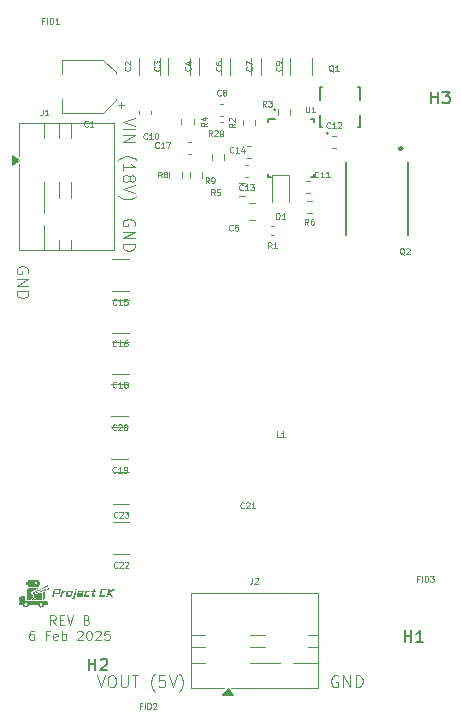
<source format=gbr>
%TF.GenerationSoftware,KiCad,Pcbnew,9.0.6*%
%TF.CreationDate,2026-02-08T18:04:32+01:00*%
%TF.ProjectId,Buck,4275636b-2e6b-4696-9361-645f70636258,B*%
%TF.SameCoordinates,Original*%
%TF.FileFunction,Legend,Top*%
%TF.FilePolarity,Positive*%
%FSLAX46Y46*%
G04 Gerber Fmt 4.6, Leading zero omitted, Abs format (unit mm)*
G04 Created by KiCad (PCBNEW 9.0.6) date 2026-02-08 18:04:32*
%MOMM*%
%LPD*%
G01*
G04 APERTURE LIST*
%ADD10C,0.150000*%
%ADD11C,0.100000*%
%ADD12C,0.125000*%
%ADD13C,0.120000*%
%ADD14C,0.000000*%
%ADD15C,0.152400*%
%ADD16C,0.200000*%
%ADD17C,0.250000*%
G04 APERTURE END LIST*
D10*
X160075000Y-103000000D02*
G75*
G02*
X159925000Y-103000000I-75000J0D01*
G01*
X159925000Y-103000000D02*
G75*
G02*
X160075000Y-103000000I75000J0D01*
G01*
X164525000Y-105000000D02*
G75*
G02*
X164375000Y-105000000I-75000J0D01*
G01*
X164375000Y-105000000D02*
G75*
G02*
X164525000Y-105000000I75000J0D01*
G01*
D11*
X144911027Y-150872419D02*
X145244360Y-151872419D01*
X145244360Y-151872419D02*
X145577693Y-150872419D01*
X146101503Y-150872419D02*
X146291979Y-150872419D01*
X146291979Y-150872419D02*
X146387217Y-150920038D01*
X146387217Y-150920038D02*
X146482455Y-151015276D01*
X146482455Y-151015276D02*
X146530074Y-151205752D01*
X146530074Y-151205752D02*
X146530074Y-151539085D01*
X146530074Y-151539085D02*
X146482455Y-151729561D01*
X146482455Y-151729561D02*
X146387217Y-151824800D01*
X146387217Y-151824800D02*
X146291979Y-151872419D01*
X146291979Y-151872419D02*
X146101503Y-151872419D01*
X146101503Y-151872419D02*
X146006265Y-151824800D01*
X146006265Y-151824800D02*
X145911027Y-151729561D01*
X145911027Y-151729561D02*
X145863408Y-151539085D01*
X145863408Y-151539085D02*
X145863408Y-151205752D01*
X145863408Y-151205752D02*
X145911027Y-151015276D01*
X145911027Y-151015276D02*
X146006265Y-150920038D01*
X146006265Y-150920038D02*
X146101503Y-150872419D01*
X146958646Y-150872419D02*
X146958646Y-151681942D01*
X146958646Y-151681942D02*
X147006265Y-151777180D01*
X147006265Y-151777180D02*
X147053884Y-151824800D01*
X147053884Y-151824800D02*
X147149122Y-151872419D01*
X147149122Y-151872419D02*
X147339598Y-151872419D01*
X147339598Y-151872419D02*
X147434836Y-151824800D01*
X147434836Y-151824800D02*
X147482455Y-151777180D01*
X147482455Y-151777180D02*
X147530074Y-151681942D01*
X147530074Y-151681942D02*
X147530074Y-150872419D01*
X147863408Y-150872419D02*
X148434836Y-150872419D01*
X148149122Y-151872419D02*
X148149122Y-150872419D01*
X149815789Y-152253371D02*
X149768170Y-152205752D01*
X149768170Y-152205752D02*
X149672932Y-152062895D01*
X149672932Y-152062895D02*
X149625313Y-151967657D01*
X149625313Y-151967657D02*
X149577694Y-151824800D01*
X149577694Y-151824800D02*
X149530075Y-151586704D01*
X149530075Y-151586704D02*
X149530075Y-151396228D01*
X149530075Y-151396228D02*
X149577694Y-151158133D01*
X149577694Y-151158133D02*
X149625313Y-151015276D01*
X149625313Y-151015276D02*
X149672932Y-150920038D01*
X149672932Y-150920038D02*
X149768170Y-150777180D01*
X149768170Y-150777180D02*
X149815789Y-150729561D01*
X150672932Y-150872419D02*
X150196742Y-150872419D01*
X150196742Y-150872419D02*
X150149123Y-151348609D01*
X150149123Y-151348609D02*
X150196742Y-151300990D01*
X150196742Y-151300990D02*
X150291980Y-151253371D01*
X150291980Y-151253371D02*
X150530075Y-151253371D01*
X150530075Y-151253371D02*
X150625313Y-151300990D01*
X150625313Y-151300990D02*
X150672932Y-151348609D01*
X150672932Y-151348609D02*
X150720551Y-151443847D01*
X150720551Y-151443847D02*
X150720551Y-151681942D01*
X150720551Y-151681942D02*
X150672932Y-151777180D01*
X150672932Y-151777180D02*
X150625313Y-151824800D01*
X150625313Y-151824800D02*
X150530075Y-151872419D01*
X150530075Y-151872419D02*
X150291980Y-151872419D01*
X150291980Y-151872419D02*
X150196742Y-151824800D01*
X150196742Y-151824800D02*
X150149123Y-151777180D01*
X151006266Y-150872419D02*
X151339599Y-151872419D01*
X151339599Y-151872419D02*
X151672932Y-150872419D01*
X151911028Y-152253371D02*
X151958647Y-152205752D01*
X151958647Y-152205752D02*
X152053885Y-152062895D01*
X152053885Y-152062895D02*
X152101504Y-151967657D01*
X152101504Y-151967657D02*
X152149123Y-151824800D01*
X152149123Y-151824800D02*
X152196742Y-151586704D01*
X152196742Y-151586704D02*
X152196742Y-151396228D01*
X152196742Y-151396228D02*
X152149123Y-151158133D01*
X152149123Y-151158133D02*
X152101504Y-151015276D01*
X152101504Y-151015276D02*
X152053885Y-150920038D01*
X152053885Y-150920038D02*
X151958647Y-150777180D01*
X151958647Y-150777180D02*
X151911028Y-150729561D01*
X148127580Y-103661027D02*
X147127580Y-103994360D01*
X147127580Y-103994360D02*
X148127580Y-104327693D01*
X147127580Y-104661027D02*
X148127580Y-104661027D01*
X147127580Y-105137217D02*
X148127580Y-105137217D01*
X148127580Y-105137217D02*
X147127580Y-105708645D01*
X147127580Y-105708645D02*
X148127580Y-105708645D01*
X146746628Y-107232455D02*
X146794247Y-107184836D01*
X146794247Y-107184836D02*
X146937104Y-107089598D01*
X146937104Y-107089598D02*
X147032342Y-107041979D01*
X147032342Y-107041979D02*
X147175200Y-106994360D01*
X147175200Y-106994360D02*
X147413295Y-106946741D01*
X147413295Y-106946741D02*
X147603771Y-106946741D01*
X147603771Y-106946741D02*
X147841866Y-106994360D01*
X147841866Y-106994360D02*
X147984723Y-107041979D01*
X147984723Y-107041979D02*
X148079961Y-107089598D01*
X148079961Y-107089598D02*
X148222819Y-107184836D01*
X148222819Y-107184836D02*
X148270438Y-107232455D01*
X147127580Y-108137217D02*
X147127580Y-107565789D01*
X147127580Y-107851503D02*
X148127580Y-107851503D01*
X148127580Y-107851503D02*
X147984723Y-107756265D01*
X147984723Y-107756265D02*
X147889485Y-107661027D01*
X147889485Y-107661027D02*
X147841866Y-107565789D01*
X147699009Y-108708646D02*
X147746628Y-108613408D01*
X147746628Y-108613408D02*
X147794247Y-108565789D01*
X147794247Y-108565789D02*
X147889485Y-108518170D01*
X147889485Y-108518170D02*
X147937104Y-108518170D01*
X147937104Y-108518170D02*
X148032342Y-108565789D01*
X148032342Y-108565789D02*
X148079961Y-108613408D01*
X148079961Y-108613408D02*
X148127580Y-108708646D01*
X148127580Y-108708646D02*
X148127580Y-108899122D01*
X148127580Y-108899122D02*
X148079961Y-108994360D01*
X148079961Y-108994360D02*
X148032342Y-109041979D01*
X148032342Y-109041979D02*
X147937104Y-109089598D01*
X147937104Y-109089598D02*
X147889485Y-109089598D01*
X147889485Y-109089598D02*
X147794247Y-109041979D01*
X147794247Y-109041979D02*
X147746628Y-108994360D01*
X147746628Y-108994360D02*
X147699009Y-108899122D01*
X147699009Y-108899122D02*
X147699009Y-108708646D01*
X147699009Y-108708646D02*
X147651390Y-108613408D01*
X147651390Y-108613408D02*
X147603771Y-108565789D01*
X147603771Y-108565789D02*
X147508533Y-108518170D01*
X147508533Y-108518170D02*
X147318057Y-108518170D01*
X147318057Y-108518170D02*
X147222819Y-108565789D01*
X147222819Y-108565789D02*
X147175200Y-108613408D01*
X147175200Y-108613408D02*
X147127580Y-108708646D01*
X147127580Y-108708646D02*
X147127580Y-108899122D01*
X147127580Y-108899122D02*
X147175200Y-108994360D01*
X147175200Y-108994360D02*
X147222819Y-109041979D01*
X147222819Y-109041979D02*
X147318057Y-109089598D01*
X147318057Y-109089598D02*
X147508533Y-109089598D01*
X147508533Y-109089598D02*
X147603771Y-109041979D01*
X147603771Y-109041979D02*
X147651390Y-108994360D01*
X147651390Y-108994360D02*
X147699009Y-108899122D01*
X148127580Y-109375313D02*
X147127580Y-109708646D01*
X147127580Y-109708646D02*
X148127580Y-110041979D01*
X146746628Y-110280075D02*
X146794247Y-110327694D01*
X146794247Y-110327694D02*
X146937104Y-110422932D01*
X146937104Y-110422932D02*
X147032342Y-110470551D01*
X147032342Y-110470551D02*
X147175200Y-110518170D01*
X147175200Y-110518170D02*
X147413295Y-110565789D01*
X147413295Y-110565789D02*
X147603771Y-110565789D01*
X147603771Y-110565789D02*
X147841866Y-110518170D01*
X147841866Y-110518170D02*
X147984723Y-110470551D01*
X147984723Y-110470551D02*
X148079961Y-110422932D01*
X148079961Y-110422932D02*
X148222819Y-110327694D01*
X148222819Y-110327694D02*
X148270438Y-110280075D01*
X165327693Y-150920038D02*
X165232455Y-150872419D01*
X165232455Y-150872419D02*
X165089598Y-150872419D01*
X165089598Y-150872419D02*
X164946741Y-150920038D01*
X164946741Y-150920038D02*
X164851503Y-151015276D01*
X164851503Y-151015276D02*
X164803884Y-151110514D01*
X164803884Y-151110514D02*
X164756265Y-151300990D01*
X164756265Y-151300990D02*
X164756265Y-151443847D01*
X164756265Y-151443847D02*
X164803884Y-151634323D01*
X164803884Y-151634323D02*
X164851503Y-151729561D01*
X164851503Y-151729561D02*
X164946741Y-151824800D01*
X164946741Y-151824800D02*
X165089598Y-151872419D01*
X165089598Y-151872419D02*
X165184836Y-151872419D01*
X165184836Y-151872419D02*
X165327693Y-151824800D01*
X165327693Y-151824800D02*
X165375312Y-151777180D01*
X165375312Y-151777180D02*
X165375312Y-151443847D01*
X165375312Y-151443847D02*
X165184836Y-151443847D01*
X165803884Y-151872419D02*
X165803884Y-150872419D01*
X165803884Y-150872419D02*
X166375312Y-151872419D01*
X166375312Y-151872419D02*
X166375312Y-150872419D01*
X166851503Y-151872419D02*
X166851503Y-150872419D01*
X166851503Y-150872419D02*
X167089598Y-150872419D01*
X167089598Y-150872419D02*
X167232455Y-150920038D01*
X167232455Y-150920038D02*
X167327693Y-151015276D01*
X167327693Y-151015276D02*
X167375312Y-151110514D01*
X167375312Y-151110514D02*
X167422931Y-151300990D01*
X167422931Y-151300990D02*
X167422931Y-151443847D01*
X167422931Y-151443847D02*
X167375312Y-151634323D01*
X167375312Y-151634323D02*
X167327693Y-151729561D01*
X167327693Y-151729561D02*
X167232455Y-151824800D01*
X167232455Y-151824800D02*
X167089598Y-151872419D01*
X167089598Y-151872419D02*
X166851503Y-151872419D01*
X148079961Y-112827693D02*
X148127580Y-112732455D01*
X148127580Y-112732455D02*
X148127580Y-112589598D01*
X148127580Y-112589598D02*
X148079961Y-112446741D01*
X148079961Y-112446741D02*
X147984723Y-112351503D01*
X147984723Y-112351503D02*
X147889485Y-112303884D01*
X147889485Y-112303884D02*
X147699009Y-112256265D01*
X147699009Y-112256265D02*
X147556152Y-112256265D01*
X147556152Y-112256265D02*
X147365676Y-112303884D01*
X147365676Y-112303884D02*
X147270438Y-112351503D01*
X147270438Y-112351503D02*
X147175200Y-112446741D01*
X147175200Y-112446741D02*
X147127580Y-112589598D01*
X147127580Y-112589598D02*
X147127580Y-112684836D01*
X147127580Y-112684836D02*
X147175200Y-112827693D01*
X147175200Y-112827693D02*
X147222819Y-112875312D01*
X147222819Y-112875312D02*
X147556152Y-112875312D01*
X147556152Y-112875312D02*
X147556152Y-112684836D01*
X147127580Y-113303884D02*
X148127580Y-113303884D01*
X148127580Y-113303884D02*
X147127580Y-113875312D01*
X147127580Y-113875312D02*
X148127580Y-113875312D01*
X147127580Y-114351503D02*
X148127580Y-114351503D01*
X148127580Y-114351503D02*
X148127580Y-114589598D01*
X148127580Y-114589598D02*
X148079961Y-114732455D01*
X148079961Y-114732455D02*
X147984723Y-114827693D01*
X147984723Y-114827693D02*
X147889485Y-114875312D01*
X147889485Y-114875312D02*
X147699009Y-114922931D01*
X147699009Y-114922931D02*
X147556152Y-114922931D01*
X147556152Y-114922931D02*
X147365676Y-114875312D01*
X147365676Y-114875312D02*
X147270438Y-114827693D01*
X147270438Y-114827693D02*
X147175200Y-114732455D01*
X147175200Y-114732455D02*
X147127580Y-114589598D01*
X147127580Y-114589598D02*
X147127580Y-114351503D01*
X139079961Y-116827693D02*
X139127580Y-116732455D01*
X139127580Y-116732455D02*
X139127580Y-116589598D01*
X139127580Y-116589598D02*
X139079961Y-116446741D01*
X139079961Y-116446741D02*
X138984723Y-116351503D01*
X138984723Y-116351503D02*
X138889485Y-116303884D01*
X138889485Y-116303884D02*
X138699009Y-116256265D01*
X138699009Y-116256265D02*
X138556152Y-116256265D01*
X138556152Y-116256265D02*
X138365676Y-116303884D01*
X138365676Y-116303884D02*
X138270438Y-116351503D01*
X138270438Y-116351503D02*
X138175200Y-116446741D01*
X138175200Y-116446741D02*
X138127580Y-116589598D01*
X138127580Y-116589598D02*
X138127580Y-116684836D01*
X138127580Y-116684836D02*
X138175200Y-116827693D01*
X138175200Y-116827693D02*
X138222819Y-116875312D01*
X138222819Y-116875312D02*
X138556152Y-116875312D01*
X138556152Y-116875312D02*
X138556152Y-116684836D01*
X138127580Y-117303884D02*
X139127580Y-117303884D01*
X139127580Y-117303884D02*
X138127580Y-117875312D01*
X138127580Y-117875312D02*
X139127580Y-117875312D01*
X138127580Y-118351503D02*
X139127580Y-118351503D01*
X139127580Y-118351503D02*
X139127580Y-118589598D01*
X139127580Y-118589598D02*
X139079961Y-118732455D01*
X139079961Y-118732455D02*
X138984723Y-118827693D01*
X138984723Y-118827693D02*
X138889485Y-118875312D01*
X138889485Y-118875312D02*
X138699009Y-118922931D01*
X138699009Y-118922931D02*
X138556152Y-118922931D01*
X138556152Y-118922931D02*
X138365676Y-118875312D01*
X138365676Y-118875312D02*
X138270438Y-118827693D01*
X138270438Y-118827693D02*
X138175200Y-118732455D01*
X138175200Y-118732455D02*
X138127580Y-118589598D01*
X138127580Y-118589598D02*
X138127580Y-118351503D01*
X141438095Y-146608940D02*
X141171428Y-146227987D01*
X140980952Y-146608940D02*
X140980952Y-145808940D01*
X140980952Y-145808940D02*
X141285714Y-145808940D01*
X141285714Y-145808940D02*
X141361904Y-145847035D01*
X141361904Y-145847035D02*
X141399999Y-145885130D01*
X141399999Y-145885130D02*
X141438095Y-145961321D01*
X141438095Y-145961321D02*
X141438095Y-146075606D01*
X141438095Y-146075606D02*
X141399999Y-146151797D01*
X141399999Y-146151797D02*
X141361904Y-146189892D01*
X141361904Y-146189892D02*
X141285714Y-146227987D01*
X141285714Y-146227987D02*
X140980952Y-146227987D01*
X141780952Y-146189892D02*
X142047618Y-146189892D01*
X142161904Y-146608940D02*
X141780952Y-146608940D01*
X141780952Y-146608940D02*
X141780952Y-145808940D01*
X141780952Y-145808940D02*
X142161904Y-145808940D01*
X142390476Y-145808940D02*
X142657143Y-146608940D01*
X142657143Y-146608940D02*
X142923809Y-145808940D01*
X144066666Y-146189892D02*
X144180952Y-146227987D01*
X144180952Y-146227987D02*
X144219047Y-146266083D01*
X144219047Y-146266083D02*
X144257143Y-146342273D01*
X144257143Y-146342273D02*
X144257143Y-146456559D01*
X144257143Y-146456559D02*
X144219047Y-146532749D01*
X144219047Y-146532749D02*
X144180952Y-146570845D01*
X144180952Y-146570845D02*
X144104762Y-146608940D01*
X144104762Y-146608940D02*
X143800000Y-146608940D01*
X143800000Y-146608940D02*
X143800000Y-145808940D01*
X143800000Y-145808940D02*
X144066666Y-145808940D01*
X144066666Y-145808940D02*
X144142857Y-145847035D01*
X144142857Y-145847035D02*
X144180952Y-145885130D01*
X144180952Y-145885130D02*
X144219047Y-145961321D01*
X144219047Y-145961321D02*
X144219047Y-146037511D01*
X144219047Y-146037511D02*
X144180952Y-146113702D01*
X144180952Y-146113702D02*
X144142857Y-146151797D01*
X144142857Y-146151797D02*
X144066666Y-146189892D01*
X144066666Y-146189892D02*
X143800000Y-146189892D01*
X139571428Y-147096895D02*
X139419047Y-147096895D01*
X139419047Y-147096895D02*
X139342856Y-147134990D01*
X139342856Y-147134990D02*
X139304761Y-147173085D01*
X139304761Y-147173085D02*
X139228571Y-147287371D01*
X139228571Y-147287371D02*
X139190475Y-147439752D01*
X139190475Y-147439752D02*
X139190475Y-147744514D01*
X139190475Y-147744514D02*
X139228571Y-147820704D01*
X139228571Y-147820704D02*
X139266666Y-147858800D01*
X139266666Y-147858800D02*
X139342856Y-147896895D01*
X139342856Y-147896895D02*
X139495237Y-147896895D01*
X139495237Y-147896895D02*
X139571428Y-147858800D01*
X139571428Y-147858800D02*
X139609523Y-147820704D01*
X139609523Y-147820704D02*
X139647618Y-147744514D01*
X139647618Y-147744514D02*
X139647618Y-147554038D01*
X139647618Y-147554038D02*
X139609523Y-147477847D01*
X139609523Y-147477847D02*
X139571428Y-147439752D01*
X139571428Y-147439752D02*
X139495237Y-147401657D01*
X139495237Y-147401657D02*
X139342856Y-147401657D01*
X139342856Y-147401657D02*
X139266666Y-147439752D01*
X139266666Y-147439752D02*
X139228571Y-147477847D01*
X139228571Y-147477847D02*
X139190475Y-147554038D01*
X140866666Y-147477847D02*
X140600000Y-147477847D01*
X140600000Y-147896895D02*
X140600000Y-147096895D01*
X140600000Y-147096895D02*
X140980952Y-147096895D01*
X141590476Y-147858800D02*
X141514285Y-147896895D01*
X141514285Y-147896895D02*
X141361904Y-147896895D01*
X141361904Y-147896895D02*
X141285714Y-147858800D01*
X141285714Y-147858800D02*
X141247618Y-147782609D01*
X141247618Y-147782609D02*
X141247618Y-147477847D01*
X141247618Y-147477847D02*
X141285714Y-147401657D01*
X141285714Y-147401657D02*
X141361904Y-147363561D01*
X141361904Y-147363561D02*
X141514285Y-147363561D01*
X141514285Y-147363561D02*
X141590476Y-147401657D01*
X141590476Y-147401657D02*
X141628571Y-147477847D01*
X141628571Y-147477847D02*
X141628571Y-147554038D01*
X141628571Y-147554038D02*
X141247618Y-147630228D01*
X141971428Y-147896895D02*
X141971428Y-147096895D01*
X141971428Y-147401657D02*
X142047618Y-147363561D01*
X142047618Y-147363561D02*
X142199999Y-147363561D01*
X142199999Y-147363561D02*
X142276190Y-147401657D01*
X142276190Y-147401657D02*
X142314285Y-147439752D01*
X142314285Y-147439752D02*
X142352380Y-147515942D01*
X142352380Y-147515942D02*
X142352380Y-147744514D01*
X142352380Y-147744514D02*
X142314285Y-147820704D01*
X142314285Y-147820704D02*
X142276190Y-147858800D01*
X142276190Y-147858800D02*
X142199999Y-147896895D01*
X142199999Y-147896895D02*
X142047618Y-147896895D01*
X142047618Y-147896895D02*
X141971428Y-147858800D01*
X143266666Y-147173085D02*
X143304762Y-147134990D01*
X143304762Y-147134990D02*
X143380952Y-147096895D01*
X143380952Y-147096895D02*
X143571428Y-147096895D01*
X143571428Y-147096895D02*
X143647619Y-147134990D01*
X143647619Y-147134990D02*
X143685714Y-147173085D01*
X143685714Y-147173085D02*
X143723809Y-147249276D01*
X143723809Y-147249276D02*
X143723809Y-147325466D01*
X143723809Y-147325466D02*
X143685714Y-147439752D01*
X143685714Y-147439752D02*
X143228571Y-147896895D01*
X143228571Y-147896895D02*
X143723809Y-147896895D01*
X144219048Y-147096895D02*
X144295238Y-147096895D01*
X144295238Y-147096895D02*
X144371429Y-147134990D01*
X144371429Y-147134990D02*
X144409524Y-147173085D01*
X144409524Y-147173085D02*
X144447619Y-147249276D01*
X144447619Y-147249276D02*
X144485714Y-147401657D01*
X144485714Y-147401657D02*
X144485714Y-147592133D01*
X144485714Y-147592133D02*
X144447619Y-147744514D01*
X144447619Y-147744514D02*
X144409524Y-147820704D01*
X144409524Y-147820704D02*
X144371429Y-147858800D01*
X144371429Y-147858800D02*
X144295238Y-147896895D01*
X144295238Y-147896895D02*
X144219048Y-147896895D01*
X144219048Y-147896895D02*
X144142857Y-147858800D01*
X144142857Y-147858800D02*
X144104762Y-147820704D01*
X144104762Y-147820704D02*
X144066667Y-147744514D01*
X144066667Y-147744514D02*
X144028571Y-147592133D01*
X144028571Y-147592133D02*
X144028571Y-147401657D01*
X144028571Y-147401657D02*
X144066667Y-147249276D01*
X144066667Y-147249276D02*
X144104762Y-147173085D01*
X144104762Y-147173085D02*
X144142857Y-147134990D01*
X144142857Y-147134990D02*
X144219048Y-147096895D01*
X144790476Y-147173085D02*
X144828572Y-147134990D01*
X144828572Y-147134990D02*
X144904762Y-147096895D01*
X144904762Y-147096895D02*
X145095238Y-147096895D01*
X145095238Y-147096895D02*
X145171429Y-147134990D01*
X145171429Y-147134990D02*
X145209524Y-147173085D01*
X145209524Y-147173085D02*
X145247619Y-147249276D01*
X145247619Y-147249276D02*
X145247619Y-147325466D01*
X145247619Y-147325466D02*
X145209524Y-147439752D01*
X145209524Y-147439752D02*
X144752381Y-147896895D01*
X144752381Y-147896895D02*
X145247619Y-147896895D01*
X145971429Y-147096895D02*
X145590477Y-147096895D01*
X145590477Y-147096895D02*
X145552381Y-147477847D01*
X145552381Y-147477847D02*
X145590477Y-147439752D01*
X145590477Y-147439752D02*
X145666667Y-147401657D01*
X145666667Y-147401657D02*
X145857143Y-147401657D01*
X145857143Y-147401657D02*
X145933334Y-147439752D01*
X145933334Y-147439752D02*
X145971429Y-147477847D01*
X145971429Y-147477847D02*
X146009524Y-147554038D01*
X146009524Y-147554038D02*
X146009524Y-147744514D01*
X146009524Y-147744514D02*
X145971429Y-147820704D01*
X145971429Y-147820704D02*
X145933334Y-147858800D01*
X145933334Y-147858800D02*
X145857143Y-147896895D01*
X145857143Y-147896895D02*
X145666667Y-147896895D01*
X145666667Y-147896895D02*
X145590477Y-147858800D01*
X145590477Y-147858800D02*
X145552381Y-147820704D01*
D12*
X158027190Y-99383333D02*
X158051000Y-99407142D01*
X158051000Y-99407142D02*
X158074809Y-99478571D01*
X158074809Y-99478571D02*
X158074809Y-99526190D01*
X158074809Y-99526190D02*
X158051000Y-99597618D01*
X158051000Y-99597618D02*
X158003380Y-99645237D01*
X158003380Y-99645237D02*
X157955761Y-99669047D01*
X157955761Y-99669047D02*
X157860523Y-99692856D01*
X157860523Y-99692856D02*
X157789095Y-99692856D01*
X157789095Y-99692856D02*
X157693857Y-99669047D01*
X157693857Y-99669047D02*
X157646238Y-99645237D01*
X157646238Y-99645237D02*
X157598619Y-99597618D01*
X157598619Y-99597618D02*
X157574809Y-99526190D01*
X157574809Y-99526190D02*
X157574809Y-99478571D01*
X157574809Y-99478571D02*
X157598619Y-99407142D01*
X157598619Y-99407142D02*
X157622428Y-99383333D01*
X157574809Y-99216666D02*
X157574809Y-98883333D01*
X157574809Y-98883333D02*
X158074809Y-99097618D01*
X140333333Y-102974809D02*
X140333333Y-103331952D01*
X140333333Y-103331952D02*
X140309524Y-103403380D01*
X140309524Y-103403380D02*
X140261905Y-103451000D01*
X140261905Y-103451000D02*
X140190476Y-103474809D01*
X140190476Y-103474809D02*
X140142857Y-103474809D01*
X140833333Y-103474809D02*
X140547619Y-103474809D01*
X140690476Y-103474809D02*
X140690476Y-102974809D01*
X140690476Y-102974809D02*
X140642857Y-103046238D01*
X140642857Y-103046238D02*
X140595238Y-103093857D01*
X140595238Y-103093857D02*
X140547619Y-103117666D01*
D10*
X173238095Y-102454819D02*
X173238095Y-101454819D01*
X173238095Y-101931009D02*
X173809523Y-101931009D01*
X173809523Y-102454819D02*
X173809523Y-101454819D01*
X174190476Y-101454819D02*
X174809523Y-101454819D01*
X174809523Y-101454819D02*
X174476190Y-101835771D01*
X174476190Y-101835771D02*
X174619047Y-101835771D01*
X174619047Y-101835771D02*
X174714285Y-101883390D01*
X174714285Y-101883390D02*
X174761904Y-101931009D01*
X174761904Y-101931009D02*
X174809523Y-102026247D01*
X174809523Y-102026247D02*
X174809523Y-102264342D01*
X174809523Y-102264342D02*
X174761904Y-102359580D01*
X174761904Y-102359580D02*
X174714285Y-102407200D01*
X174714285Y-102407200D02*
X174619047Y-102454819D01*
X174619047Y-102454819D02*
X174333333Y-102454819D01*
X174333333Y-102454819D02*
X174238095Y-102407200D01*
X174238095Y-102407200D02*
X174190476Y-102359580D01*
D12*
X157278571Y-109757190D02*
X157254762Y-109781000D01*
X157254762Y-109781000D02*
X157183333Y-109804809D01*
X157183333Y-109804809D02*
X157135714Y-109804809D01*
X157135714Y-109804809D02*
X157064286Y-109781000D01*
X157064286Y-109781000D02*
X157016667Y-109733380D01*
X157016667Y-109733380D02*
X156992857Y-109685761D01*
X156992857Y-109685761D02*
X156969048Y-109590523D01*
X156969048Y-109590523D02*
X156969048Y-109519095D01*
X156969048Y-109519095D02*
X156992857Y-109423857D01*
X156992857Y-109423857D02*
X157016667Y-109376238D01*
X157016667Y-109376238D02*
X157064286Y-109328619D01*
X157064286Y-109328619D02*
X157135714Y-109304809D01*
X157135714Y-109304809D02*
X157183333Y-109304809D01*
X157183333Y-109304809D02*
X157254762Y-109328619D01*
X157254762Y-109328619D02*
X157278571Y-109352428D01*
X157754762Y-109804809D02*
X157469048Y-109804809D01*
X157611905Y-109804809D02*
X157611905Y-109304809D01*
X157611905Y-109304809D02*
X157564286Y-109376238D01*
X157564286Y-109376238D02*
X157516667Y-109423857D01*
X157516667Y-109423857D02*
X157469048Y-109447666D01*
X157921428Y-109304809D02*
X158230952Y-109304809D01*
X158230952Y-109304809D02*
X158064285Y-109495285D01*
X158064285Y-109495285D02*
X158135714Y-109495285D01*
X158135714Y-109495285D02*
X158183333Y-109519095D01*
X158183333Y-109519095D02*
X158207142Y-109542904D01*
X158207142Y-109542904D02*
X158230952Y-109590523D01*
X158230952Y-109590523D02*
X158230952Y-109709571D01*
X158230952Y-109709571D02*
X158207142Y-109757190D01*
X158207142Y-109757190D02*
X158183333Y-109781000D01*
X158183333Y-109781000D02*
X158135714Y-109804809D01*
X158135714Y-109804809D02*
X157992857Y-109804809D01*
X157992857Y-109804809D02*
X157945238Y-109781000D01*
X157945238Y-109781000D02*
X157921428Y-109757190D01*
X140464286Y-95462904D02*
X140297619Y-95462904D01*
X140297619Y-95724809D02*
X140297619Y-95224809D01*
X140297619Y-95224809D02*
X140535714Y-95224809D01*
X140726190Y-95724809D02*
X140726190Y-95224809D01*
X140964285Y-95724809D02*
X140964285Y-95224809D01*
X140964285Y-95224809D02*
X141083333Y-95224809D01*
X141083333Y-95224809D02*
X141154761Y-95248619D01*
X141154761Y-95248619D02*
X141202380Y-95296238D01*
X141202380Y-95296238D02*
X141226190Y-95343857D01*
X141226190Y-95343857D02*
X141249999Y-95439095D01*
X141249999Y-95439095D02*
X141249999Y-95510523D01*
X141249999Y-95510523D02*
X141226190Y-95605761D01*
X141226190Y-95605761D02*
X141202380Y-95653380D01*
X141202380Y-95653380D02*
X141154761Y-95701000D01*
X141154761Y-95701000D02*
X141083333Y-95724809D01*
X141083333Y-95724809D02*
X140964285Y-95724809D01*
X141726190Y-95724809D02*
X141440476Y-95724809D01*
X141583333Y-95724809D02*
X141583333Y-95224809D01*
X141583333Y-95224809D02*
X141535714Y-95296238D01*
X141535714Y-95296238D02*
X141488095Y-95343857D01*
X141488095Y-95343857D02*
X141440476Y-95367666D01*
X150227190Y-99383333D02*
X150251000Y-99407142D01*
X150251000Y-99407142D02*
X150274809Y-99478571D01*
X150274809Y-99478571D02*
X150274809Y-99526190D01*
X150274809Y-99526190D02*
X150251000Y-99597618D01*
X150251000Y-99597618D02*
X150203380Y-99645237D01*
X150203380Y-99645237D02*
X150155761Y-99669047D01*
X150155761Y-99669047D02*
X150060523Y-99692856D01*
X150060523Y-99692856D02*
X149989095Y-99692856D01*
X149989095Y-99692856D02*
X149893857Y-99669047D01*
X149893857Y-99669047D02*
X149846238Y-99645237D01*
X149846238Y-99645237D02*
X149798619Y-99597618D01*
X149798619Y-99597618D02*
X149774809Y-99526190D01*
X149774809Y-99526190D02*
X149774809Y-99478571D01*
X149774809Y-99478571D02*
X149798619Y-99407142D01*
X149798619Y-99407142D02*
X149822428Y-99383333D01*
X149774809Y-99216666D02*
X149774809Y-98907142D01*
X149774809Y-98907142D02*
X149965285Y-99073809D01*
X149965285Y-99073809D02*
X149965285Y-99002380D01*
X149965285Y-99002380D02*
X149989095Y-98954761D01*
X149989095Y-98954761D02*
X150012904Y-98930952D01*
X150012904Y-98930952D02*
X150060523Y-98907142D01*
X150060523Y-98907142D02*
X150179571Y-98907142D01*
X150179571Y-98907142D02*
X150227190Y-98930952D01*
X150227190Y-98930952D02*
X150251000Y-98954761D01*
X150251000Y-98954761D02*
X150274809Y-99002380D01*
X150274809Y-99002380D02*
X150274809Y-99145237D01*
X150274809Y-99145237D02*
X150251000Y-99192856D01*
X150251000Y-99192856D02*
X150227190Y-99216666D01*
D10*
X144238095Y-150454819D02*
X144238095Y-149454819D01*
X144238095Y-149931009D02*
X144809523Y-149931009D01*
X144809523Y-150454819D02*
X144809523Y-149454819D01*
X145238095Y-149550057D02*
X145285714Y-149502438D01*
X145285714Y-149502438D02*
X145380952Y-149454819D01*
X145380952Y-149454819D02*
X145619047Y-149454819D01*
X145619047Y-149454819D02*
X145714285Y-149502438D01*
X145714285Y-149502438D02*
X145761904Y-149550057D01*
X145761904Y-149550057D02*
X145809523Y-149645295D01*
X145809523Y-149645295D02*
X145809523Y-149740533D01*
X145809523Y-149740533D02*
X145761904Y-149883390D01*
X145761904Y-149883390D02*
X145190476Y-150454819D01*
X145190476Y-150454819D02*
X145809523Y-150454819D01*
D12*
X162841666Y-112724809D02*
X162675000Y-112486714D01*
X162555952Y-112724809D02*
X162555952Y-112224809D01*
X162555952Y-112224809D02*
X162746428Y-112224809D01*
X162746428Y-112224809D02*
X162794047Y-112248619D01*
X162794047Y-112248619D02*
X162817857Y-112272428D01*
X162817857Y-112272428D02*
X162841666Y-112320047D01*
X162841666Y-112320047D02*
X162841666Y-112391476D01*
X162841666Y-112391476D02*
X162817857Y-112439095D01*
X162817857Y-112439095D02*
X162794047Y-112462904D01*
X162794047Y-112462904D02*
X162746428Y-112486714D01*
X162746428Y-112486714D02*
X162555952Y-112486714D01*
X163270238Y-112224809D02*
X163175000Y-112224809D01*
X163175000Y-112224809D02*
X163127381Y-112248619D01*
X163127381Y-112248619D02*
X163103571Y-112272428D01*
X163103571Y-112272428D02*
X163055952Y-112343857D01*
X163055952Y-112343857D02*
X163032143Y-112439095D01*
X163032143Y-112439095D02*
X163032143Y-112629571D01*
X163032143Y-112629571D02*
X163055952Y-112677190D01*
X163055952Y-112677190D02*
X163079762Y-112701000D01*
X163079762Y-112701000D02*
X163127381Y-112724809D01*
X163127381Y-112724809D02*
X163222619Y-112724809D01*
X163222619Y-112724809D02*
X163270238Y-112701000D01*
X163270238Y-112701000D02*
X163294047Y-112677190D01*
X163294047Y-112677190D02*
X163317857Y-112629571D01*
X163317857Y-112629571D02*
X163317857Y-112510523D01*
X163317857Y-112510523D02*
X163294047Y-112462904D01*
X163294047Y-112462904D02*
X163270238Y-112439095D01*
X163270238Y-112439095D02*
X163222619Y-112415285D01*
X163222619Y-112415285D02*
X163127381Y-112415285D01*
X163127381Y-112415285D02*
X163079762Y-112439095D01*
X163079762Y-112439095D02*
X163055952Y-112462904D01*
X163055952Y-112462904D02*
X163032143Y-112510523D01*
X172214286Y-142712904D02*
X172047619Y-142712904D01*
X172047619Y-142974809D02*
X172047619Y-142474809D01*
X172047619Y-142474809D02*
X172285714Y-142474809D01*
X172476190Y-142974809D02*
X172476190Y-142474809D01*
X172714285Y-142974809D02*
X172714285Y-142474809D01*
X172714285Y-142474809D02*
X172833333Y-142474809D01*
X172833333Y-142474809D02*
X172904761Y-142498619D01*
X172904761Y-142498619D02*
X172952380Y-142546238D01*
X172952380Y-142546238D02*
X172976190Y-142593857D01*
X172976190Y-142593857D02*
X172999999Y-142689095D01*
X172999999Y-142689095D02*
X172999999Y-142760523D01*
X172999999Y-142760523D02*
X172976190Y-142855761D01*
X172976190Y-142855761D02*
X172952380Y-142903380D01*
X172952380Y-142903380D02*
X172904761Y-142951000D01*
X172904761Y-142951000D02*
X172833333Y-142974809D01*
X172833333Y-142974809D02*
X172714285Y-142974809D01*
X173166666Y-142474809D02*
X173476190Y-142474809D01*
X173476190Y-142474809D02*
X173309523Y-142665285D01*
X173309523Y-142665285D02*
X173380952Y-142665285D01*
X173380952Y-142665285D02*
X173428571Y-142689095D01*
X173428571Y-142689095D02*
X173452380Y-142712904D01*
X173452380Y-142712904D02*
X173476190Y-142760523D01*
X173476190Y-142760523D02*
X173476190Y-142879571D01*
X173476190Y-142879571D02*
X173452380Y-142927190D01*
X173452380Y-142927190D02*
X173428571Y-142951000D01*
X173428571Y-142951000D02*
X173380952Y-142974809D01*
X173380952Y-142974809D02*
X173238095Y-142974809D01*
X173238095Y-142974809D02*
X173190476Y-142951000D01*
X173190476Y-142951000D02*
X173166666Y-142927190D01*
X156416666Y-113177190D02*
X156392857Y-113201000D01*
X156392857Y-113201000D02*
X156321428Y-113224809D01*
X156321428Y-113224809D02*
X156273809Y-113224809D01*
X156273809Y-113224809D02*
X156202381Y-113201000D01*
X156202381Y-113201000D02*
X156154762Y-113153380D01*
X156154762Y-113153380D02*
X156130952Y-113105761D01*
X156130952Y-113105761D02*
X156107143Y-113010523D01*
X156107143Y-113010523D02*
X156107143Y-112939095D01*
X156107143Y-112939095D02*
X156130952Y-112843857D01*
X156130952Y-112843857D02*
X156154762Y-112796238D01*
X156154762Y-112796238D02*
X156202381Y-112748619D01*
X156202381Y-112748619D02*
X156273809Y-112724809D01*
X156273809Y-112724809D02*
X156321428Y-112724809D01*
X156321428Y-112724809D02*
X156392857Y-112748619D01*
X156392857Y-112748619D02*
X156416666Y-112772428D01*
X156869047Y-112724809D02*
X156630952Y-112724809D01*
X156630952Y-112724809D02*
X156607143Y-112962904D01*
X156607143Y-112962904D02*
X156630952Y-112939095D01*
X156630952Y-112939095D02*
X156678571Y-112915285D01*
X156678571Y-112915285D02*
X156797619Y-112915285D01*
X156797619Y-112915285D02*
X156845238Y-112939095D01*
X156845238Y-112939095D02*
X156869047Y-112962904D01*
X156869047Y-112962904D02*
X156892857Y-113010523D01*
X156892857Y-113010523D02*
X156892857Y-113129571D01*
X156892857Y-113129571D02*
X156869047Y-113177190D01*
X156869047Y-113177190D02*
X156845238Y-113201000D01*
X156845238Y-113201000D02*
X156797619Y-113224809D01*
X156797619Y-113224809D02*
X156678571Y-113224809D01*
X156678571Y-113224809D02*
X156630952Y-113201000D01*
X156630952Y-113201000D02*
X156607143Y-113177190D01*
X163678571Y-108677190D02*
X163654762Y-108701000D01*
X163654762Y-108701000D02*
X163583333Y-108724809D01*
X163583333Y-108724809D02*
X163535714Y-108724809D01*
X163535714Y-108724809D02*
X163464286Y-108701000D01*
X163464286Y-108701000D02*
X163416667Y-108653380D01*
X163416667Y-108653380D02*
X163392857Y-108605761D01*
X163392857Y-108605761D02*
X163369048Y-108510523D01*
X163369048Y-108510523D02*
X163369048Y-108439095D01*
X163369048Y-108439095D02*
X163392857Y-108343857D01*
X163392857Y-108343857D02*
X163416667Y-108296238D01*
X163416667Y-108296238D02*
X163464286Y-108248619D01*
X163464286Y-108248619D02*
X163535714Y-108224809D01*
X163535714Y-108224809D02*
X163583333Y-108224809D01*
X163583333Y-108224809D02*
X163654762Y-108248619D01*
X163654762Y-108248619D02*
X163678571Y-108272428D01*
X164154762Y-108724809D02*
X163869048Y-108724809D01*
X164011905Y-108724809D02*
X164011905Y-108224809D01*
X164011905Y-108224809D02*
X163964286Y-108296238D01*
X163964286Y-108296238D02*
X163916667Y-108343857D01*
X163916667Y-108343857D02*
X163869048Y-108367666D01*
X164630952Y-108724809D02*
X164345238Y-108724809D01*
X164488095Y-108724809D02*
X164488095Y-108224809D01*
X164488095Y-108224809D02*
X164440476Y-108296238D01*
X164440476Y-108296238D02*
X164392857Y-108343857D01*
X164392857Y-108343857D02*
X164345238Y-108367666D01*
X146653571Y-137477190D02*
X146629762Y-137501000D01*
X146629762Y-137501000D02*
X146558333Y-137524809D01*
X146558333Y-137524809D02*
X146510714Y-137524809D01*
X146510714Y-137524809D02*
X146439286Y-137501000D01*
X146439286Y-137501000D02*
X146391667Y-137453380D01*
X146391667Y-137453380D02*
X146367857Y-137405761D01*
X146367857Y-137405761D02*
X146344048Y-137310523D01*
X146344048Y-137310523D02*
X146344048Y-137239095D01*
X146344048Y-137239095D02*
X146367857Y-137143857D01*
X146367857Y-137143857D02*
X146391667Y-137096238D01*
X146391667Y-137096238D02*
X146439286Y-137048619D01*
X146439286Y-137048619D02*
X146510714Y-137024809D01*
X146510714Y-137024809D02*
X146558333Y-137024809D01*
X146558333Y-137024809D02*
X146629762Y-137048619D01*
X146629762Y-137048619D02*
X146653571Y-137072428D01*
X146844048Y-137072428D02*
X146867857Y-137048619D01*
X146867857Y-137048619D02*
X146915476Y-137024809D01*
X146915476Y-137024809D02*
X147034524Y-137024809D01*
X147034524Y-137024809D02*
X147082143Y-137048619D01*
X147082143Y-137048619D02*
X147105952Y-137072428D01*
X147105952Y-137072428D02*
X147129762Y-137120047D01*
X147129762Y-137120047D02*
X147129762Y-137167666D01*
X147129762Y-137167666D02*
X147105952Y-137239095D01*
X147105952Y-137239095D02*
X146820238Y-137524809D01*
X146820238Y-137524809D02*
X147129762Y-137524809D01*
X147296428Y-137024809D02*
X147605952Y-137024809D01*
X147605952Y-137024809D02*
X147439285Y-137215285D01*
X147439285Y-137215285D02*
X147510714Y-137215285D01*
X147510714Y-137215285D02*
X147558333Y-137239095D01*
X147558333Y-137239095D02*
X147582142Y-137262904D01*
X147582142Y-137262904D02*
X147605952Y-137310523D01*
X147605952Y-137310523D02*
X147605952Y-137429571D01*
X147605952Y-137429571D02*
X147582142Y-137477190D01*
X147582142Y-137477190D02*
X147558333Y-137501000D01*
X147558333Y-137501000D02*
X147510714Y-137524809D01*
X147510714Y-137524809D02*
X147367857Y-137524809D01*
X147367857Y-137524809D02*
X147320238Y-137501000D01*
X147320238Y-137501000D02*
X147296428Y-137477190D01*
X164678571Y-104497190D02*
X164654762Y-104521000D01*
X164654762Y-104521000D02*
X164583333Y-104544809D01*
X164583333Y-104544809D02*
X164535714Y-104544809D01*
X164535714Y-104544809D02*
X164464286Y-104521000D01*
X164464286Y-104521000D02*
X164416667Y-104473380D01*
X164416667Y-104473380D02*
X164392857Y-104425761D01*
X164392857Y-104425761D02*
X164369048Y-104330523D01*
X164369048Y-104330523D02*
X164369048Y-104259095D01*
X164369048Y-104259095D02*
X164392857Y-104163857D01*
X164392857Y-104163857D02*
X164416667Y-104116238D01*
X164416667Y-104116238D02*
X164464286Y-104068619D01*
X164464286Y-104068619D02*
X164535714Y-104044809D01*
X164535714Y-104044809D02*
X164583333Y-104044809D01*
X164583333Y-104044809D02*
X164654762Y-104068619D01*
X164654762Y-104068619D02*
X164678571Y-104092428D01*
X165154762Y-104544809D02*
X164869048Y-104544809D01*
X165011905Y-104544809D02*
X165011905Y-104044809D01*
X165011905Y-104044809D02*
X164964286Y-104116238D01*
X164964286Y-104116238D02*
X164916667Y-104163857D01*
X164916667Y-104163857D02*
X164869048Y-104187666D01*
X165345238Y-104092428D02*
X165369047Y-104068619D01*
X165369047Y-104068619D02*
X165416666Y-104044809D01*
X165416666Y-104044809D02*
X165535714Y-104044809D01*
X165535714Y-104044809D02*
X165583333Y-104068619D01*
X165583333Y-104068619D02*
X165607142Y-104092428D01*
X165607142Y-104092428D02*
X165630952Y-104140047D01*
X165630952Y-104140047D02*
X165630952Y-104187666D01*
X165630952Y-104187666D02*
X165607142Y-104259095D01*
X165607142Y-104259095D02*
X165321428Y-104544809D01*
X165321428Y-104544809D02*
X165630952Y-104544809D01*
X144166666Y-104377190D02*
X144142857Y-104401000D01*
X144142857Y-104401000D02*
X144071428Y-104424809D01*
X144071428Y-104424809D02*
X144023809Y-104424809D01*
X144023809Y-104424809D02*
X143952381Y-104401000D01*
X143952381Y-104401000D02*
X143904762Y-104353380D01*
X143904762Y-104353380D02*
X143880952Y-104305761D01*
X143880952Y-104305761D02*
X143857143Y-104210523D01*
X143857143Y-104210523D02*
X143857143Y-104139095D01*
X143857143Y-104139095D02*
X143880952Y-104043857D01*
X143880952Y-104043857D02*
X143904762Y-103996238D01*
X143904762Y-103996238D02*
X143952381Y-103948619D01*
X143952381Y-103948619D02*
X144023809Y-103924809D01*
X144023809Y-103924809D02*
X144071428Y-103924809D01*
X144071428Y-103924809D02*
X144142857Y-103948619D01*
X144142857Y-103948619D02*
X144166666Y-103972428D01*
X144642857Y-104424809D02*
X144357143Y-104424809D01*
X144500000Y-104424809D02*
X144500000Y-103924809D01*
X144500000Y-103924809D02*
X144452381Y-103996238D01*
X144452381Y-103996238D02*
X144404762Y-104043857D01*
X144404762Y-104043857D02*
X144357143Y-104067666D01*
X149178571Y-105427190D02*
X149154762Y-105451000D01*
X149154762Y-105451000D02*
X149083333Y-105474809D01*
X149083333Y-105474809D02*
X149035714Y-105474809D01*
X149035714Y-105474809D02*
X148964286Y-105451000D01*
X148964286Y-105451000D02*
X148916667Y-105403380D01*
X148916667Y-105403380D02*
X148892857Y-105355761D01*
X148892857Y-105355761D02*
X148869048Y-105260523D01*
X148869048Y-105260523D02*
X148869048Y-105189095D01*
X148869048Y-105189095D02*
X148892857Y-105093857D01*
X148892857Y-105093857D02*
X148916667Y-105046238D01*
X148916667Y-105046238D02*
X148964286Y-104998619D01*
X148964286Y-104998619D02*
X149035714Y-104974809D01*
X149035714Y-104974809D02*
X149083333Y-104974809D01*
X149083333Y-104974809D02*
X149154762Y-104998619D01*
X149154762Y-104998619D02*
X149178571Y-105022428D01*
X149654762Y-105474809D02*
X149369048Y-105474809D01*
X149511905Y-105474809D02*
X149511905Y-104974809D01*
X149511905Y-104974809D02*
X149464286Y-105046238D01*
X149464286Y-105046238D02*
X149416667Y-105093857D01*
X149416667Y-105093857D02*
X149369048Y-105117666D01*
X149964285Y-104974809D02*
X150011904Y-104974809D01*
X150011904Y-104974809D02*
X150059523Y-104998619D01*
X150059523Y-104998619D02*
X150083333Y-105022428D01*
X150083333Y-105022428D02*
X150107142Y-105070047D01*
X150107142Y-105070047D02*
X150130952Y-105165285D01*
X150130952Y-105165285D02*
X150130952Y-105284333D01*
X150130952Y-105284333D02*
X150107142Y-105379571D01*
X150107142Y-105379571D02*
X150083333Y-105427190D01*
X150083333Y-105427190D02*
X150059523Y-105451000D01*
X150059523Y-105451000D02*
X150011904Y-105474809D01*
X150011904Y-105474809D02*
X149964285Y-105474809D01*
X149964285Y-105474809D02*
X149916666Y-105451000D01*
X149916666Y-105451000D02*
X149892857Y-105427190D01*
X149892857Y-105427190D02*
X149869047Y-105379571D01*
X149869047Y-105379571D02*
X149845238Y-105284333D01*
X149845238Y-105284333D02*
X149845238Y-105165285D01*
X149845238Y-105165285D02*
X149869047Y-105070047D01*
X149869047Y-105070047D02*
X149892857Y-105022428D01*
X149892857Y-105022428D02*
X149916666Y-104998619D01*
X149916666Y-104998619D02*
X149964285Y-104974809D01*
X150416666Y-108724809D02*
X150250000Y-108486714D01*
X150130952Y-108724809D02*
X150130952Y-108224809D01*
X150130952Y-108224809D02*
X150321428Y-108224809D01*
X150321428Y-108224809D02*
X150369047Y-108248619D01*
X150369047Y-108248619D02*
X150392857Y-108272428D01*
X150392857Y-108272428D02*
X150416666Y-108320047D01*
X150416666Y-108320047D02*
X150416666Y-108391476D01*
X150416666Y-108391476D02*
X150392857Y-108439095D01*
X150392857Y-108439095D02*
X150369047Y-108462904D01*
X150369047Y-108462904D02*
X150321428Y-108486714D01*
X150321428Y-108486714D02*
X150130952Y-108486714D01*
X150702381Y-108439095D02*
X150654762Y-108415285D01*
X150654762Y-108415285D02*
X150630952Y-108391476D01*
X150630952Y-108391476D02*
X150607143Y-108343857D01*
X150607143Y-108343857D02*
X150607143Y-108320047D01*
X150607143Y-108320047D02*
X150630952Y-108272428D01*
X150630952Y-108272428D02*
X150654762Y-108248619D01*
X150654762Y-108248619D02*
X150702381Y-108224809D01*
X150702381Y-108224809D02*
X150797619Y-108224809D01*
X150797619Y-108224809D02*
X150845238Y-108248619D01*
X150845238Y-108248619D02*
X150869047Y-108272428D01*
X150869047Y-108272428D02*
X150892857Y-108320047D01*
X150892857Y-108320047D02*
X150892857Y-108343857D01*
X150892857Y-108343857D02*
X150869047Y-108391476D01*
X150869047Y-108391476D02*
X150845238Y-108415285D01*
X150845238Y-108415285D02*
X150797619Y-108439095D01*
X150797619Y-108439095D02*
X150702381Y-108439095D01*
X150702381Y-108439095D02*
X150654762Y-108462904D01*
X150654762Y-108462904D02*
X150630952Y-108486714D01*
X150630952Y-108486714D02*
X150607143Y-108534333D01*
X150607143Y-108534333D02*
X150607143Y-108629571D01*
X150607143Y-108629571D02*
X150630952Y-108677190D01*
X150630952Y-108677190D02*
X150654762Y-108701000D01*
X150654762Y-108701000D02*
X150702381Y-108724809D01*
X150702381Y-108724809D02*
X150797619Y-108724809D01*
X150797619Y-108724809D02*
X150845238Y-108701000D01*
X150845238Y-108701000D02*
X150869047Y-108677190D01*
X150869047Y-108677190D02*
X150892857Y-108629571D01*
X150892857Y-108629571D02*
X150892857Y-108534333D01*
X150892857Y-108534333D02*
X150869047Y-108486714D01*
X150869047Y-108486714D02*
X150845238Y-108462904D01*
X150845238Y-108462904D02*
X150797619Y-108439095D01*
X146578571Y-126477190D02*
X146554762Y-126501000D01*
X146554762Y-126501000D02*
X146483333Y-126524809D01*
X146483333Y-126524809D02*
X146435714Y-126524809D01*
X146435714Y-126524809D02*
X146364286Y-126501000D01*
X146364286Y-126501000D02*
X146316667Y-126453380D01*
X146316667Y-126453380D02*
X146292857Y-126405761D01*
X146292857Y-126405761D02*
X146269048Y-126310523D01*
X146269048Y-126310523D02*
X146269048Y-126239095D01*
X146269048Y-126239095D02*
X146292857Y-126143857D01*
X146292857Y-126143857D02*
X146316667Y-126096238D01*
X146316667Y-126096238D02*
X146364286Y-126048619D01*
X146364286Y-126048619D02*
X146435714Y-126024809D01*
X146435714Y-126024809D02*
X146483333Y-126024809D01*
X146483333Y-126024809D02*
X146554762Y-126048619D01*
X146554762Y-126048619D02*
X146578571Y-126072428D01*
X147054762Y-126524809D02*
X146769048Y-126524809D01*
X146911905Y-126524809D02*
X146911905Y-126024809D01*
X146911905Y-126024809D02*
X146864286Y-126096238D01*
X146864286Y-126096238D02*
X146816667Y-126143857D01*
X146816667Y-126143857D02*
X146769048Y-126167666D01*
X147340476Y-126239095D02*
X147292857Y-126215285D01*
X147292857Y-126215285D02*
X147269047Y-126191476D01*
X147269047Y-126191476D02*
X147245238Y-126143857D01*
X147245238Y-126143857D02*
X147245238Y-126120047D01*
X147245238Y-126120047D02*
X147269047Y-126072428D01*
X147269047Y-126072428D02*
X147292857Y-126048619D01*
X147292857Y-126048619D02*
X147340476Y-126024809D01*
X147340476Y-126024809D02*
X147435714Y-126024809D01*
X147435714Y-126024809D02*
X147483333Y-126048619D01*
X147483333Y-126048619D02*
X147507142Y-126072428D01*
X147507142Y-126072428D02*
X147530952Y-126120047D01*
X147530952Y-126120047D02*
X147530952Y-126143857D01*
X147530952Y-126143857D02*
X147507142Y-126191476D01*
X147507142Y-126191476D02*
X147483333Y-126215285D01*
X147483333Y-126215285D02*
X147435714Y-126239095D01*
X147435714Y-126239095D02*
X147340476Y-126239095D01*
X147340476Y-126239095D02*
X147292857Y-126262904D01*
X147292857Y-126262904D02*
X147269047Y-126286714D01*
X147269047Y-126286714D02*
X147245238Y-126334333D01*
X147245238Y-126334333D02*
X147245238Y-126429571D01*
X147245238Y-126429571D02*
X147269047Y-126477190D01*
X147269047Y-126477190D02*
X147292857Y-126501000D01*
X147292857Y-126501000D02*
X147340476Y-126524809D01*
X147340476Y-126524809D02*
X147435714Y-126524809D01*
X147435714Y-126524809D02*
X147483333Y-126501000D01*
X147483333Y-126501000D02*
X147507142Y-126477190D01*
X147507142Y-126477190D02*
X147530952Y-126429571D01*
X147530952Y-126429571D02*
X147530952Y-126334333D01*
X147530952Y-126334333D02*
X147507142Y-126286714D01*
X147507142Y-126286714D02*
X147483333Y-126262904D01*
X147483333Y-126262904D02*
X147435714Y-126239095D01*
X154678571Y-105224809D02*
X154511905Y-104986714D01*
X154392857Y-105224809D02*
X154392857Y-104724809D01*
X154392857Y-104724809D02*
X154583333Y-104724809D01*
X154583333Y-104724809D02*
X154630952Y-104748619D01*
X154630952Y-104748619D02*
X154654762Y-104772428D01*
X154654762Y-104772428D02*
X154678571Y-104820047D01*
X154678571Y-104820047D02*
X154678571Y-104891476D01*
X154678571Y-104891476D02*
X154654762Y-104939095D01*
X154654762Y-104939095D02*
X154630952Y-104962904D01*
X154630952Y-104962904D02*
X154583333Y-104986714D01*
X154583333Y-104986714D02*
X154392857Y-104986714D01*
X154869048Y-104772428D02*
X154892857Y-104748619D01*
X154892857Y-104748619D02*
X154940476Y-104724809D01*
X154940476Y-104724809D02*
X155059524Y-104724809D01*
X155059524Y-104724809D02*
X155107143Y-104748619D01*
X155107143Y-104748619D02*
X155130952Y-104772428D01*
X155130952Y-104772428D02*
X155154762Y-104820047D01*
X155154762Y-104820047D02*
X155154762Y-104867666D01*
X155154762Y-104867666D02*
X155130952Y-104939095D01*
X155130952Y-104939095D02*
X154845238Y-105224809D01*
X154845238Y-105224809D02*
X155154762Y-105224809D01*
X155464285Y-104724809D02*
X155511904Y-104724809D01*
X155511904Y-104724809D02*
X155559523Y-104748619D01*
X155559523Y-104748619D02*
X155583333Y-104772428D01*
X155583333Y-104772428D02*
X155607142Y-104820047D01*
X155607142Y-104820047D02*
X155630952Y-104915285D01*
X155630952Y-104915285D02*
X155630952Y-105034333D01*
X155630952Y-105034333D02*
X155607142Y-105129571D01*
X155607142Y-105129571D02*
X155583333Y-105177190D01*
X155583333Y-105177190D02*
X155559523Y-105201000D01*
X155559523Y-105201000D02*
X155511904Y-105224809D01*
X155511904Y-105224809D02*
X155464285Y-105224809D01*
X155464285Y-105224809D02*
X155416666Y-105201000D01*
X155416666Y-105201000D02*
X155392857Y-105177190D01*
X155392857Y-105177190D02*
X155369047Y-105129571D01*
X155369047Y-105129571D02*
X155345238Y-105034333D01*
X155345238Y-105034333D02*
X155345238Y-104915285D01*
X155345238Y-104915285D02*
X155369047Y-104820047D01*
X155369047Y-104820047D02*
X155392857Y-104772428D01*
X155392857Y-104772428D02*
X155416666Y-104748619D01*
X155416666Y-104748619D02*
X155464285Y-104724809D01*
X160416666Y-130724809D02*
X160178571Y-130724809D01*
X160178571Y-130724809D02*
X160178571Y-130224809D01*
X160845238Y-130724809D02*
X160559524Y-130724809D01*
X160702381Y-130724809D02*
X160702381Y-130224809D01*
X160702381Y-130224809D02*
X160654762Y-130296238D01*
X160654762Y-130296238D02*
X160607143Y-130343857D01*
X160607143Y-130343857D02*
X160559524Y-130367666D01*
X164952380Y-99772428D02*
X164904761Y-99748619D01*
X164904761Y-99748619D02*
X164857142Y-99701000D01*
X164857142Y-99701000D02*
X164785714Y-99629571D01*
X164785714Y-99629571D02*
X164738095Y-99605761D01*
X164738095Y-99605761D02*
X164690476Y-99605761D01*
X164714285Y-99724809D02*
X164666666Y-99701000D01*
X164666666Y-99701000D02*
X164619047Y-99653380D01*
X164619047Y-99653380D02*
X164595238Y-99558142D01*
X164595238Y-99558142D02*
X164595238Y-99391476D01*
X164595238Y-99391476D02*
X164619047Y-99296238D01*
X164619047Y-99296238D02*
X164666666Y-99248619D01*
X164666666Y-99248619D02*
X164714285Y-99224809D01*
X164714285Y-99224809D02*
X164809523Y-99224809D01*
X164809523Y-99224809D02*
X164857142Y-99248619D01*
X164857142Y-99248619D02*
X164904761Y-99296238D01*
X164904761Y-99296238D02*
X164928571Y-99391476D01*
X164928571Y-99391476D02*
X164928571Y-99558142D01*
X164928571Y-99558142D02*
X164904761Y-99653380D01*
X164904761Y-99653380D02*
X164857142Y-99701000D01*
X164857142Y-99701000D02*
X164809523Y-99724809D01*
X164809523Y-99724809D02*
X164714285Y-99724809D01*
X165404762Y-99724809D02*
X165119048Y-99724809D01*
X165261905Y-99724809D02*
X165261905Y-99224809D01*
X165261905Y-99224809D02*
X165214286Y-99296238D01*
X165214286Y-99296238D02*
X165166667Y-99343857D01*
X165166667Y-99343857D02*
X165119048Y-99367666D01*
X160130952Y-112224809D02*
X160130952Y-111724809D01*
X160130952Y-111724809D02*
X160250000Y-111724809D01*
X160250000Y-111724809D02*
X160321428Y-111748619D01*
X160321428Y-111748619D02*
X160369047Y-111796238D01*
X160369047Y-111796238D02*
X160392857Y-111843857D01*
X160392857Y-111843857D02*
X160416666Y-111939095D01*
X160416666Y-111939095D02*
X160416666Y-112010523D01*
X160416666Y-112010523D02*
X160392857Y-112105761D01*
X160392857Y-112105761D02*
X160369047Y-112153380D01*
X160369047Y-112153380D02*
X160321428Y-112201000D01*
X160321428Y-112201000D02*
X160250000Y-112224809D01*
X160250000Y-112224809D02*
X160130952Y-112224809D01*
X160892857Y-112224809D02*
X160607143Y-112224809D01*
X160750000Y-112224809D02*
X160750000Y-111724809D01*
X160750000Y-111724809D02*
X160702381Y-111796238D01*
X160702381Y-111796238D02*
X160654762Y-111843857D01*
X160654762Y-111843857D02*
X160607143Y-111867666D01*
X154254809Y-104083333D02*
X154016714Y-104249999D01*
X154254809Y-104369047D02*
X153754809Y-104369047D01*
X153754809Y-104369047D02*
X153754809Y-104178571D01*
X153754809Y-104178571D02*
X153778619Y-104130952D01*
X153778619Y-104130952D02*
X153802428Y-104107142D01*
X153802428Y-104107142D02*
X153850047Y-104083333D01*
X153850047Y-104083333D02*
X153921476Y-104083333D01*
X153921476Y-104083333D02*
X153969095Y-104107142D01*
X153969095Y-104107142D02*
X153992904Y-104130952D01*
X153992904Y-104130952D02*
X154016714Y-104178571D01*
X154016714Y-104178571D02*
X154016714Y-104369047D01*
X153921476Y-103654761D02*
X154254809Y-103654761D01*
X153731000Y-103773809D02*
X154088142Y-103892856D01*
X154088142Y-103892856D02*
X154088142Y-103583333D01*
X147727190Y-99383333D02*
X147751000Y-99407142D01*
X147751000Y-99407142D02*
X147774809Y-99478571D01*
X147774809Y-99478571D02*
X147774809Y-99526190D01*
X147774809Y-99526190D02*
X147751000Y-99597618D01*
X147751000Y-99597618D02*
X147703380Y-99645237D01*
X147703380Y-99645237D02*
X147655761Y-99669047D01*
X147655761Y-99669047D02*
X147560523Y-99692856D01*
X147560523Y-99692856D02*
X147489095Y-99692856D01*
X147489095Y-99692856D02*
X147393857Y-99669047D01*
X147393857Y-99669047D02*
X147346238Y-99645237D01*
X147346238Y-99645237D02*
X147298619Y-99597618D01*
X147298619Y-99597618D02*
X147274809Y-99526190D01*
X147274809Y-99526190D02*
X147274809Y-99478571D01*
X147274809Y-99478571D02*
X147298619Y-99407142D01*
X147298619Y-99407142D02*
X147322428Y-99383333D01*
X147322428Y-99192856D02*
X147298619Y-99169047D01*
X147298619Y-99169047D02*
X147274809Y-99121428D01*
X147274809Y-99121428D02*
X147274809Y-99002380D01*
X147274809Y-99002380D02*
X147298619Y-98954761D01*
X147298619Y-98954761D02*
X147322428Y-98930952D01*
X147322428Y-98930952D02*
X147370047Y-98907142D01*
X147370047Y-98907142D02*
X147417666Y-98907142D01*
X147417666Y-98907142D02*
X147489095Y-98930952D01*
X147489095Y-98930952D02*
X147774809Y-99216666D01*
X147774809Y-99216666D02*
X147774809Y-98907142D01*
X158083333Y-142604809D02*
X158083333Y-142961952D01*
X158083333Y-142961952D02*
X158059524Y-143033380D01*
X158059524Y-143033380D02*
X158011905Y-143081000D01*
X158011905Y-143081000D02*
X157940476Y-143104809D01*
X157940476Y-143104809D02*
X157892857Y-143104809D01*
X158297619Y-142652428D02*
X158321428Y-142628619D01*
X158321428Y-142628619D02*
X158369047Y-142604809D01*
X158369047Y-142604809D02*
X158488095Y-142604809D01*
X158488095Y-142604809D02*
X158535714Y-142628619D01*
X158535714Y-142628619D02*
X158559523Y-142652428D01*
X158559523Y-142652428D02*
X158583333Y-142700047D01*
X158583333Y-142700047D02*
X158583333Y-142747666D01*
X158583333Y-142747666D02*
X158559523Y-142819095D01*
X158559523Y-142819095D02*
X158273809Y-143104809D01*
X158273809Y-143104809D02*
X158583333Y-143104809D01*
X162619047Y-102724809D02*
X162619047Y-103129571D01*
X162619047Y-103129571D02*
X162642857Y-103177190D01*
X162642857Y-103177190D02*
X162666666Y-103201000D01*
X162666666Y-103201000D02*
X162714285Y-103224809D01*
X162714285Y-103224809D02*
X162809523Y-103224809D01*
X162809523Y-103224809D02*
X162857142Y-103201000D01*
X162857142Y-103201000D02*
X162880952Y-103177190D01*
X162880952Y-103177190D02*
X162904761Y-103129571D01*
X162904761Y-103129571D02*
X162904761Y-102724809D01*
X163404762Y-103224809D02*
X163119048Y-103224809D01*
X163261905Y-103224809D02*
X163261905Y-102724809D01*
X163261905Y-102724809D02*
X163214286Y-102796238D01*
X163214286Y-102796238D02*
X163166667Y-102843857D01*
X163166667Y-102843857D02*
X163119048Y-102867666D01*
X170952380Y-115272428D02*
X170904761Y-115248619D01*
X170904761Y-115248619D02*
X170857142Y-115201000D01*
X170857142Y-115201000D02*
X170785714Y-115129571D01*
X170785714Y-115129571D02*
X170738095Y-115105761D01*
X170738095Y-115105761D02*
X170690476Y-115105761D01*
X170714285Y-115224809D02*
X170666666Y-115201000D01*
X170666666Y-115201000D02*
X170619047Y-115153380D01*
X170619047Y-115153380D02*
X170595238Y-115058142D01*
X170595238Y-115058142D02*
X170595238Y-114891476D01*
X170595238Y-114891476D02*
X170619047Y-114796238D01*
X170619047Y-114796238D02*
X170666666Y-114748619D01*
X170666666Y-114748619D02*
X170714285Y-114724809D01*
X170714285Y-114724809D02*
X170809523Y-114724809D01*
X170809523Y-114724809D02*
X170857142Y-114748619D01*
X170857142Y-114748619D02*
X170904761Y-114796238D01*
X170904761Y-114796238D02*
X170928571Y-114891476D01*
X170928571Y-114891476D02*
X170928571Y-115058142D01*
X170928571Y-115058142D02*
X170904761Y-115153380D01*
X170904761Y-115153380D02*
X170857142Y-115201000D01*
X170857142Y-115201000D02*
X170809523Y-115224809D01*
X170809523Y-115224809D02*
X170714285Y-115224809D01*
X171119048Y-114772428D02*
X171142857Y-114748619D01*
X171142857Y-114748619D02*
X171190476Y-114724809D01*
X171190476Y-114724809D02*
X171309524Y-114724809D01*
X171309524Y-114724809D02*
X171357143Y-114748619D01*
X171357143Y-114748619D02*
X171380952Y-114772428D01*
X171380952Y-114772428D02*
X171404762Y-114820047D01*
X171404762Y-114820047D02*
X171404762Y-114867666D01*
X171404762Y-114867666D02*
X171380952Y-114939095D01*
X171380952Y-114939095D02*
X171095238Y-115224809D01*
X171095238Y-115224809D02*
X171404762Y-115224809D01*
X154916666Y-110224809D02*
X154750000Y-109986714D01*
X154630952Y-110224809D02*
X154630952Y-109724809D01*
X154630952Y-109724809D02*
X154821428Y-109724809D01*
X154821428Y-109724809D02*
X154869047Y-109748619D01*
X154869047Y-109748619D02*
X154892857Y-109772428D01*
X154892857Y-109772428D02*
X154916666Y-109820047D01*
X154916666Y-109820047D02*
X154916666Y-109891476D01*
X154916666Y-109891476D02*
X154892857Y-109939095D01*
X154892857Y-109939095D02*
X154869047Y-109962904D01*
X154869047Y-109962904D02*
X154821428Y-109986714D01*
X154821428Y-109986714D02*
X154630952Y-109986714D01*
X155369047Y-109724809D02*
X155130952Y-109724809D01*
X155130952Y-109724809D02*
X155107143Y-109962904D01*
X155107143Y-109962904D02*
X155130952Y-109939095D01*
X155130952Y-109939095D02*
X155178571Y-109915285D01*
X155178571Y-109915285D02*
X155297619Y-109915285D01*
X155297619Y-109915285D02*
X155345238Y-109939095D01*
X155345238Y-109939095D02*
X155369047Y-109962904D01*
X155369047Y-109962904D02*
X155392857Y-110010523D01*
X155392857Y-110010523D02*
X155392857Y-110129571D01*
X155392857Y-110129571D02*
X155369047Y-110177190D01*
X155369047Y-110177190D02*
X155345238Y-110201000D01*
X155345238Y-110201000D02*
X155297619Y-110224809D01*
X155297619Y-110224809D02*
X155178571Y-110224809D01*
X155178571Y-110224809D02*
X155130952Y-110201000D01*
X155130952Y-110201000D02*
X155107143Y-110177190D01*
X159716666Y-114724809D02*
X159550000Y-114486714D01*
X159430952Y-114724809D02*
X159430952Y-114224809D01*
X159430952Y-114224809D02*
X159621428Y-114224809D01*
X159621428Y-114224809D02*
X159669047Y-114248619D01*
X159669047Y-114248619D02*
X159692857Y-114272428D01*
X159692857Y-114272428D02*
X159716666Y-114320047D01*
X159716666Y-114320047D02*
X159716666Y-114391476D01*
X159716666Y-114391476D02*
X159692857Y-114439095D01*
X159692857Y-114439095D02*
X159669047Y-114462904D01*
X159669047Y-114462904D02*
X159621428Y-114486714D01*
X159621428Y-114486714D02*
X159430952Y-114486714D01*
X160192857Y-114724809D02*
X159907143Y-114724809D01*
X160050000Y-114724809D02*
X160050000Y-114224809D01*
X160050000Y-114224809D02*
X160002381Y-114296238D01*
X160002381Y-114296238D02*
X159954762Y-114343857D01*
X159954762Y-114343857D02*
X159907143Y-114367666D01*
X160527190Y-99383333D02*
X160551000Y-99407142D01*
X160551000Y-99407142D02*
X160574809Y-99478571D01*
X160574809Y-99478571D02*
X160574809Y-99526190D01*
X160574809Y-99526190D02*
X160551000Y-99597618D01*
X160551000Y-99597618D02*
X160503380Y-99645237D01*
X160503380Y-99645237D02*
X160455761Y-99669047D01*
X160455761Y-99669047D02*
X160360523Y-99692856D01*
X160360523Y-99692856D02*
X160289095Y-99692856D01*
X160289095Y-99692856D02*
X160193857Y-99669047D01*
X160193857Y-99669047D02*
X160146238Y-99645237D01*
X160146238Y-99645237D02*
X160098619Y-99597618D01*
X160098619Y-99597618D02*
X160074809Y-99526190D01*
X160074809Y-99526190D02*
X160074809Y-99478571D01*
X160074809Y-99478571D02*
X160098619Y-99407142D01*
X160098619Y-99407142D02*
X160122428Y-99383333D01*
X160574809Y-99145237D02*
X160574809Y-99049999D01*
X160574809Y-99049999D02*
X160551000Y-99002380D01*
X160551000Y-99002380D02*
X160527190Y-98978571D01*
X160527190Y-98978571D02*
X160455761Y-98930952D01*
X160455761Y-98930952D02*
X160360523Y-98907142D01*
X160360523Y-98907142D02*
X160170047Y-98907142D01*
X160170047Y-98907142D02*
X160122428Y-98930952D01*
X160122428Y-98930952D02*
X160098619Y-98954761D01*
X160098619Y-98954761D02*
X160074809Y-99002380D01*
X160074809Y-99002380D02*
X160074809Y-99097618D01*
X160074809Y-99097618D02*
X160098619Y-99145237D01*
X160098619Y-99145237D02*
X160122428Y-99169047D01*
X160122428Y-99169047D02*
X160170047Y-99192856D01*
X160170047Y-99192856D02*
X160289095Y-99192856D01*
X160289095Y-99192856D02*
X160336714Y-99169047D01*
X160336714Y-99169047D02*
X160360523Y-99145237D01*
X160360523Y-99145237D02*
X160384333Y-99097618D01*
X160384333Y-99097618D02*
X160384333Y-99002380D01*
X160384333Y-99002380D02*
X160360523Y-98954761D01*
X160360523Y-98954761D02*
X160336714Y-98930952D01*
X160336714Y-98930952D02*
X160289095Y-98907142D01*
X146553571Y-133677190D02*
X146529762Y-133701000D01*
X146529762Y-133701000D02*
X146458333Y-133724809D01*
X146458333Y-133724809D02*
X146410714Y-133724809D01*
X146410714Y-133724809D02*
X146339286Y-133701000D01*
X146339286Y-133701000D02*
X146291667Y-133653380D01*
X146291667Y-133653380D02*
X146267857Y-133605761D01*
X146267857Y-133605761D02*
X146244048Y-133510523D01*
X146244048Y-133510523D02*
X146244048Y-133439095D01*
X146244048Y-133439095D02*
X146267857Y-133343857D01*
X146267857Y-133343857D02*
X146291667Y-133296238D01*
X146291667Y-133296238D02*
X146339286Y-133248619D01*
X146339286Y-133248619D02*
X146410714Y-133224809D01*
X146410714Y-133224809D02*
X146458333Y-133224809D01*
X146458333Y-133224809D02*
X146529762Y-133248619D01*
X146529762Y-133248619D02*
X146553571Y-133272428D01*
X147029762Y-133724809D02*
X146744048Y-133724809D01*
X146886905Y-133724809D02*
X146886905Y-133224809D01*
X146886905Y-133224809D02*
X146839286Y-133296238D01*
X146839286Y-133296238D02*
X146791667Y-133343857D01*
X146791667Y-133343857D02*
X146744048Y-133367666D01*
X147267857Y-133724809D02*
X147363095Y-133724809D01*
X147363095Y-133724809D02*
X147410714Y-133701000D01*
X147410714Y-133701000D02*
X147434523Y-133677190D01*
X147434523Y-133677190D02*
X147482142Y-133605761D01*
X147482142Y-133605761D02*
X147505952Y-133510523D01*
X147505952Y-133510523D02*
X147505952Y-133320047D01*
X147505952Y-133320047D02*
X147482142Y-133272428D01*
X147482142Y-133272428D02*
X147458333Y-133248619D01*
X147458333Y-133248619D02*
X147410714Y-133224809D01*
X147410714Y-133224809D02*
X147315476Y-133224809D01*
X147315476Y-133224809D02*
X147267857Y-133248619D01*
X147267857Y-133248619D02*
X147244047Y-133272428D01*
X147244047Y-133272428D02*
X147220238Y-133320047D01*
X147220238Y-133320047D02*
X147220238Y-133439095D01*
X147220238Y-133439095D02*
X147244047Y-133486714D01*
X147244047Y-133486714D02*
X147267857Y-133510523D01*
X147267857Y-133510523D02*
X147315476Y-133534333D01*
X147315476Y-133534333D02*
X147410714Y-133534333D01*
X147410714Y-133534333D02*
X147458333Y-133510523D01*
X147458333Y-133510523D02*
X147482142Y-133486714D01*
X147482142Y-133486714D02*
X147505952Y-133439095D01*
X154416666Y-109224809D02*
X154250000Y-108986714D01*
X154130952Y-109224809D02*
X154130952Y-108724809D01*
X154130952Y-108724809D02*
X154321428Y-108724809D01*
X154321428Y-108724809D02*
X154369047Y-108748619D01*
X154369047Y-108748619D02*
X154392857Y-108772428D01*
X154392857Y-108772428D02*
X154416666Y-108820047D01*
X154416666Y-108820047D02*
X154416666Y-108891476D01*
X154416666Y-108891476D02*
X154392857Y-108939095D01*
X154392857Y-108939095D02*
X154369047Y-108962904D01*
X154369047Y-108962904D02*
X154321428Y-108986714D01*
X154321428Y-108986714D02*
X154130952Y-108986714D01*
X154654762Y-109224809D02*
X154750000Y-109224809D01*
X154750000Y-109224809D02*
X154797619Y-109201000D01*
X154797619Y-109201000D02*
X154821428Y-109177190D01*
X154821428Y-109177190D02*
X154869047Y-109105761D01*
X154869047Y-109105761D02*
X154892857Y-109010523D01*
X154892857Y-109010523D02*
X154892857Y-108820047D01*
X154892857Y-108820047D02*
X154869047Y-108772428D01*
X154869047Y-108772428D02*
X154845238Y-108748619D01*
X154845238Y-108748619D02*
X154797619Y-108724809D01*
X154797619Y-108724809D02*
X154702381Y-108724809D01*
X154702381Y-108724809D02*
X154654762Y-108748619D01*
X154654762Y-108748619D02*
X154630952Y-108772428D01*
X154630952Y-108772428D02*
X154607143Y-108820047D01*
X154607143Y-108820047D02*
X154607143Y-108939095D01*
X154607143Y-108939095D02*
X154630952Y-108986714D01*
X154630952Y-108986714D02*
X154654762Y-109010523D01*
X154654762Y-109010523D02*
X154702381Y-109034333D01*
X154702381Y-109034333D02*
X154797619Y-109034333D01*
X154797619Y-109034333D02*
X154845238Y-109010523D01*
X154845238Y-109010523D02*
X154869047Y-108986714D01*
X154869047Y-108986714D02*
X154892857Y-108939095D01*
D10*
X170988095Y-148054819D02*
X170988095Y-147054819D01*
X170988095Y-147531009D02*
X171559523Y-147531009D01*
X171559523Y-148054819D02*
X171559523Y-147054819D01*
X172559523Y-148054819D02*
X171988095Y-148054819D01*
X172273809Y-148054819D02*
X172273809Y-147054819D01*
X172273809Y-147054819D02*
X172178571Y-147197676D01*
X172178571Y-147197676D02*
X172083333Y-147292914D01*
X172083333Y-147292914D02*
X171988095Y-147340533D01*
D12*
X146653571Y-141727190D02*
X146629762Y-141751000D01*
X146629762Y-141751000D02*
X146558333Y-141774809D01*
X146558333Y-141774809D02*
X146510714Y-141774809D01*
X146510714Y-141774809D02*
X146439286Y-141751000D01*
X146439286Y-141751000D02*
X146391667Y-141703380D01*
X146391667Y-141703380D02*
X146367857Y-141655761D01*
X146367857Y-141655761D02*
X146344048Y-141560523D01*
X146344048Y-141560523D02*
X146344048Y-141489095D01*
X146344048Y-141489095D02*
X146367857Y-141393857D01*
X146367857Y-141393857D02*
X146391667Y-141346238D01*
X146391667Y-141346238D02*
X146439286Y-141298619D01*
X146439286Y-141298619D02*
X146510714Y-141274809D01*
X146510714Y-141274809D02*
X146558333Y-141274809D01*
X146558333Y-141274809D02*
X146629762Y-141298619D01*
X146629762Y-141298619D02*
X146653571Y-141322428D01*
X146844048Y-141322428D02*
X146867857Y-141298619D01*
X146867857Y-141298619D02*
X146915476Y-141274809D01*
X146915476Y-141274809D02*
X147034524Y-141274809D01*
X147034524Y-141274809D02*
X147082143Y-141298619D01*
X147082143Y-141298619D02*
X147105952Y-141322428D01*
X147105952Y-141322428D02*
X147129762Y-141370047D01*
X147129762Y-141370047D02*
X147129762Y-141417666D01*
X147129762Y-141417666D02*
X147105952Y-141489095D01*
X147105952Y-141489095D02*
X146820238Y-141774809D01*
X146820238Y-141774809D02*
X147129762Y-141774809D01*
X147320238Y-141322428D02*
X147344047Y-141298619D01*
X147344047Y-141298619D02*
X147391666Y-141274809D01*
X147391666Y-141274809D02*
X147510714Y-141274809D01*
X147510714Y-141274809D02*
X147558333Y-141298619D01*
X147558333Y-141298619D02*
X147582142Y-141322428D01*
X147582142Y-141322428D02*
X147605952Y-141370047D01*
X147605952Y-141370047D02*
X147605952Y-141417666D01*
X147605952Y-141417666D02*
X147582142Y-141489095D01*
X147582142Y-141489095D02*
X147296428Y-141774809D01*
X147296428Y-141774809D02*
X147605952Y-141774809D01*
X150178571Y-106177190D02*
X150154762Y-106201000D01*
X150154762Y-106201000D02*
X150083333Y-106224809D01*
X150083333Y-106224809D02*
X150035714Y-106224809D01*
X150035714Y-106224809D02*
X149964286Y-106201000D01*
X149964286Y-106201000D02*
X149916667Y-106153380D01*
X149916667Y-106153380D02*
X149892857Y-106105761D01*
X149892857Y-106105761D02*
X149869048Y-106010523D01*
X149869048Y-106010523D02*
X149869048Y-105939095D01*
X149869048Y-105939095D02*
X149892857Y-105843857D01*
X149892857Y-105843857D02*
X149916667Y-105796238D01*
X149916667Y-105796238D02*
X149964286Y-105748619D01*
X149964286Y-105748619D02*
X150035714Y-105724809D01*
X150035714Y-105724809D02*
X150083333Y-105724809D01*
X150083333Y-105724809D02*
X150154762Y-105748619D01*
X150154762Y-105748619D02*
X150178571Y-105772428D01*
X150654762Y-106224809D02*
X150369048Y-106224809D01*
X150511905Y-106224809D02*
X150511905Y-105724809D01*
X150511905Y-105724809D02*
X150464286Y-105796238D01*
X150464286Y-105796238D02*
X150416667Y-105843857D01*
X150416667Y-105843857D02*
X150369048Y-105867666D01*
X150821428Y-105724809D02*
X151154761Y-105724809D01*
X151154761Y-105724809D02*
X150940476Y-106224809D01*
X146578571Y-122977190D02*
X146554762Y-123001000D01*
X146554762Y-123001000D02*
X146483333Y-123024809D01*
X146483333Y-123024809D02*
X146435714Y-123024809D01*
X146435714Y-123024809D02*
X146364286Y-123001000D01*
X146364286Y-123001000D02*
X146316667Y-122953380D01*
X146316667Y-122953380D02*
X146292857Y-122905761D01*
X146292857Y-122905761D02*
X146269048Y-122810523D01*
X146269048Y-122810523D02*
X146269048Y-122739095D01*
X146269048Y-122739095D02*
X146292857Y-122643857D01*
X146292857Y-122643857D02*
X146316667Y-122596238D01*
X146316667Y-122596238D02*
X146364286Y-122548619D01*
X146364286Y-122548619D02*
X146435714Y-122524809D01*
X146435714Y-122524809D02*
X146483333Y-122524809D01*
X146483333Y-122524809D02*
X146554762Y-122548619D01*
X146554762Y-122548619D02*
X146578571Y-122572428D01*
X147054762Y-123024809D02*
X146769048Y-123024809D01*
X146911905Y-123024809D02*
X146911905Y-122524809D01*
X146911905Y-122524809D02*
X146864286Y-122596238D01*
X146864286Y-122596238D02*
X146816667Y-122643857D01*
X146816667Y-122643857D02*
X146769048Y-122667666D01*
X147483333Y-122524809D02*
X147388095Y-122524809D01*
X147388095Y-122524809D02*
X147340476Y-122548619D01*
X147340476Y-122548619D02*
X147316666Y-122572428D01*
X147316666Y-122572428D02*
X147269047Y-122643857D01*
X147269047Y-122643857D02*
X147245238Y-122739095D01*
X147245238Y-122739095D02*
X147245238Y-122929571D01*
X147245238Y-122929571D02*
X147269047Y-122977190D01*
X147269047Y-122977190D02*
X147292857Y-123001000D01*
X147292857Y-123001000D02*
X147340476Y-123024809D01*
X147340476Y-123024809D02*
X147435714Y-123024809D01*
X147435714Y-123024809D02*
X147483333Y-123001000D01*
X147483333Y-123001000D02*
X147507142Y-122977190D01*
X147507142Y-122977190D02*
X147530952Y-122929571D01*
X147530952Y-122929571D02*
X147530952Y-122810523D01*
X147530952Y-122810523D02*
X147507142Y-122762904D01*
X147507142Y-122762904D02*
X147483333Y-122739095D01*
X147483333Y-122739095D02*
X147435714Y-122715285D01*
X147435714Y-122715285D02*
X147340476Y-122715285D01*
X147340476Y-122715285D02*
X147292857Y-122739095D01*
X147292857Y-122739095D02*
X147269047Y-122762904D01*
X147269047Y-122762904D02*
X147245238Y-122810523D01*
X155416666Y-101747190D02*
X155392857Y-101771000D01*
X155392857Y-101771000D02*
X155321428Y-101794809D01*
X155321428Y-101794809D02*
X155273809Y-101794809D01*
X155273809Y-101794809D02*
X155202381Y-101771000D01*
X155202381Y-101771000D02*
X155154762Y-101723380D01*
X155154762Y-101723380D02*
X155130952Y-101675761D01*
X155130952Y-101675761D02*
X155107143Y-101580523D01*
X155107143Y-101580523D02*
X155107143Y-101509095D01*
X155107143Y-101509095D02*
X155130952Y-101413857D01*
X155130952Y-101413857D02*
X155154762Y-101366238D01*
X155154762Y-101366238D02*
X155202381Y-101318619D01*
X155202381Y-101318619D02*
X155273809Y-101294809D01*
X155273809Y-101294809D02*
X155321428Y-101294809D01*
X155321428Y-101294809D02*
X155392857Y-101318619D01*
X155392857Y-101318619D02*
X155416666Y-101342428D01*
X155702381Y-101509095D02*
X155654762Y-101485285D01*
X155654762Y-101485285D02*
X155630952Y-101461476D01*
X155630952Y-101461476D02*
X155607143Y-101413857D01*
X155607143Y-101413857D02*
X155607143Y-101390047D01*
X155607143Y-101390047D02*
X155630952Y-101342428D01*
X155630952Y-101342428D02*
X155654762Y-101318619D01*
X155654762Y-101318619D02*
X155702381Y-101294809D01*
X155702381Y-101294809D02*
X155797619Y-101294809D01*
X155797619Y-101294809D02*
X155845238Y-101318619D01*
X155845238Y-101318619D02*
X155869047Y-101342428D01*
X155869047Y-101342428D02*
X155892857Y-101390047D01*
X155892857Y-101390047D02*
X155892857Y-101413857D01*
X155892857Y-101413857D02*
X155869047Y-101461476D01*
X155869047Y-101461476D02*
X155845238Y-101485285D01*
X155845238Y-101485285D02*
X155797619Y-101509095D01*
X155797619Y-101509095D02*
X155702381Y-101509095D01*
X155702381Y-101509095D02*
X155654762Y-101532904D01*
X155654762Y-101532904D02*
X155630952Y-101556714D01*
X155630952Y-101556714D02*
X155607143Y-101604333D01*
X155607143Y-101604333D02*
X155607143Y-101699571D01*
X155607143Y-101699571D02*
X155630952Y-101747190D01*
X155630952Y-101747190D02*
X155654762Y-101771000D01*
X155654762Y-101771000D02*
X155702381Y-101794809D01*
X155702381Y-101794809D02*
X155797619Y-101794809D01*
X155797619Y-101794809D02*
X155845238Y-101771000D01*
X155845238Y-101771000D02*
X155869047Y-101747190D01*
X155869047Y-101747190D02*
X155892857Y-101699571D01*
X155892857Y-101699571D02*
X155892857Y-101604333D01*
X155892857Y-101604333D02*
X155869047Y-101556714D01*
X155869047Y-101556714D02*
X155845238Y-101532904D01*
X155845238Y-101532904D02*
X155797619Y-101509095D01*
X148714286Y-153462904D02*
X148547619Y-153462904D01*
X148547619Y-153724809D02*
X148547619Y-153224809D01*
X148547619Y-153224809D02*
X148785714Y-153224809D01*
X148976190Y-153724809D02*
X148976190Y-153224809D01*
X149214285Y-153724809D02*
X149214285Y-153224809D01*
X149214285Y-153224809D02*
X149333333Y-153224809D01*
X149333333Y-153224809D02*
X149404761Y-153248619D01*
X149404761Y-153248619D02*
X149452380Y-153296238D01*
X149452380Y-153296238D02*
X149476190Y-153343857D01*
X149476190Y-153343857D02*
X149499999Y-153439095D01*
X149499999Y-153439095D02*
X149499999Y-153510523D01*
X149499999Y-153510523D02*
X149476190Y-153605761D01*
X149476190Y-153605761D02*
X149452380Y-153653380D01*
X149452380Y-153653380D02*
X149404761Y-153701000D01*
X149404761Y-153701000D02*
X149333333Y-153724809D01*
X149333333Y-153724809D02*
X149214285Y-153724809D01*
X149690476Y-153272428D02*
X149714285Y-153248619D01*
X149714285Y-153248619D02*
X149761904Y-153224809D01*
X149761904Y-153224809D02*
X149880952Y-153224809D01*
X149880952Y-153224809D02*
X149928571Y-153248619D01*
X149928571Y-153248619D02*
X149952380Y-153272428D01*
X149952380Y-153272428D02*
X149976190Y-153320047D01*
X149976190Y-153320047D02*
X149976190Y-153367666D01*
X149976190Y-153367666D02*
X149952380Y-153439095D01*
X149952380Y-153439095D02*
X149666666Y-153724809D01*
X149666666Y-153724809D02*
X149976190Y-153724809D01*
X146553571Y-130077190D02*
X146529762Y-130101000D01*
X146529762Y-130101000D02*
X146458333Y-130124809D01*
X146458333Y-130124809D02*
X146410714Y-130124809D01*
X146410714Y-130124809D02*
X146339286Y-130101000D01*
X146339286Y-130101000D02*
X146291667Y-130053380D01*
X146291667Y-130053380D02*
X146267857Y-130005761D01*
X146267857Y-130005761D02*
X146244048Y-129910523D01*
X146244048Y-129910523D02*
X146244048Y-129839095D01*
X146244048Y-129839095D02*
X146267857Y-129743857D01*
X146267857Y-129743857D02*
X146291667Y-129696238D01*
X146291667Y-129696238D02*
X146339286Y-129648619D01*
X146339286Y-129648619D02*
X146410714Y-129624809D01*
X146410714Y-129624809D02*
X146458333Y-129624809D01*
X146458333Y-129624809D02*
X146529762Y-129648619D01*
X146529762Y-129648619D02*
X146553571Y-129672428D01*
X146744048Y-129672428D02*
X146767857Y-129648619D01*
X146767857Y-129648619D02*
X146815476Y-129624809D01*
X146815476Y-129624809D02*
X146934524Y-129624809D01*
X146934524Y-129624809D02*
X146982143Y-129648619D01*
X146982143Y-129648619D02*
X147005952Y-129672428D01*
X147005952Y-129672428D02*
X147029762Y-129720047D01*
X147029762Y-129720047D02*
X147029762Y-129767666D01*
X147029762Y-129767666D02*
X147005952Y-129839095D01*
X147005952Y-129839095D02*
X146720238Y-130124809D01*
X146720238Y-130124809D02*
X147029762Y-130124809D01*
X147339285Y-129624809D02*
X147386904Y-129624809D01*
X147386904Y-129624809D02*
X147434523Y-129648619D01*
X147434523Y-129648619D02*
X147458333Y-129672428D01*
X147458333Y-129672428D02*
X147482142Y-129720047D01*
X147482142Y-129720047D02*
X147505952Y-129815285D01*
X147505952Y-129815285D02*
X147505952Y-129934333D01*
X147505952Y-129934333D02*
X147482142Y-130029571D01*
X147482142Y-130029571D02*
X147458333Y-130077190D01*
X147458333Y-130077190D02*
X147434523Y-130101000D01*
X147434523Y-130101000D02*
X147386904Y-130124809D01*
X147386904Y-130124809D02*
X147339285Y-130124809D01*
X147339285Y-130124809D02*
X147291666Y-130101000D01*
X147291666Y-130101000D02*
X147267857Y-130077190D01*
X147267857Y-130077190D02*
X147244047Y-130029571D01*
X147244047Y-130029571D02*
X147220238Y-129934333D01*
X147220238Y-129934333D02*
X147220238Y-129815285D01*
X147220238Y-129815285D02*
X147244047Y-129720047D01*
X147244047Y-129720047D02*
X147267857Y-129672428D01*
X147267857Y-129672428D02*
X147291666Y-129648619D01*
X147291666Y-129648619D02*
X147339285Y-129624809D01*
X152827190Y-99383333D02*
X152851000Y-99407142D01*
X152851000Y-99407142D02*
X152874809Y-99478571D01*
X152874809Y-99478571D02*
X152874809Y-99526190D01*
X152874809Y-99526190D02*
X152851000Y-99597618D01*
X152851000Y-99597618D02*
X152803380Y-99645237D01*
X152803380Y-99645237D02*
X152755761Y-99669047D01*
X152755761Y-99669047D02*
X152660523Y-99692856D01*
X152660523Y-99692856D02*
X152589095Y-99692856D01*
X152589095Y-99692856D02*
X152493857Y-99669047D01*
X152493857Y-99669047D02*
X152446238Y-99645237D01*
X152446238Y-99645237D02*
X152398619Y-99597618D01*
X152398619Y-99597618D02*
X152374809Y-99526190D01*
X152374809Y-99526190D02*
X152374809Y-99478571D01*
X152374809Y-99478571D02*
X152398619Y-99407142D01*
X152398619Y-99407142D02*
X152422428Y-99383333D01*
X152541476Y-98954761D02*
X152874809Y-98954761D01*
X152351000Y-99073809D02*
X152708142Y-99192856D01*
X152708142Y-99192856D02*
X152708142Y-98883333D01*
X159286666Y-102724809D02*
X159120000Y-102486714D01*
X159000952Y-102724809D02*
X159000952Y-102224809D01*
X159000952Y-102224809D02*
X159191428Y-102224809D01*
X159191428Y-102224809D02*
X159239047Y-102248619D01*
X159239047Y-102248619D02*
X159262857Y-102272428D01*
X159262857Y-102272428D02*
X159286666Y-102320047D01*
X159286666Y-102320047D02*
X159286666Y-102391476D01*
X159286666Y-102391476D02*
X159262857Y-102439095D01*
X159262857Y-102439095D02*
X159239047Y-102462904D01*
X159239047Y-102462904D02*
X159191428Y-102486714D01*
X159191428Y-102486714D02*
X159000952Y-102486714D01*
X159453333Y-102224809D02*
X159762857Y-102224809D01*
X159762857Y-102224809D02*
X159596190Y-102415285D01*
X159596190Y-102415285D02*
X159667619Y-102415285D01*
X159667619Y-102415285D02*
X159715238Y-102439095D01*
X159715238Y-102439095D02*
X159739047Y-102462904D01*
X159739047Y-102462904D02*
X159762857Y-102510523D01*
X159762857Y-102510523D02*
X159762857Y-102629571D01*
X159762857Y-102629571D02*
X159739047Y-102677190D01*
X159739047Y-102677190D02*
X159715238Y-102701000D01*
X159715238Y-102701000D02*
X159667619Y-102724809D01*
X159667619Y-102724809D02*
X159524762Y-102724809D01*
X159524762Y-102724809D02*
X159477143Y-102701000D01*
X159477143Y-102701000D02*
X159453333Y-102677190D01*
X155427190Y-99383333D02*
X155451000Y-99407142D01*
X155451000Y-99407142D02*
X155474809Y-99478571D01*
X155474809Y-99478571D02*
X155474809Y-99526190D01*
X155474809Y-99526190D02*
X155451000Y-99597618D01*
X155451000Y-99597618D02*
X155403380Y-99645237D01*
X155403380Y-99645237D02*
X155355761Y-99669047D01*
X155355761Y-99669047D02*
X155260523Y-99692856D01*
X155260523Y-99692856D02*
X155189095Y-99692856D01*
X155189095Y-99692856D02*
X155093857Y-99669047D01*
X155093857Y-99669047D02*
X155046238Y-99645237D01*
X155046238Y-99645237D02*
X154998619Y-99597618D01*
X154998619Y-99597618D02*
X154974809Y-99526190D01*
X154974809Y-99526190D02*
X154974809Y-99478571D01*
X154974809Y-99478571D02*
X154998619Y-99407142D01*
X154998619Y-99407142D02*
X155022428Y-99383333D01*
X154974809Y-98954761D02*
X154974809Y-99049999D01*
X154974809Y-99049999D02*
X154998619Y-99097618D01*
X154998619Y-99097618D02*
X155022428Y-99121428D01*
X155022428Y-99121428D02*
X155093857Y-99169047D01*
X155093857Y-99169047D02*
X155189095Y-99192856D01*
X155189095Y-99192856D02*
X155379571Y-99192856D01*
X155379571Y-99192856D02*
X155427190Y-99169047D01*
X155427190Y-99169047D02*
X155451000Y-99145237D01*
X155451000Y-99145237D02*
X155474809Y-99097618D01*
X155474809Y-99097618D02*
X155474809Y-99002380D01*
X155474809Y-99002380D02*
X155451000Y-98954761D01*
X155451000Y-98954761D02*
X155427190Y-98930952D01*
X155427190Y-98930952D02*
X155379571Y-98907142D01*
X155379571Y-98907142D02*
X155260523Y-98907142D01*
X155260523Y-98907142D02*
X155212904Y-98930952D01*
X155212904Y-98930952D02*
X155189095Y-98954761D01*
X155189095Y-98954761D02*
X155165285Y-99002380D01*
X155165285Y-99002380D02*
X155165285Y-99097618D01*
X155165285Y-99097618D02*
X155189095Y-99145237D01*
X155189095Y-99145237D02*
X155212904Y-99169047D01*
X155212904Y-99169047D02*
X155260523Y-99192856D01*
X157378571Y-136677190D02*
X157354762Y-136701000D01*
X157354762Y-136701000D02*
X157283333Y-136724809D01*
X157283333Y-136724809D02*
X157235714Y-136724809D01*
X157235714Y-136724809D02*
X157164286Y-136701000D01*
X157164286Y-136701000D02*
X157116667Y-136653380D01*
X157116667Y-136653380D02*
X157092857Y-136605761D01*
X157092857Y-136605761D02*
X157069048Y-136510523D01*
X157069048Y-136510523D02*
X157069048Y-136439095D01*
X157069048Y-136439095D02*
X157092857Y-136343857D01*
X157092857Y-136343857D02*
X157116667Y-136296238D01*
X157116667Y-136296238D02*
X157164286Y-136248619D01*
X157164286Y-136248619D02*
X157235714Y-136224809D01*
X157235714Y-136224809D02*
X157283333Y-136224809D01*
X157283333Y-136224809D02*
X157354762Y-136248619D01*
X157354762Y-136248619D02*
X157378571Y-136272428D01*
X157569048Y-136272428D02*
X157592857Y-136248619D01*
X157592857Y-136248619D02*
X157640476Y-136224809D01*
X157640476Y-136224809D02*
X157759524Y-136224809D01*
X157759524Y-136224809D02*
X157807143Y-136248619D01*
X157807143Y-136248619D02*
X157830952Y-136272428D01*
X157830952Y-136272428D02*
X157854762Y-136320047D01*
X157854762Y-136320047D02*
X157854762Y-136367666D01*
X157854762Y-136367666D02*
X157830952Y-136439095D01*
X157830952Y-136439095D02*
X157545238Y-136724809D01*
X157545238Y-136724809D02*
X157854762Y-136724809D01*
X158330952Y-136724809D02*
X158045238Y-136724809D01*
X158188095Y-136724809D02*
X158188095Y-136224809D01*
X158188095Y-136224809D02*
X158140476Y-136296238D01*
X158140476Y-136296238D02*
X158092857Y-136343857D01*
X158092857Y-136343857D02*
X158045238Y-136367666D01*
X156478571Y-106577190D02*
X156454762Y-106601000D01*
X156454762Y-106601000D02*
X156383333Y-106624809D01*
X156383333Y-106624809D02*
X156335714Y-106624809D01*
X156335714Y-106624809D02*
X156264286Y-106601000D01*
X156264286Y-106601000D02*
X156216667Y-106553380D01*
X156216667Y-106553380D02*
X156192857Y-106505761D01*
X156192857Y-106505761D02*
X156169048Y-106410523D01*
X156169048Y-106410523D02*
X156169048Y-106339095D01*
X156169048Y-106339095D02*
X156192857Y-106243857D01*
X156192857Y-106243857D02*
X156216667Y-106196238D01*
X156216667Y-106196238D02*
X156264286Y-106148619D01*
X156264286Y-106148619D02*
X156335714Y-106124809D01*
X156335714Y-106124809D02*
X156383333Y-106124809D01*
X156383333Y-106124809D02*
X156454762Y-106148619D01*
X156454762Y-106148619D02*
X156478571Y-106172428D01*
X156954762Y-106624809D02*
X156669048Y-106624809D01*
X156811905Y-106624809D02*
X156811905Y-106124809D01*
X156811905Y-106124809D02*
X156764286Y-106196238D01*
X156764286Y-106196238D02*
X156716667Y-106243857D01*
X156716667Y-106243857D02*
X156669048Y-106267666D01*
X157383333Y-106291476D02*
X157383333Y-106624809D01*
X157264285Y-106101000D02*
X157145238Y-106458142D01*
X157145238Y-106458142D02*
X157454761Y-106458142D01*
X146578571Y-119477190D02*
X146554762Y-119501000D01*
X146554762Y-119501000D02*
X146483333Y-119524809D01*
X146483333Y-119524809D02*
X146435714Y-119524809D01*
X146435714Y-119524809D02*
X146364286Y-119501000D01*
X146364286Y-119501000D02*
X146316667Y-119453380D01*
X146316667Y-119453380D02*
X146292857Y-119405761D01*
X146292857Y-119405761D02*
X146269048Y-119310523D01*
X146269048Y-119310523D02*
X146269048Y-119239095D01*
X146269048Y-119239095D02*
X146292857Y-119143857D01*
X146292857Y-119143857D02*
X146316667Y-119096238D01*
X146316667Y-119096238D02*
X146364286Y-119048619D01*
X146364286Y-119048619D02*
X146435714Y-119024809D01*
X146435714Y-119024809D02*
X146483333Y-119024809D01*
X146483333Y-119024809D02*
X146554762Y-119048619D01*
X146554762Y-119048619D02*
X146578571Y-119072428D01*
X147054762Y-119524809D02*
X146769048Y-119524809D01*
X146911905Y-119524809D02*
X146911905Y-119024809D01*
X146911905Y-119024809D02*
X146864286Y-119096238D01*
X146864286Y-119096238D02*
X146816667Y-119143857D01*
X146816667Y-119143857D02*
X146769048Y-119167666D01*
X147507142Y-119024809D02*
X147269047Y-119024809D01*
X147269047Y-119024809D02*
X147245238Y-119262904D01*
X147245238Y-119262904D02*
X147269047Y-119239095D01*
X147269047Y-119239095D02*
X147316666Y-119215285D01*
X147316666Y-119215285D02*
X147435714Y-119215285D01*
X147435714Y-119215285D02*
X147483333Y-119239095D01*
X147483333Y-119239095D02*
X147507142Y-119262904D01*
X147507142Y-119262904D02*
X147530952Y-119310523D01*
X147530952Y-119310523D02*
X147530952Y-119429571D01*
X147530952Y-119429571D02*
X147507142Y-119477190D01*
X147507142Y-119477190D02*
X147483333Y-119501000D01*
X147483333Y-119501000D02*
X147435714Y-119524809D01*
X147435714Y-119524809D02*
X147316666Y-119524809D01*
X147316666Y-119524809D02*
X147269047Y-119501000D01*
X147269047Y-119501000D02*
X147245238Y-119477190D01*
X156594809Y-104158333D02*
X156356714Y-104324999D01*
X156594809Y-104444047D02*
X156094809Y-104444047D01*
X156094809Y-104444047D02*
X156094809Y-104253571D01*
X156094809Y-104253571D02*
X156118619Y-104205952D01*
X156118619Y-104205952D02*
X156142428Y-104182142D01*
X156142428Y-104182142D02*
X156190047Y-104158333D01*
X156190047Y-104158333D02*
X156261476Y-104158333D01*
X156261476Y-104158333D02*
X156309095Y-104182142D01*
X156309095Y-104182142D02*
X156332904Y-104205952D01*
X156332904Y-104205952D02*
X156356714Y-104253571D01*
X156356714Y-104253571D02*
X156356714Y-104444047D01*
X156142428Y-103967856D02*
X156118619Y-103944047D01*
X156118619Y-103944047D02*
X156094809Y-103896428D01*
X156094809Y-103896428D02*
X156094809Y-103777380D01*
X156094809Y-103777380D02*
X156118619Y-103729761D01*
X156118619Y-103729761D02*
X156142428Y-103705952D01*
X156142428Y-103705952D02*
X156190047Y-103682142D01*
X156190047Y-103682142D02*
X156237666Y-103682142D01*
X156237666Y-103682142D02*
X156309095Y-103705952D01*
X156309095Y-103705952D02*
X156594809Y-103991666D01*
X156594809Y-103991666D02*
X156594809Y-103682142D01*
D13*
%TO.C,C7*%
X158790000Y-100011252D02*
X158790000Y-98588748D01*
X160610000Y-100011252D02*
X160610000Y-98588748D01*
%TO.C,J1*%
X138330000Y-104130000D02*
X146370000Y-104130000D01*
X138330000Y-106950000D02*
X138330000Y-104130000D01*
X138330000Y-114870000D02*
X138330000Y-107550000D01*
X140450000Y-104130000D02*
X140450000Y-105370000D01*
X140450000Y-109130000D02*
X140450000Y-111707000D01*
X140450000Y-112793000D02*
X140450000Y-114870000D01*
X141750000Y-104130000D02*
X141750000Y-105370000D01*
X141750000Y-109130000D02*
X141750000Y-110438000D01*
X141750000Y-114062000D02*
X141750000Y-114870000D01*
X142750000Y-104130000D02*
X142750000Y-105370000D01*
X142750000Y-109130000D02*
X142750000Y-110438000D01*
X142750000Y-114062000D02*
X142750000Y-114870000D01*
X146370000Y-104130000D02*
X146370000Y-114870000D01*
X146370000Y-114870000D02*
X138330000Y-114870000D01*
X138330000Y-107250000D02*
X137720000Y-107690000D01*
X137720000Y-106810000D01*
X138330000Y-107250000D01*
G36*
X138330000Y-107250000D02*
G01*
X137720000Y-107690000D01*
X137720000Y-106810000D01*
X138330000Y-107250000D01*
G37*
%TO.C,C13*%
X157740580Y-107640000D02*
X157459420Y-107640000D01*
X157740580Y-108660000D02*
X157459420Y-108660000D01*
%TO.C,C3*%
X150990000Y-100011252D02*
X150990000Y-98588748D01*
X152810000Y-100011252D02*
X152810000Y-98588748D01*
%TO.C,R6*%
X162687742Y-110677500D02*
X163162258Y-110677500D01*
X162687742Y-111722500D02*
X163162258Y-111722500D01*
%TO.C,C5*%
X157788748Y-110865000D02*
X158311252Y-110865000D01*
X157788748Y-112335000D02*
X158311252Y-112335000D01*
%TO.C,C11*%
X162659420Y-108990000D02*
X162940580Y-108990000D01*
X162659420Y-110010000D02*
X162940580Y-110010000D01*
%TO.C,C23*%
X147686252Y-133640000D02*
X146263748Y-133640000D01*
X147686252Y-136360000D02*
X146263748Y-136360000D01*
%TO.C,C12*%
X164859420Y-105240000D02*
X165140580Y-105240000D01*
X164859420Y-106260000D02*
X165140580Y-106260000D01*
D14*
%TO.C,G\u002A\u002A\u002A*%
G36*
X143259811Y-143569513D02*
G01*
X143258296Y-143574352D01*
X143255528Y-143583432D01*
X143251789Y-143595816D01*
X143247363Y-143610570D01*
X143242530Y-143626756D01*
X143242092Y-143628228D01*
X143237262Y-143644278D01*
X143232803Y-143658761D01*
X143228996Y-143670799D01*
X143226117Y-143679515D01*
X143224445Y-143684031D01*
X143224341Y-143684243D01*
X143223188Y-143685696D01*
X143221022Y-143686819D01*
X143217209Y-143687653D01*
X143211117Y-143688241D01*
X143202110Y-143688624D01*
X143189557Y-143688845D01*
X143172823Y-143688945D01*
X143153115Y-143688968D01*
X143134485Y-143688892D01*
X143117767Y-143688678D01*
X143103678Y-143688347D01*
X143092935Y-143687920D01*
X143086256Y-143687419D01*
X143084308Y-143686943D01*
X143085031Y-143683889D01*
X143087093Y-143676406D01*
X143090282Y-143665236D01*
X143094384Y-143651121D01*
X143099185Y-143634803D01*
X143102530Y-143623537D01*
X143120816Y-143562155D01*
X143191538Y-143562122D01*
X143262261Y-143562089D01*
X143259811Y-143569513D01*
G37*
G36*
X140780939Y-143257274D02*
G01*
X140784909Y-143264306D01*
X140789992Y-143274263D01*
X140795731Y-143286144D01*
X140801671Y-143298952D01*
X140807355Y-143311688D01*
X140812327Y-143323354D01*
X140816129Y-143332952D01*
X140818306Y-143339482D01*
X140818594Y-143341777D01*
X140815915Y-143343652D01*
X140809016Y-143347356D01*
X140798624Y-143352555D01*
X140785467Y-143358916D01*
X140770271Y-143366105D01*
X140753765Y-143373790D01*
X140736675Y-143381637D01*
X140719729Y-143389314D01*
X140703655Y-143396486D01*
X140689179Y-143402821D01*
X140677029Y-143407986D01*
X140667932Y-143411647D01*
X140662616Y-143413471D01*
X140661773Y-143413614D01*
X140657661Y-143411045D01*
X140652908Y-143403665D01*
X140650896Y-143399442D01*
X140646853Y-143390442D01*
X140641466Y-143378603D01*
X140635673Y-143365979D01*
X140633498Y-143361271D01*
X140628702Y-143350397D01*
X140624948Y-143340901D01*
X140622748Y-143334140D01*
X140622388Y-143332045D01*
X140623298Y-143330086D01*
X140626314Y-143327400D01*
X140631869Y-143323748D01*
X140640395Y-143318888D01*
X140652324Y-143312578D01*
X140668088Y-143304579D01*
X140688119Y-143294647D01*
X140698651Y-143289479D01*
X140720939Y-143278686D01*
X140740083Y-143269663D01*
X140755752Y-143262555D01*
X140767614Y-143257511D01*
X140775336Y-143254675D01*
X140778539Y-143254163D01*
X140780939Y-143257274D01*
G37*
G36*
X140859061Y-143512555D02*
G01*
X140863183Y-143515522D01*
X140865626Y-143520022D01*
X140869082Y-143528523D01*
X140873156Y-143539811D01*
X140877455Y-143552675D01*
X140881587Y-143565901D01*
X140885156Y-143578278D01*
X140887770Y-143588592D01*
X140888964Y-143594965D01*
X140890173Y-143604895D01*
X140870337Y-143610810D01*
X140836170Y-143620991D01*
X140806827Y-143629715D01*
X140781962Y-143637084D01*
X140761227Y-143643197D01*
X140744277Y-143648156D01*
X140730765Y-143652059D01*
X140720346Y-143655008D01*
X140712672Y-143657102D01*
X140707397Y-143658441D01*
X140704175Y-143659127D01*
X140702886Y-143659273D01*
X140699862Y-143657752D01*
X140696885Y-143652673D01*
X140693544Y-143643262D01*
X140692474Y-143639701D01*
X140688711Y-143626930D01*
X140684327Y-143612160D01*
X140680261Y-143598559D01*
X140680211Y-143598394D01*
X140677189Y-143587837D01*
X140674908Y-143578922D01*
X140673751Y-143573175D01*
X140673680Y-143572298D01*
X140674916Y-143570635D01*
X140678884Y-143568304D01*
X140685972Y-143565155D01*
X140696571Y-143561040D01*
X140711069Y-143555807D01*
X140729857Y-143549308D01*
X140753322Y-143541394D01*
X140759391Y-143539368D01*
X140780129Y-143532523D01*
X140799479Y-143526267D01*
X140816783Y-143520801D01*
X140831384Y-143516329D01*
X140842624Y-143513052D01*
X140849848Y-143511173D01*
X140852107Y-143510798D01*
X140859061Y-143512555D01*
G37*
G36*
X143166010Y-143718761D02*
G01*
X143184300Y-143719045D01*
X143198553Y-143719501D01*
X143208376Y-143720114D01*
X143213377Y-143720870D01*
X143213950Y-143721264D01*
X143213265Y-143724230D01*
X143211276Y-143732030D01*
X143208085Y-143744290D01*
X143203792Y-143760633D01*
X143198498Y-143780684D01*
X143192302Y-143804068D01*
X143185307Y-143830409D01*
X143177611Y-143859332D01*
X143169317Y-143890461D01*
X143160523Y-143923421D01*
X143151332Y-143957835D01*
X143141844Y-143993330D01*
X143132159Y-144029529D01*
X143122377Y-144066056D01*
X143112600Y-144102537D01*
X143102928Y-144138596D01*
X143093461Y-144173857D01*
X143084300Y-144207944D01*
X143075546Y-144240483D01*
X143067300Y-144271098D01*
X143059661Y-144299413D01*
X143052730Y-144325053D01*
X143046609Y-144347642D01*
X143041397Y-144366805D01*
X143037196Y-144382166D01*
X143034105Y-144393351D01*
X143032225Y-144399982D01*
X143031667Y-144401750D01*
X143028774Y-144402224D01*
X143021139Y-144402660D01*
X143009422Y-144403057D01*
X142994278Y-144403411D01*
X142976367Y-144403718D01*
X142956346Y-144403975D01*
X142934872Y-144404180D01*
X142912604Y-144404330D01*
X142890200Y-144404420D01*
X142868316Y-144404447D01*
X142847612Y-144404410D01*
X142828744Y-144404303D01*
X142812370Y-144404125D01*
X142799149Y-144403872D01*
X142789738Y-144403541D01*
X142784795Y-144403128D01*
X142784224Y-144402949D01*
X142784354Y-144399961D01*
X142785716Y-144392807D01*
X142788085Y-144382518D01*
X142791238Y-144370127D01*
X142791664Y-144368529D01*
X142795762Y-144353200D01*
X142800033Y-144337192D01*
X142803918Y-144322601D01*
X142806405Y-144313237D01*
X142812309Y-144290966D01*
X142866734Y-144290966D01*
X142921158Y-144290966D01*
X142996112Y-144010888D01*
X143006251Y-143973000D01*
X143016015Y-143936510D01*
X143025311Y-143901763D01*
X143034047Y-143869108D01*
X143042130Y-143838891D01*
X143049467Y-143811458D01*
X143055965Y-143787156D01*
X143061532Y-143766332D01*
X143066075Y-143749332D01*
X143069501Y-143736504D01*
X143071717Y-143728193D01*
X143072632Y-143724747D01*
X143072635Y-143724737D01*
X143074203Y-143718663D01*
X143144077Y-143718663D01*
X143166010Y-143718761D01*
G37*
G36*
X145798798Y-143574912D02*
G01*
X145796732Y-143582277D01*
X145793678Y-143593479D01*
X145790010Y-143607130D01*
X145786103Y-143621843D01*
X145785153Y-143625447D01*
X145781418Y-143639460D01*
X145777979Y-143652020D01*
X145775155Y-143661995D01*
X145773260Y-143668252D01*
X145772891Y-143669315D01*
X145770551Y-143675470D01*
X145582186Y-143675470D01*
X145393821Y-143675470D01*
X145336373Y-143889409D01*
X145327494Y-143922478D01*
X145318996Y-143954129D01*
X145310988Y-143983963D01*
X145303576Y-144011580D01*
X145296869Y-144036579D01*
X145290972Y-144058560D01*
X145285993Y-144077124D01*
X145282041Y-144091871D01*
X145279221Y-144102400D01*
X145277642Y-144108311D01*
X145277353Y-144109403D01*
X145275780Y-144115459D01*
X145464544Y-144116152D01*
X145653308Y-144116845D01*
X145639551Y-144168137D01*
X145635203Y-144184241D01*
X145631229Y-144198764D01*
X145627875Y-144210819D01*
X145625389Y-144219519D01*
X145624018Y-144223976D01*
X145623953Y-144224152D01*
X145623417Y-144224942D01*
X145622250Y-144225640D01*
X145620134Y-144226250D01*
X145616748Y-144226778D01*
X145611773Y-144227231D01*
X145604889Y-144227614D01*
X145595778Y-144227932D01*
X145584118Y-144228193D01*
X145569592Y-144228401D01*
X145551880Y-144228562D01*
X145530661Y-144228683D01*
X145505617Y-144228768D01*
X145476428Y-144228825D01*
X145442775Y-144228857D01*
X145404337Y-144228873D01*
X145364220Y-144228876D01*
X145319531Y-144228863D01*
X145279971Y-144228822D01*
X145245272Y-144228748D01*
X145215163Y-144228639D01*
X145189375Y-144228491D01*
X145167639Y-144228300D01*
X145149685Y-144228063D01*
X145135244Y-144227777D01*
X145124046Y-144227437D01*
X145115822Y-144227040D01*
X145110302Y-144226584D01*
X145107218Y-144226063D01*
X145106297Y-144225502D01*
X145106979Y-144222521D01*
X145108979Y-144214640D01*
X145112211Y-144202173D01*
X145116594Y-144185436D01*
X145122044Y-144164742D01*
X145128477Y-144140407D01*
X145135810Y-144112744D01*
X145143959Y-144082068D01*
X145152843Y-144048694D01*
X145162376Y-144012935D01*
X145172475Y-143975108D01*
X145183058Y-143935525D01*
X145194040Y-143894502D01*
X145194682Y-143892108D01*
X145283098Y-143562089D01*
X145542809Y-143562089D01*
X145802520Y-143562089D01*
X145798798Y-143574912D01*
G37*
G36*
X142780082Y-143719233D02*
G01*
X142811955Y-143719326D01*
X142839660Y-143719477D01*
X142862999Y-143719686D01*
X142881776Y-143719951D01*
X142895792Y-143720270D01*
X142904850Y-143720643D01*
X142908754Y-143721067D01*
X142908901Y-143721173D01*
X142908214Y-143724205D01*
X142906232Y-143732009D01*
X142903072Y-143744146D01*
X142898853Y-143760177D01*
X142893692Y-143779663D01*
X142887709Y-143802167D01*
X142881020Y-143827248D01*
X142873745Y-143854468D01*
X142866000Y-143883388D01*
X142857905Y-143913570D01*
X142849577Y-143944574D01*
X142841135Y-143975961D01*
X142832696Y-144007294D01*
X142824378Y-144038133D01*
X142816300Y-144068039D01*
X142808580Y-144096573D01*
X142801336Y-144123297D01*
X142794686Y-144147772D01*
X142788748Y-144169558D01*
X142783639Y-144188218D01*
X142779479Y-144203312D01*
X142776386Y-144214401D01*
X142774476Y-144221047D01*
X142773915Y-144222802D01*
X142771340Y-144228876D01*
X142525783Y-144228876D01*
X142489853Y-144228855D01*
X142455480Y-144228791D01*
X142423046Y-144228690D01*
X142392931Y-144228553D01*
X142365518Y-144228384D01*
X142341186Y-144228187D01*
X142320319Y-144227963D01*
X142303296Y-144227717D01*
X142290500Y-144227452D01*
X142282311Y-144227170D01*
X142279111Y-144226874D01*
X142279083Y-144226852D01*
X142279608Y-144224013D01*
X142281451Y-144216322D01*
X142284517Y-144204136D01*
X142288713Y-144187814D01*
X142293944Y-144167713D01*
X142300117Y-144144192D01*
X142307136Y-144117609D01*
X142307697Y-144115495D01*
X142448162Y-144115495D01*
X142555193Y-144115495D01*
X142662224Y-144115495D01*
X142699606Y-143977144D01*
X142706755Y-143950703D01*
X142713502Y-143925793D01*
X142719710Y-143902909D01*
X142725246Y-143882544D01*
X142729975Y-143865194D01*
X142733761Y-143851354D01*
X142736471Y-143841519D01*
X142737969Y-143836183D01*
X142738210Y-143835387D01*
X142737533Y-143834511D01*
X142734533Y-143833807D01*
X142728796Y-143833265D01*
X142719908Y-143832874D01*
X142707454Y-143832623D01*
X142691021Y-143832503D01*
X142670195Y-143832502D01*
X142644560Y-143832611D01*
X142632087Y-143832687D01*
X142524742Y-143833393D01*
X142486452Y-143974444D01*
X142448162Y-144115495D01*
X142307697Y-144115495D01*
X142314908Y-144088323D01*
X142323339Y-144056691D01*
X142332335Y-144023072D01*
X142341801Y-143987825D01*
X142345949Y-143972420D01*
X142413958Y-143720012D01*
X142661430Y-143719323D01*
X142704622Y-143719231D01*
X142744239Y-143719201D01*
X142780082Y-143719233D01*
G37*
G36*
X142092036Y-143724737D02*
G01*
X142090039Y-143731326D01*
X142087171Y-143741349D01*
X142083678Y-143753878D01*
X142079811Y-143767987D01*
X142075818Y-143782750D01*
X142071948Y-143797239D01*
X142068449Y-143810528D01*
X142065569Y-143821689D01*
X142063558Y-143829797D01*
X142062664Y-143833924D01*
X142062655Y-143834252D01*
X142064822Y-143832786D01*
X142070630Y-143828232D01*
X142079596Y-143820984D01*
X142091237Y-143811438D01*
X142105070Y-143799991D01*
X142120610Y-143787036D01*
X142132720Y-143776887D01*
X142202027Y-143718663D01*
X142278761Y-143718663D01*
X142298487Y-143718704D01*
X142316335Y-143718819D01*
X142331628Y-143718998D01*
X142343687Y-143719231D01*
X142351835Y-143719506D01*
X142355394Y-143719812D01*
X142355495Y-143719875D01*
X142353478Y-143721757D01*
X142347632Y-143726852D01*
X142338259Y-143734903D01*
X142325665Y-143745651D01*
X142310155Y-143758836D01*
X142292033Y-143774202D01*
X142271603Y-143791489D01*
X142249170Y-143810439D01*
X142225039Y-143830794D01*
X142199515Y-143852296D01*
X142184749Y-143864722D01*
X142014003Y-144008356D01*
X141986503Y-144108493D01*
X141980247Y-144131255D01*
X141974334Y-144152731D01*
X141968943Y-144172282D01*
X141964248Y-144189267D01*
X141960429Y-144203045D01*
X141957661Y-144212976D01*
X141956122Y-144218421D01*
X141956025Y-144218753D01*
X141953046Y-144228876D01*
X141885666Y-144228876D01*
X141864606Y-144228840D01*
X141848350Y-144228706D01*
X141836305Y-144228439D01*
X141827878Y-144228003D01*
X141822474Y-144227363D01*
X141819500Y-144226483D01*
X141818361Y-144225327D01*
X141818286Y-144224823D01*
X141818980Y-144221899D01*
X141820983Y-144214205D01*
X141824175Y-144202178D01*
X141828438Y-144186255D01*
X141833652Y-144166873D01*
X141839699Y-144144468D01*
X141846459Y-144119477D01*
X141853814Y-144092338D01*
X141861645Y-144063487D01*
X141869832Y-144033361D01*
X141878256Y-144002397D01*
X141886799Y-143971031D01*
X141895342Y-143939702D01*
X141903765Y-143908845D01*
X141911949Y-143878897D01*
X141919776Y-143850296D01*
X141927126Y-143823477D01*
X141933881Y-143798880D01*
X141939921Y-143776939D01*
X141945127Y-143758091D01*
X141949381Y-143742775D01*
X141952563Y-143731426D01*
X141954555Y-143724482D01*
X141954883Y-143723387D01*
X141955692Y-143721937D01*
X141957540Y-143720817D01*
X141961051Y-143719983D01*
X141966848Y-143719396D01*
X141975555Y-143719012D01*
X141987795Y-143718790D01*
X142004192Y-143718687D01*
X142025165Y-143718663D01*
X142094003Y-143718663D01*
X142092036Y-143724737D01*
G37*
G36*
X140529377Y-143784053D02*
G01*
X140531265Y-143786316D01*
X140533160Y-143790899D01*
X140535265Y-143798471D01*
X140537779Y-143809700D01*
X140540904Y-143825252D01*
X140542736Y-143834743D01*
X140545101Y-143847302D01*
X140546885Y-143857749D01*
X140548149Y-143867128D01*
X140548952Y-143876486D01*
X140549353Y-143886870D01*
X140549412Y-143899325D01*
X140549188Y-143914898D01*
X140548741Y-143934635D01*
X140548642Y-143938675D01*
X140547093Y-143980675D01*
X140544491Y-144025797D01*
X140540946Y-144073003D01*
X140536570Y-144121255D01*
X140531474Y-144169514D01*
X140525769Y-144216743D01*
X140519566Y-144261902D01*
X140512978Y-144303953D01*
X140506114Y-144341857D01*
X140504686Y-144349006D01*
X140500679Y-144367573D01*
X140495672Y-144389020D01*
X140490005Y-144412031D01*
X140484019Y-144435290D01*
X140478053Y-144457482D01*
X140472447Y-144477291D01*
X140467542Y-144493402D01*
X140466653Y-144496131D01*
X140459066Y-144519077D01*
X140381454Y-144519793D01*
X140361612Y-144519908D01*
X140343644Y-144519879D01*
X140328224Y-144519719D01*
X140316025Y-144519439D01*
X140307722Y-144519051D01*
X140303987Y-144518568D01*
X140303846Y-144518444D01*
X140304811Y-144515297D01*
X140307449Y-144508163D01*
X140311375Y-144498048D01*
X140316205Y-144485958D01*
X140317065Y-144483836D01*
X140329137Y-144452197D01*
X140339852Y-144419850D01*
X140349470Y-144385810D01*
X140358252Y-144349092D01*
X140366459Y-144308714D01*
X140372507Y-144274769D01*
X140380219Y-144225203D01*
X140386796Y-144174763D01*
X140392115Y-144124711D01*
X140396055Y-144076312D01*
X140398491Y-144030829D01*
X140399256Y-143999652D01*
X140399377Y-143983592D01*
X140399277Y-143971818D01*
X140398820Y-143963221D01*
X140397870Y-143956690D01*
X140396291Y-143951113D01*
X140393945Y-143945380D01*
X140392100Y-143941375D01*
X140384091Y-143926688D01*
X140374774Y-143915173D01*
X140362514Y-143904970D01*
X140356379Y-143900814D01*
X140350051Y-143896538D01*
X140345716Y-143892676D01*
X140342574Y-143887913D01*
X140339822Y-143880935D01*
X140336659Y-143870427D01*
X140335611Y-143866744D01*
X140332261Y-143854216D01*
X140330598Y-143845889D01*
X140330498Y-143840879D01*
X140331666Y-143838454D01*
X140334790Y-143837184D01*
X140342414Y-143834706D01*
X140353828Y-143831221D01*
X140368320Y-143826928D01*
X140385178Y-143822028D01*
X140403690Y-143816721D01*
X140423146Y-143811207D01*
X140442834Y-143805686D01*
X140462042Y-143800358D01*
X140480059Y-143795423D01*
X140496173Y-143791081D01*
X140509673Y-143787532D01*
X140519847Y-143784977D01*
X140525984Y-143783615D01*
X140527296Y-143783444D01*
X140529377Y-143784053D01*
G37*
G36*
X140591731Y-143349211D02*
G01*
X140595849Y-143355725D01*
X140601038Y-143365163D01*
X140606833Y-143376538D01*
X140612769Y-143388863D01*
X140618379Y-143401151D01*
X140623199Y-143412414D01*
X140626762Y-143421667D01*
X140628603Y-143427921D01*
X140628540Y-143430086D01*
X140625727Y-143431543D01*
X140618189Y-143435105D01*
X140606135Y-143440680D01*
X140589772Y-143448174D01*
X140569305Y-143457495D01*
X140544944Y-143468549D01*
X140516895Y-143481243D01*
X140485365Y-143495483D01*
X140450561Y-143511178D01*
X140412691Y-143528234D01*
X140371961Y-143546557D01*
X140328579Y-143566055D01*
X140282753Y-143586634D01*
X140234688Y-143608202D01*
X140184594Y-143630665D01*
X140132675Y-143653930D01*
X140079141Y-143677904D01*
X140024198Y-143702494D01*
X139968053Y-143727607D01*
X139910913Y-143753150D01*
X139852986Y-143779030D01*
X139794478Y-143805153D01*
X139735597Y-143831427D01*
X139709943Y-143842869D01*
X139676790Y-143857655D01*
X139644739Y-143871953D01*
X139614175Y-143885590D01*
X139585483Y-143898394D01*
X139559047Y-143910194D01*
X139535254Y-143920817D01*
X139514488Y-143930092D01*
X139497133Y-143937847D01*
X139483577Y-143943909D01*
X139474202Y-143948108D01*
X139469534Y-143950207D01*
X139457542Y-143955504D01*
X139449237Y-143958705D01*
X139443468Y-143960104D01*
X139439080Y-143959993D01*
X139435441Y-143958878D01*
X139428797Y-143953614D01*
X139424715Y-143945305D01*
X139423679Y-143935887D01*
X139426174Y-143927298D01*
X139427166Y-143925816D01*
X139430228Y-143923751D01*
X139437655Y-143919605D01*
X139448942Y-143913635D01*
X139463587Y-143906097D01*
X139481087Y-143897249D01*
X139500940Y-143887346D01*
X139522642Y-143876646D01*
X139541222Y-143867576D01*
X139555196Y-143860744D01*
X139573682Y-143851642D01*
X139596369Y-143840426D01*
X139622945Y-143827251D01*
X139653097Y-143812273D01*
X139686515Y-143795647D01*
X139722887Y-143777529D01*
X139761900Y-143758074D01*
X139803244Y-143737438D01*
X139846607Y-143715776D01*
X139891676Y-143693243D01*
X139938141Y-143669996D01*
X139985689Y-143646189D01*
X140034009Y-143621978D01*
X140082790Y-143597519D01*
X140118211Y-143579747D01*
X140165329Y-143556115D01*
X140211187Y-143533148D01*
X140255548Y-143510962D01*
X140298177Y-143489674D01*
X140338840Y-143469400D01*
X140377300Y-143450257D01*
X140413323Y-143432360D01*
X140446674Y-143415827D01*
X140477116Y-143400774D01*
X140504416Y-143387317D01*
X140528337Y-143375573D01*
X140548645Y-143365658D01*
X140565105Y-143357688D01*
X140577480Y-143351781D01*
X140585536Y-143348052D01*
X140589038Y-143346618D01*
X140589152Y-143346607D01*
X140591731Y-143349211D01*
G37*
G36*
X141573977Y-143562154D02*
G01*
X141846631Y-143562163D01*
X141864799Y-143591458D01*
X141871820Y-143602897D01*
X141877838Y-143612920D01*
X141882250Y-143620508D01*
X141884452Y-143624640D01*
X141884524Y-143624814D01*
X141884112Y-143628080D01*
X141882385Y-143636091D01*
X141879462Y-143648385D01*
X141875459Y-143664500D01*
X141870495Y-143683977D01*
X141864687Y-143706353D01*
X141858152Y-143731167D01*
X141851010Y-143757958D01*
X141843376Y-143786265D01*
X141842953Y-143787824D01*
X141835179Y-143816477D01*
X141827758Y-143843844D01*
X141820821Y-143869434D01*
X141814502Y-143892757D01*
X141808932Y-143913324D01*
X141804246Y-143930642D01*
X141800575Y-143944223D01*
X141798053Y-143953575D01*
X141796813Y-143958209D01*
X141796811Y-143958214D01*
X141795485Y-143962452D01*
X141793526Y-143966240D01*
X141790286Y-143970167D01*
X141785118Y-143974823D01*
X141777373Y-143980798D01*
X141766402Y-143988681D01*
X141753038Y-143998033D01*
X141712276Y-144026411D01*
X141515649Y-144026411D01*
X141319021Y-144026411D01*
X141315009Y-144040583D01*
X141313319Y-144046718D01*
X141310455Y-144057299D01*
X141306625Y-144071554D01*
X141302036Y-144088709D01*
X141296894Y-144107992D01*
X141291407Y-144128628D01*
X141289161Y-144137092D01*
X141283746Y-144157494D01*
X141278730Y-144176355D01*
X141274295Y-144193003D01*
X141270617Y-144206769D01*
X141267877Y-144216981D01*
X141266253Y-144222969D01*
X141265921Y-144224152D01*
X141265132Y-144225588D01*
X141263314Y-144226701D01*
X141259849Y-144227532D01*
X141254121Y-144228122D01*
X141245513Y-144228510D01*
X141233410Y-144228739D01*
X141217193Y-144228847D01*
X141196248Y-144228876D01*
X141194195Y-144228876D01*
X141123874Y-144228876D01*
X141125458Y-144222802D01*
X141126340Y-144219475D01*
X141128526Y-144211250D01*
X141131931Y-144198447D01*
X141136470Y-144181386D01*
X141142058Y-144160385D01*
X141148610Y-144135765D01*
X141156041Y-144107845D01*
X141164266Y-144076945D01*
X141173199Y-144043383D01*
X141182757Y-144007481D01*
X141192853Y-143969557D01*
X141203402Y-143929930D01*
X141207890Y-143913072D01*
X141349007Y-143913072D01*
X141510056Y-143912376D01*
X141671106Y-143911680D01*
X141693414Y-143827994D01*
X141699382Y-143805607D01*
X141705372Y-143783140D01*
X141711115Y-143761596D01*
X141716344Y-143741980D01*
X141720792Y-143725298D01*
X141724189Y-143712554D01*
X141724900Y-143709889D01*
X141734077Y-143675470D01*
X141573041Y-143675485D01*
X141412005Y-143675501D01*
X141390728Y-143755797D01*
X141384814Y-143778111D01*
X141378794Y-143800824D01*
X141372958Y-143822833D01*
X141367601Y-143843034D01*
X141363014Y-143860323D01*
X141359490Y-143873599D01*
X141359229Y-143874582D01*
X141349007Y-143913072D01*
X141207890Y-143913072D01*
X141214183Y-143889437D01*
X141301324Y-143562146D01*
X141573977Y-143562154D01*
G37*
G36*
X140639129Y-143582800D02*
G01*
X140642220Y-143588494D01*
X140646268Y-143598447D01*
X140651435Y-143613038D01*
X140654775Y-143623064D01*
X140659350Y-143637357D01*
X140663164Y-143649931D01*
X140665954Y-143659862D01*
X140667455Y-143666227D01*
X140667606Y-143668044D01*
X140664858Y-143669514D01*
X140657578Y-143672218D01*
X140646438Y-143675940D01*
X140632107Y-143680464D01*
X140615255Y-143685574D01*
X140596552Y-143691055D01*
X140593897Y-143691818D01*
X140536816Y-143708195D01*
X140484569Y-143723181D01*
X140436801Y-143736877D01*
X140393160Y-143749386D01*
X140353289Y-143760807D01*
X140316835Y-143771242D01*
X140283443Y-143780793D01*
X140252759Y-143789561D01*
X140224429Y-143797647D01*
X140198097Y-143805153D01*
X140173410Y-143812179D01*
X140150013Y-143818828D01*
X140127551Y-143825199D01*
X140105671Y-143831396D01*
X140089229Y-143836045D01*
X140058287Y-143844798D01*
X140023635Y-143854614D01*
X139986753Y-143865073D01*
X139949124Y-143875754D01*
X139912228Y-143886237D01*
X139877546Y-143896101D01*
X139846559Y-143904926D01*
X139846270Y-143905009D01*
X139819481Y-143912638D01*
X139792497Y-143920309D01*
X139766136Y-143927791D01*
X139741215Y-143934851D01*
X139718552Y-143941259D01*
X139698965Y-143946783D01*
X139683271Y-143951191D01*
X139676199Y-143953166D01*
X139660236Y-143957612D01*
X139640364Y-143963151D01*
X139617873Y-143969421D01*
X139594054Y-143976064D01*
X139570197Y-143982720D01*
X139549651Y-143988454D01*
X139529741Y-143993952D01*
X139511270Y-143998940D01*
X139494947Y-144003235D01*
X139481478Y-144006656D01*
X139471571Y-144009020D01*
X139465933Y-144010145D01*
X139465168Y-144010213D01*
X139458787Y-144008355D01*
X139452287Y-144003855D01*
X139452014Y-144003587D01*
X139446824Y-143995625D01*
X139445186Y-143986796D01*
X139447134Y-143978816D01*
X139451462Y-143974090D01*
X139455070Y-143972572D01*
X139463346Y-143969544D01*
X139475821Y-143965165D01*
X139492028Y-143959594D01*
X139511499Y-143952989D01*
X139533767Y-143945509D01*
X139558363Y-143937312D01*
X139584821Y-143928558D01*
X139611410Y-143919818D01*
X139631400Y-143913254D01*
X139656110Y-143905120D01*
X139685134Y-143895547D01*
X139718070Y-143884670D01*
X139754513Y-143872622D01*
X139794059Y-143859538D01*
X139836305Y-143845552D01*
X139880847Y-143830796D01*
X139927282Y-143815404D01*
X139975204Y-143799512D01*
X140024211Y-143783251D01*
X140073898Y-143766756D01*
X140123863Y-143750161D01*
X140173700Y-143733600D01*
X140198988Y-143725193D01*
X140245777Y-143709643D01*
X140291207Y-143694561D01*
X140335012Y-143680034D01*
X140376925Y-143666150D01*
X140416679Y-143652997D01*
X140454007Y-143640662D01*
X140488642Y-143629234D01*
X140520317Y-143618800D01*
X140548766Y-143609449D01*
X140573722Y-143601269D01*
X140594917Y-143594346D01*
X140612085Y-143588769D01*
X140624960Y-143584627D01*
X140633273Y-143582006D01*
X140636759Y-143580995D01*
X140636834Y-143580986D01*
X140639129Y-143582800D01*
G37*
G36*
X139726482Y-143514013D02*
G01*
X139765407Y-143514052D01*
X139801668Y-143514115D01*
X139834971Y-143514202D01*
X139865024Y-143514312D01*
X139891535Y-143514443D01*
X139914209Y-143514595D01*
X139932754Y-143514767D01*
X139946878Y-143514958D01*
X139956287Y-143515167D01*
X139960688Y-143515392D01*
X139960992Y-143515472D01*
X139958619Y-143516911D01*
X139951702Y-143520589D01*
X139940539Y-143526355D01*
X139925427Y-143534060D01*
X139906664Y-143543553D01*
X139884550Y-143554687D01*
X139859382Y-143567310D01*
X139831457Y-143581274D01*
X139801075Y-143596428D01*
X139768532Y-143612624D01*
X139734128Y-143629711D01*
X139698160Y-143647541D01*
X139674583Y-143659209D01*
X139629716Y-143681417D01*
X139589465Y-143701374D01*
X139553596Y-143719202D01*
X139521875Y-143735019D01*
X139494065Y-143748947D01*
X139469934Y-143761106D01*
X139449246Y-143771616D01*
X139431766Y-143780597D01*
X139417261Y-143788169D01*
X139405496Y-143794454D01*
X139396236Y-143799570D01*
X139389246Y-143803638D01*
X139384292Y-143806779D01*
X139381140Y-143809113D01*
X139379944Y-143810256D01*
X139374460Y-143817685D01*
X139368305Y-143827780D01*
X139363329Y-143837315D01*
X139359282Y-143846406D01*
X139356794Y-143854070D01*
X139355495Y-143862213D01*
X139355018Y-143872744D01*
X139354973Y-143880635D01*
X139355159Y-143893365D01*
X139355951Y-143902642D01*
X139357735Y-143910407D01*
X139360897Y-143918601D01*
X139363759Y-143924834D01*
X139369652Y-143936272D01*
X139376391Y-143947839D01*
X139382008Y-143956304D01*
X139390696Y-143971843D01*
X139396845Y-143990159D01*
X139404618Y-144012908D01*
X139415439Y-144031493D01*
X139429707Y-144046298D01*
X139447825Y-144057705D01*
X139470193Y-144066099D01*
X139478531Y-144068262D01*
X139494783Y-144071377D01*
X139507587Y-144071979D01*
X139518313Y-144069992D01*
X139527993Y-144065539D01*
X139534792Y-144062038D01*
X139539465Y-144060534D01*
X139540608Y-144060815D01*
X139540844Y-144064545D01*
X139540338Y-144072602D01*
X139539215Y-144083984D01*
X139537599Y-144097689D01*
X139535614Y-144112714D01*
X139533386Y-144128058D01*
X139531039Y-144142718D01*
X139529027Y-144153979D01*
X139521945Y-144185811D01*
X139513150Y-144214645D01*
X139502035Y-144241904D01*
X139487992Y-144269011D01*
X139470414Y-144297390D01*
X139463333Y-144307857D01*
X139443540Y-144337490D01*
X139427257Y-144364051D01*
X139414174Y-144388281D01*
X139403981Y-144410923D01*
X139396367Y-144432720D01*
X139391023Y-144454413D01*
X139387638Y-144476746D01*
X139386333Y-144492082D01*
X139384648Y-144519077D01*
X139196324Y-144519770D01*
X139007999Y-144520464D01*
X139008705Y-144071646D01*
X139009412Y-143622829D01*
X139016540Y-143607626D01*
X139023409Y-143596095D01*
X139033641Y-143582820D01*
X139046091Y-143569027D01*
X139059613Y-143555943D01*
X139073062Y-143544796D01*
X139079300Y-143540398D01*
X139090356Y-143534048D01*
X139103797Y-143527604D01*
X139116804Y-143522413D01*
X139117393Y-143522210D01*
X139138990Y-143514847D01*
X139549995Y-143514122D01*
X139596649Y-143514053D01*
X139641810Y-143514012D01*
X139685185Y-143513999D01*
X139726482Y-143514013D01*
G37*
G36*
X144210000Y-143718665D02*
G01*
X144245168Y-143718677D01*
X144275611Y-143718706D01*
X144301668Y-143718761D01*
X144323674Y-143718849D01*
X144341968Y-143718979D01*
X144356887Y-143719157D01*
X144368768Y-143719393D01*
X144377949Y-143719693D01*
X144384766Y-143720066D01*
X144389557Y-143720520D01*
X144392660Y-143721062D01*
X144394411Y-143721701D01*
X144395148Y-143722444D01*
X144395209Y-143723299D01*
X144395043Y-143723927D01*
X144393849Y-143728097D01*
X144391621Y-143736244D01*
X144388611Y-143747412D01*
X144385071Y-143760646D01*
X144381257Y-143774990D01*
X144377419Y-143789488D01*
X144373813Y-143803184D01*
X144370691Y-143815123D01*
X144368306Y-143824348D01*
X144366911Y-143829904D01*
X144366655Y-143831085D01*
X144364034Y-143831260D01*
X144356490Y-143831425D01*
X144344497Y-143831576D01*
X144328531Y-143831711D01*
X144309067Y-143831827D01*
X144286580Y-143831921D01*
X144261545Y-143831991D01*
X144234437Y-143832032D01*
X144210524Y-143832043D01*
X144054393Y-143832043D01*
X144023888Y-143946099D01*
X144017170Y-143971217D01*
X144010611Y-143995733D01*
X144004403Y-144018937D01*
X143998736Y-144040114D01*
X143993801Y-144058551D01*
X143989789Y-144073537D01*
X143986890Y-144084358D01*
X143985960Y-144087825D01*
X143978537Y-144115495D01*
X144134393Y-144115495D01*
X144290248Y-144115495D01*
X144276166Y-144167962D01*
X144271783Y-144184206D01*
X144267792Y-144198833D01*
X144264432Y-144210977D01*
X144261944Y-144219775D01*
X144260566Y-144224362D01*
X144260463Y-144224653D01*
X144259762Y-144225412D01*
X144258053Y-144226075D01*
X144255002Y-144226649D01*
X144250269Y-144227141D01*
X144243519Y-144227555D01*
X144234415Y-144227899D01*
X144222619Y-144228179D01*
X144207795Y-144228402D01*
X144189605Y-144228573D01*
X144167713Y-144228698D01*
X144141782Y-144228785D01*
X144111474Y-144228840D01*
X144076454Y-144228868D01*
X144036383Y-144228876D01*
X144034855Y-144228876D01*
X144000566Y-144228852D01*
X143967847Y-144228783D01*
X143937099Y-144228673D01*
X143908722Y-144228524D01*
X143883115Y-144228340D01*
X143860677Y-144228126D01*
X143841809Y-144227885D01*
X143826911Y-144227619D01*
X143816381Y-144227334D01*
X143810620Y-144227032D01*
X143809621Y-144226852D01*
X143810127Y-144224012D01*
X143811942Y-144216317D01*
X143814974Y-144204129D01*
X143819127Y-144187805D01*
X143824310Y-144167705D01*
X143830428Y-144144189D01*
X143837387Y-144117616D01*
X143845094Y-144088346D01*
X143853455Y-144056738D01*
X143862376Y-144023152D01*
X143871765Y-143987947D01*
X143875556Y-143973769D01*
X143885117Y-143938022D01*
X143894272Y-143903753D01*
X143902926Y-143871322D01*
X143910985Y-143841089D01*
X143918351Y-143813412D01*
X143924930Y-143788653D01*
X143930627Y-143767171D01*
X143935345Y-143749324D01*
X143938989Y-143735473D01*
X143941463Y-143725977D01*
X143942673Y-143721196D01*
X143942781Y-143720687D01*
X143945422Y-143720380D01*
X143953068Y-143720086D01*
X143965324Y-143719811D01*
X143981796Y-143719556D01*
X144002090Y-143719326D01*
X144025812Y-143719125D01*
X144052568Y-143718955D01*
X144081962Y-143718821D01*
X144113601Y-143718726D01*
X144147091Y-143718673D01*
X144169770Y-143718663D01*
X144210000Y-143718665D01*
G37*
G36*
X138805596Y-144336831D02*
G01*
X138805596Y-144550114D01*
X139764609Y-144550793D01*
X140723621Y-144551472D01*
X140724357Y-144600738D01*
X140725093Y-144650005D01*
X139553430Y-144650005D01*
X138381768Y-144650005D01*
X138381768Y-144625709D01*
X138381768Y-144601413D01*
X138352073Y-144601413D01*
X138322378Y-144601413D01*
X138322378Y-144594664D01*
X138322378Y-144587915D01*
X139487231Y-144587915D01*
X139596202Y-144587909D01*
X139699846Y-144587890D01*
X139798158Y-144587859D01*
X139891135Y-144587815D01*
X139978774Y-144587759D01*
X140061070Y-144587691D01*
X140138020Y-144587609D01*
X140209621Y-144587516D01*
X140275869Y-144587410D01*
X140336760Y-144587291D01*
X140392291Y-144587160D01*
X140442458Y-144587017D01*
X140487257Y-144586861D01*
X140526686Y-144586693D01*
X140560740Y-144586513D01*
X140589416Y-144586320D01*
X140612710Y-144586114D01*
X140630619Y-144585897D01*
X140643138Y-144585667D01*
X140650266Y-144585424D01*
X140652083Y-144585216D01*
X140649385Y-144584963D01*
X140641290Y-144584723D01*
X140627804Y-144584495D01*
X140608929Y-144584280D01*
X140584670Y-144584077D01*
X140555029Y-144583886D01*
X140520011Y-144583708D01*
X140479619Y-144583542D01*
X140433857Y-144583388D01*
X140382728Y-144583247D01*
X140326236Y-144583118D01*
X140264384Y-144583002D01*
X140197176Y-144582898D01*
X140124616Y-144582807D01*
X140046707Y-144582728D01*
X139963452Y-144582662D01*
X139874856Y-144582608D01*
X139780922Y-144582566D01*
X139681654Y-144582537D01*
X139577055Y-144582521D01*
X139487231Y-144582516D01*
X138322378Y-144582516D01*
X138322378Y-144517727D01*
X138322378Y-144452938D01*
X138561287Y-144452938D01*
X138603032Y-144452930D01*
X138639698Y-144452903D01*
X138671606Y-144452850D01*
X138699076Y-144452767D01*
X138722428Y-144452647D01*
X138741983Y-144452487D01*
X138758061Y-144452279D01*
X138770983Y-144452019D01*
X138781069Y-144451702D01*
X138788640Y-144451322D01*
X138794015Y-144450873D01*
X138797516Y-144450350D01*
X138799462Y-144449747D01*
X138800174Y-144449060D01*
X138800197Y-144448889D01*
X138799724Y-144448181D01*
X138798090Y-144447560D01*
X138794976Y-144447019D01*
X138790061Y-144446554D01*
X138783024Y-144446158D01*
X138773546Y-144445826D01*
X138761305Y-144445554D01*
X138745982Y-144445335D01*
X138727256Y-144445164D01*
X138704806Y-144445036D01*
X138678313Y-144444944D01*
X138647456Y-144444885D01*
X138611914Y-144444852D01*
X138571367Y-144444840D01*
X138561287Y-144444840D01*
X138322378Y-144444840D01*
X138322378Y-144424593D01*
X138322378Y-144404347D01*
X138561287Y-144404347D01*
X138603032Y-144404339D01*
X138639698Y-144404311D01*
X138671606Y-144404258D01*
X138699076Y-144404175D01*
X138722428Y-144404056D01*
X138741983Y-144403895D01*
X138758061Y-144403687D01*
X138770983Y-144403428D01*
X138781069Y-144403110D01*
X138788640Y-144402730D01*
X138794015Y-144402281D01*
X138797516Y-144401758D01*
X138799462Y-144401155D01*
X138800174Y-144400468D01*
X138800197Y-144400297D01*
X138799724Y-144399590D01*
X138798090Y-144398968D01*
X138794976Y-144398427D01*
X138790061Y-144397962D01*
X138783024Y-144397566D01*
X138773546Y-144397235D01*
X138761305Y-144396962D01*
X138745982Y-144396743D01*
X138727256Y-144396572D01*
X138704806Y-144396444D01*
X138678313Y-144396353D01*
X138647456Y-144396293D01*
X138611914Y-144396260D01*
X138571367Y-144396248D01*
X138561287Y-144396248D01*
X138322378Y-144396248D01*
X138322378Y-144330109D01*
X138322378Y-144263970D01*
X138416816Y-144263970D01*
X138511255Y-144263970D01*
X138511975Y-144194457D01*
X138512696Y-144124944D01*
X138659146Y-144124246D01*
X138805596Y-144123548D01*
X138805596Y-144336831D01*
G37*
G36*
X143795471Y-143746548D02*
G01*
X143802327Y-143757617D01*
X143807932Y-143767268D01*
X143811719Y-143774480D01*
X143813119Y-143778230D01*
X143813118Y-143778268D01*
X143812408Y-143781611D01*
X143810432Y-143789612D01*
X143807335Y-143801716D01*
X143803260Y-143817369D01*
X143798353Y-143836016D01*
X143792759Y-143857104D01*
X143786623Y-143880078D01*
X143782608Y-143895030D01*
X143752228Y-144007958D01*
X143717274Y-144030007D01*
X143682320Y-144052056D01*
X143539414Y-144053406D01*
X143396508Y-144054756D01*
X143390395Y-144079052D01*
X143387508Y-144090522D01*
X143384977Y-144100579D01*
X143383195Y-144107656D01*
X143382750Y-144109421D01*
X143381219Y-144115495D01*
X143563489Y-144115495D01*
X143600688Y-144115514D01*
X143632806Y-144115575D01*
X143660160Y-144115684D01*
X143683069Y-144115847D01*
X143701851Y-144116069D01*
X143716823Y-144116357D01*
X143728303Y-144116716D01*
X143736610Y-144117153D01*
X143742060Y-144117672D01*
X143744973Y-144118281D01*
X143745690Y-144118870D01*
X143744994Y-144122408D01*
X143743093Y-144130311D01*
X143740200Y-144141737D01*
X143736531Y-144155842D01*
X143732299Y-144171783D01*
X143731466Y-144174885D01*
X143717312Y-144227527D01*
X143464281Y-144228215D01*
X143422554Y-144228303D01*
X143383830Y-144228332D01*
X143348360Y-144228304D01*
X143316393Y-144228221D01*
X143288180Y-144228085D01*
X143263971Y-144227897D01*
X143244014Y-144227660D01*
X143228561Y-144227374D01*
X143217861Y-144227043D01*
X143212164Y-144226667D01*
X143211250Y-144226427D01*
X143211928Y-144223625D01*
X143213884Y-144216043D01*
X143217002Y-144204118D01*
X143221166Y-144188286D01*
X143226259Y-144168983D01*
X143232167Y-144146645D01*
X143238771Y-144121710D01*
X143245958Y-144094613D01*
X143253609Y-144065791D01*
X143261609Y-144035679D01*
X143269843Y-144004715D01*
X143278193Y-143973334D01*
X143286544Y-143941974D01*
X143287963Y-143936651D01*
X143429932Y-143936651D01*
X143431032Y-143937546D01*
X143434619Y-143938279D01*
X143441103Y-143938864D01*
X143450896Y-143939313D01*
X143464410Y-143939641D01*
X143482056Y-143939860D01*
X143504245Y-143939983D01*
X143531389Y-143940025D01*
X143533742Y-143940025D01*
X143637570Y-143940025D01*
X143640264Y-143929902D01*
X143641910Y-143923743D01*
X143644635Y-143913576D01*
X143648117Y-143900608D01*
X143652030Y-143886043D01*
X143653847Y-143879285D01*
X143657607Y-143865100D01*
X143660807Y-143852636D01*
X143663203Y-143842878D01*
X143664550Y-143836812D01*
X143664755Y-143835418D01*
X143663654Y-143834522D01*
X143660068Y-143833789D01*
X143653584Y-143833205D01*
X143643790Y-143832755D01*
X143630277Y-143832428D01*
X143612631Y-143832209D01*
X143590442Y-143832085D01*
X143563298Y-143832044D01*
X143560945Y-143832043D01*
X143457117Y-143832043D01*
X143454423Y-143842167D01*
X143452777Y-143848326D01*
X143450051Y-143858493D01*
X143446570Y-143871461D01*
X143442657Y-143886025D01*
X143440840Y-143892783D01*
X143437080Y-143906969D01*
X143433879Y-143919433D01*
X143431483Y-143929191D01*
X143430136Y-143935257D01*
X143429932Y-143936651D01*
X143287963Y-143936651D01*
X143294780Y-143911069D01*
X143302784Y-143881057D01*
X143310441Y-143852374D01*
X143317633Y-143825456D01*
X143324246Y-143800739D01*
X143330163Y-143778660D01*
X143335267Y-143759655D01*
X143339443Y-143744161D01*
X143342575Y-143732613D01*
X143344546Y-143725449D01*
X143345139Y-143723387D01*
X143345640Y-143722527D01*
X143346812Y-143721778D01*
X143349004Y-143721132D01*
X143352566Y-143720582D01*
X143357846Y-143720120D01*
X143365194Y-143719738D01*
X143374958Y-143719429D01*
X143387489Y-143719185D01*
X143403136Y-143718998D01*
X143422247Y-143718862D01*
X143445171Y-143718768D01*
X143472259Y-143718709D01*
X143503858Y-143718677D01*
X143540320Y-143718664D01*
X143562143Y-143718663D01*
X143777695Y-143718663D01*
X143795471Y-143746548D01*
G37*
G36*
X144770391Y-143562499D02*
G01*
X144779112Y-143562746D01*
X144784799Y-143563210D01*
X144788045Y-143563926D01*
X144789441Y-143564928D01*
X144789578Y-143566252D01*
X144789447Y-143566768D01*
X144787936Y-143572119D01*
X144785394Y-143581449D01*
X144782036Y-143593951D01*
X144778073Y-143608819D01*
X144773718Y-143625246D01*
X144769183Y-143642423D01*
X144764681Y-143659545D01*
X144760424Y-143675805D01*
X144756625Y-143690394D01*
X144753496Y-143702506D01*
X144751249Y-143711334D01*
X144750098Y-143716072D01*
X144749991Y-143716638D01*
X144752570Y-143717192D01*
X144759823Y-143717688D01*
X144771029Y-143718105D01*
X144785462Y-143718420D01*
X144802400Y-143718612D01*
X144817319Y-143718663D01*
X144835821Y-143718740D01*
X144852472Y-143718959D01*
X144866530Y-143719298D01*
X144877256Y-143719733D01*
X144883909Y-143720244D01*
X144885800Y-143720687D01*
X144885499Y-143723823D01*
X144883960Y-143731297D01*
X144881387Y-143742245D01*
X144877980Y-143755802D01*
X144874254Y-143769954D01*
X144870043Y-143785653D01*
X144866210Y-143799999D01*
X144863021Y-143811993D01*
X144860742Y-143820634D01*
X144859713Y-143824620D01*
X144857869Y-143832043D01*
X144787732Y-143832043D01*
X144768910Y-143832100D01*
X144751996Y-143832260D01*
X144737701Y-143832507D01*
X144726732Y-143832826D01*
X144719799Y-143833201D01*
X144717595Y-143833583D01*
X144716916Y-143836412D01*
X144714967Y-143843964D01*
X144711877Y-143855749D01*
X144707775Y-143871276D01*
X144702793Y-143890056D01*
X144697061Y-143911596D01*
X144690707Y-143935407D01*
X144683862Y-143960999D01*
X144681151Y-143971119D01*
X144674147Y-143997310D01*
X144667585Y-144021948D01*
X144661596Y-144044539D01*
X144656310Y-144064586D01*
X144651857Y-144081590D01*
X144648369Y-144095057D01*
X144645974Y-144104489D01*
X144644804Y-144109389D01*
X144644708Y-144109956D01*
X144647256Y-144110958D01*
X144654943Y-144111741D01*
X144667831Y-144112306D01*
X144685980Y-144112656D01*
X144709453Y-144112793D01*
X144713546Y-144112796D01*
X144732184Y-144112872D01*
X144748905Y-144113085D01*
X144762995Y-144113416D01*
X144773737Y-144113842D01*
X144780416Y-144114342D01*
X144782365Y-144114821D01*
X144781668Y-144117923D01*
X144779735Y-144125418D01*
X144776781Y-144136501D01*
X144773021Y-144150366D01*
X144768670Y-144166204D01*
X144767517Y-144170372D01*
X144763061Y-144186510D01*
X144759141Y-144200809D01*
X144755971Y-144212479D01*
X144753765Y-144220730D01*
X144752737Y-144224774D01*
X144752689Y-144225038D01*
X144750092Y-144225362D01*
X144742710Y-144225631D01*
X144731155Y-144225847D01*
X144716042Y-144226011D01*
X144697984Y-144226126D01*
X144677593Y-144226193D01*
X144655485Y-144226215D01*
X144632271Y-144226193D01*
X144608566Y-144226129D01*
X144584982Y-144226025D01*
X144562134Y-144225883D01*
X144540634Y-144225706D01*
X144521096Y-144225495D01*
X144504134Y-144225251D01*
X144490360Y-144224978D01*
X144480388Y-144224677D01*
X144474832Y-144224349D01*
X144473876Y-144224152D01*
X144474382Y-144221277D01*
X144476190Y-144213606D01*
X144479191Y-144201554D01*
X144483276Y-144185537D01*
X144488339Y-144165970D01*
X144494270Y-144143270D01*
X144500963Y-144117851D01*
X144508308Y-144090129D01*
X144516198Y-144060519D01*
X144523526Y-144033159D01*
X144531864Y-144002098D01*
X144539815Y-143972463D01*
X144547267Y-143944683D01*
X144554104Y-143919186D01*
X144560211Y-143896398D01*
X144565475Y-143876748D01*
X144569780Y-143860663D01*
X144573012Y-143848571D01*
X144575056Y-143840899D01*
X144575776Y-143838166D01*
X144577297Y-143832141D01*
X144514332Y-143831418D01*
X144451367Y-143830694D01*
X144465125Y-143779402D01*
X144469472Y-143763303D01*
X144473443Y-143748787D01*
X144476793Y-143736743D01*
X144479274Y-143728056D01*
X144480640Y-143723613D01*
X144480705Y-143723437D01*
X144481724Y-143721935D01*
X144483900Y-143720773D01*
X144487887Y-143719898D01*
X144494339Y-143719254D01*
X144503911Y-143718787D01*
X144517257Y-143718441D01*
X144535032Y-143718164D01*
X144545395Y-143718038D01*
X144608264Y-143717313D01*
X144628814Y-143640376D01*
X144649364Y-143563439D01*
X144720120Y-143562719D01*
X144741487Y-143562520D01*
X144758047Y-143562436D01*
X144770391Y-143562499D01*
G37*
G36*
X146384426Y-143562729D02*
G01*
X146477622Y-143563439D01*
X146263945Y-143713264D01*
X146233479Y-143734631D01*
X146204198Y-143755178D01*
X146176413Y-143774685D01*
X146150436Y-143792933D01*
X146126580Y-143809703D01*
X146105154Y-143824776D01*
X146086471Y-143837932D01*
X146070842Y-143848952D01*
X146058579Y-143857617D01*
X146049993Y-143863708D01*
X146045397Y-143867005D01*
X146044753Y-143867487D01*
X146043818Y-143868385D01*
X146043288Y-143869564D01*
X146043358Y-143871314D01*
X146044221Y-143873928D01*
X146046073Y-143877697D01*
X146049108Y-143882912D01*
X146053520Y-143889864D01*
X146059505Y-143898846D01*
X146067256Y-143910148D01*
X146076968Y-143924062D01*
X146088835Y-143940879D01*
X146103053Y-143960891D01*
X146119815Y-143984389D01*
X146139316Y-144011665D01*
X146161751Y-144043010D01*
X146163997Y-144046147D01*
X146183556Y-144073491D01*
X146202214Y-144099622D01*
X146219730Y-144124200D01*
X146235862Y-144146884D01*
X146250371Y-144167336D01*
X146263015Y-144185213D01*
X146273554Y-144200177D01*
X146281746Y-144211887D01*
X146287351Y-144220003D01*
X146290127Y-144224185D01*
X146290382Y-144224643D01*
X146290393Y-144225845D01*
X146289042Y-144226799D01*
X146285790Y-144227531D01*
X146280099Y-144228071D01*
X146271432Y-144228447D01*
X146259250Y-144228687D01*
X146243014Y-144228819D01*
X146222188Y-144228871D01*
X146209852Y-144228876D01*
X146186653Y-144228868D01*
X146168250Y-144228817D01*
X146154041Y-144228680D01*
X146143422Y-144228416D01*
X146135792Y-144227983D01*
X146130547Y-144227339D01*
X146127085Y-144226443D01*
X146124802Y-144225252D01*
X146123097Y-144223725D01*
X146122255Y-144222802D01*
X146119678Y-144219493D01*
X146114277Y-144212218D01*
X146106362Y-144201406D01*
X146096243Y-144187487D01*
X146084233Y-144170890D01*
X146070641Y-144152044D01*
X146055780Y-144131379D01*
X146039959Y-144109323D01*
X146032278Y-144098595D01*
X146016285Y-144076314D01*
X146001222Y-144055461D01*
X145987381Y-144036432D01*
X145975055Y-144019621D01*
X145964535Y-144005424D01*
X145956112Y-143994235D01*
X145950079Y-143986450D01*
X145946728Y-143982464D01*
X145946141Y-143982025D01*
X145945137Y-143984872D01*
X145942889Y-143992417D01*
X145939542Y-144004141D01*
X145935240Y-144019523D01*
X145930126Y-144038045D01*
X145924346Y-144059187D01*
X145918043Y-144082428D01*
X145911817Y-144105557D01*
X145879097Y-144227527D01*
X145810097Y-144228247D01*
X145791356Y-144228364D01*
X145774456Y-144228320D01*
X145760129Y-144228130D01*
X145749107Y-144227806D01*
X145742120Y-144227364D01*
X145739895Y-144226897D01*
X145740430Y-144224079D01*
X145742288Y-144216364D01*
X145745385Y-144204065D01*
X145749638Y-144187499D01*
X145754964Y-144166979D01*
X145761281Y-144142822D01*
X145768506Y-144115341D01*
X145776556Y-144084853D01*
X145785348Y-144051672D01*
X145794800Y-144016113D01*
X145804828Y-143978491D01*
X145815349Y-143939122D01*
X145825957Y-143899532D01*
X145836916Y-143858675D01*
X145847503Y-143819204D01*
X145857630Y-143781440D01*
X145867212Y-143745702D01*
X145876164Y-143712312D01*
X145884399Y-143681589D01*
X145891831Y-143653855D01*
X145898375Y-143629428D01*
X145903945Y-143608630D01*
X145908455Y-143591781D01*
X145911819Y-143579202D01*
X145913951Y-143571212D01*
X145914758Y-143568163D01*
X145916295Y-143562089D01*
X145986432Y-143562089D01*
X146005254Y-143562144D01*
X146022168Y-143562299D01*
X146036463Y-143562539D01*
X146047432Y-143562848D01*
X146054365Y-143563212D01*
X146056569Y-143563583D01*
X146055899Y-143566467D01*
X146054021Y-143573826D01*
X146051130Y-143584923D01*
X146047425Y-143599020D01*
X146043101Y-143615379D01*
X146038355Y-143633263D01*
X146033383Y-143651933D01*
X146028382Y-143670651D01*
X146023549Y-143688682D01*
X146019080Y-143705285D01*
X146015171Y-143719725D01*
X146012020Y-143731262D01*
X146009823Y-143739159D01*
X146009289Y-143741019D01*
X146007628Y-143747994D01*
X146007442Y-143751946D01*
X146008159Y-143752294D01*
X146010810Y-143750537D01*
X146017550Y-143746026D01*
X146027993Y-143739023D01*
X146041750Y-143729789D01*
X146058432Y-143718585D01*
X146077651Y-143705671D01*
X146099017Y-143691309D01*
X146122144Y-143675759D01*
X146146641Y-143659283D01*
X146151015Y-143656340D01*
X146291229Y-143562019D01*
X146384426Y-143562729D01*
G37*
G36*
X140249869Y-143867174D02*
G01*
X140255003Y-143869228D01*
X140258962Y-143872223D01*
X140265252Y-143881486D01*
X140269012Y-143894434D01*
X140270007Y-143909862D01*
X140268773Y-143922478D01*
X140267344Y-143931321D01*
X140266362Y-143937875D01*
X140266064Y-143940394D01*
X140268461Y-143941755D01*
X140274576Y-143943293D01*
X140278808Y-143944025D01*
X140292955Y-143947576D01*
X140305660Y-143953368D01*
X140314987Y-143960512D01*
X140315213Y-143960758D01*
X140322714Y-143972795D01*
X140326997Y-143988099D01*
X140327863Y-144005461D01*
X140325432Y-144022361D01*
X140324450Y-144028862D01*
X140323476Y-144039499D01*
X140322601Y-144053011D01*
X140321915Y-144068137D01*
X140321695Y-144075002D01*
X140320331Y-144102966D01*
X140317768Y-144134910D01*
X140314172Y-144169590D01*
X140309707Y-144205762D01*
X140304541Y-144242184D01*
X140298838Y-144277610D01*
X140292764Y-144310798D01*
X140286486Y-144340503D01*
X140286081Y-144342257D01*
X140279167Y-144368681D01*
X140270319Y-144397365D01*
X140260165Y-144426532D01*
X140249334Y-144454404D01*
X140238454Y-144479204D01*
X140235495Y-144485333D01*
X140218807Y-144519077D01*
X140153343Y-144519800D01*
X140135188Y-144519908D01*
X140118967Y-144519828D01*
X140105413Y-144519578D01*
X140095260Y-144519176D01*
X140089241Y-144518640D01*
X140087879Y-144518180D01*
X140089345Y-144514777D01*
X140093068Y-144508791D01*
X140095498Y-144505310D01*
X140117529Y-144471285D01*
X140137765Y-144432809D01*
X140155934Y-144390612D01*
X140171765Y-144345422D01*
X140184987Y-144297969D01*
X140195327Y-144248981D01*
X140198774Y-144227937D01*
X140201099Y-144211703D01*
X140202485Y-144200075D01*
X140202977Y-144192351D01*
X140202618Y-144187828D01*
X140201454Y-144185804D01*
X140201420Y-144185783D01*
X140197718Y-144184718D01*
X140190249Y-144183340D01*
X140180344Y-144181820D01*
X140169333Y-144180329D01*
X140158545Y-144179038D01*
X140149311Y-144178119D01*
X140142960Y-144177744D01*
X140140826Y-144177973D01*
X140140143Y-144180841D01*
X140138766Y-144188038D01*
X140136878Y-144198565D01*
X140134661Y-144211425D01*
X140133994Y-144215379D01*
X140122893Y-144270873D01*
X140108904Y-144321992D01*
X140091914Y-144368991D01*
X140071811Y-144412126D01*
X140048483Y-144451651D01*
X140021818Y-144487821D01*
X140006683Y-144505295D01*
X139992853Y-144520427D01*
X139908088Y-144520427D01*
X139887314Y-144520360D01*
X139868385Y-144520170D01*
X139851945Y-144519873D01*
X139838640Y-144519487D01*
X139829115Y-144519028D01*
X139824014Y-144518512D01*
X139823324Y-144518232D01*
X139825123Y-144515181D01*
X139829638Y-144510148D01*
X139831725Y-144508109D01*
X139840025Y-144499521D01*
X139850434Y-144487627D01*
X139862030Y-144473586D01*
X139873891Y-144458561D01*
X139885094Y-144443712D01*
X139894716Y-144430200D01*
X139900040Y-144422124D01*
X139925808Y-144376026D01*
X139946821Y-144327462D01*
X139963015Y-144276641D01*
X139974326Y-144223771D01*
X139980688Y-144169063D01*
X139981268Y-144159681D01*
X139981719Y-144145169D01*
X139981648Y-144129423D01*
X139981125Y-144113462D01*
X139980218Y-144098307D01*
X139978996Y-144084977D01*
X139977526Y-144074493D01*
X139975878Y-144067875D01*
X139975005Y-144066330D01*
X139971050Y-144065277D01*
X139962423Y-144064908D01*
X139949807Y-144065236D01*
X139942397Y-144065655D01*
X139912409Y-144067598D01*
X139912409Y-144119754D01*
X139911713Y-144156827D01*
X139909551Y-144189697D01*
X139905813Y-144219387D01*
X139900388Y-144246921D01*
X139897463Y-144258530D01*
X139882472Y-144304102D01*
X139862569Y-144348041D01*
X139838168Y-144389493D01*
X139825463Y-144407603D01*
X139814927Y-144420846D01*
X139801370Y-144436431D01*
X139785894Y-144453211D01*
X139769598Y-144470039D01*
X139753583Y-144485767D01*
X139738950Y-144499249D01*
X139731239Y-144505824D01*
X139713391Y-144520427D01*
X139586138Y-144520427D01*
X139458885Y-144520427D01*
X139458885Y-144499262D01*
X139459952Y-144479595D01*
X139463352Y-144460397D01*
X139469387Y-144440948D01*
X139478356Y-144420529D01*
X139479480Y-144418492D01*
X139561822Y-144418492D01*
X139575758Y-144446513D01*
X139581477Y-144457550D01*
X139586572Y-144466539D01*
X139590467Y-144472519D01*
X139592519Y-144474535D01*
X139596014Y-144473271D01*
X139602906Y-144469901D01*
X139611935Y-144465053D01*
X139615674Y-144462949D01*
X139650636Y-144439969D01*
X139682373Y-144412898D01*
X139710634Y-144382149D01*
X139735170Y-144348134D01*
X139755731Y-144311269D01*
X139772065Y-144271965D01*
X139783923Y-144230638D01*
X139791055Y-144187699D01*
X139792501Y-144170629D01*
X139792822Y-144159668D01*
X139792648Y-144146871D01*
X139792065Y-144133443D01*
X139791156Y-144120588D01*
X139790008Y-144109510D01*
X139788706Y-144101414D01*
X139787335Y-144097504D01*
X139787326Y-144097494D01*
X139784445Y-144097510D01*
X139777339Y-144098271D01*
X139767110Y-144099642D01*
X139756080Y-144101297D01*
X139725783Y-144106047D01*
X139724967Y-144145190D01*
X139722327Y-144184524D01*
X139715932Y-144220648D01*
X139705486Y-144254496D01*
X139690697Y-144287001D01*
X139671270Y-144319096D01*
X139669249Y-144322047D01*
X139656982Y-144337810D01*
X139641348Y-144354918D01*
X139623692Y-144372078D01*
X139605361Y-144388000D01*
X139587699Y-144401393D01*
X139583835Y-144404005D01*
X139561822Y-144418492D01*
X139479480Y-144418492D01*
X139490559Y-144398418D01*
X139506298Y-144373896D01*
X139518416Y-144356532D01*
X139528668Y-144341761D01*
X139538980Y-144326119D01*
X139548393Y-144311114D01*
X139555947Y-144298254D01*
X139558434Y-144293665D01*
X139572654Y-144263146D01*
X139584682Y-144230124D01*
X139594652Y-144194041D01*
X139602704Y-144154340D01*
X139608973Y-144110461D01*
X139612756Y-144072482D01*
X139613916Y-144059606D01*
X139615056Y-144048803D01*
X139616051Y-144041147D01*
X139616776Y-144037710D01*
X139616821Y-144037646D01*
X139619568Y-144036737D01*
X139627107Y-144034513D01*
X139639025Y-144031090D01*
X139654908Y-144026583D01*
X139674344Y-144021109D01*
X139696919Y-144014785D01*
X139722220Y-144007726D01*
X139749833Y-144000048D01*
X139779344Y-143991868D01*
X139806419Y-143984384D01*
X139851875Y-143971835D01*
X139892474Y-143960625D01*
X139928564Y-143950658D01*
X139960492Y-143941836D01*
X139988606Y-143934063D01*
X140013255Y-143927242D01*
X140034784Y-143921274D01*
X140053543Y-143916065D01*
X140069878Y-143911516D01*
X140084137Y-143907531D01*
X140096668Y-143904012D01*
X140107819Y-143900863D01*
X140117937Y-143897987D01*
X140127370Y-143895286D01*
X140136466Y-143892664D01*
X140145571Y-143890024D01*
X140155034Y-143887268D01*
X140165203Y-143884300D01*
X140166166Y-143884019D01*
X140189412Y-143877358D01*
X140208141Y-143872340D01*
X140222951Y-143868889D01*
X140234442Y-143866929D01*
X140243215Y-143866382D01*
X140249869Y-143867174D01*
G37*
G36*
X139739957Y-144655387D02*
G01*
X139825373Y-144655391D01*
X139905838Y-144655399D01*
X139981500Y-144655411D01*
X140052507Y-144655429D01*
X140119010Y-144655452D01*
X140181158Y-144655482D01*
X140239098Y-144655518D01*
X140292981Y-144655561D01*
X140342956Y-144655612D01*
X140389170Y-144655671D01*
X140431775Y-144655740D01*
X140470918Y-144655817D01*
X140506748Y-144655904D01*
X140539415Y-144656002D01*
X140569068Y-144656110D01*
X140595855Y-144656230D01*
X140619927Y-144656362D01*
X140641431Y-144656507D01*
X140660517Y-144656664D01*
X140677334Y-144656835D01*
X140692031Y-144657020D01*
X140704757Y-144657220D01*
X140715661Y-144657435D01*
X140724892Y-144657665D01*
X140732599Y-144657912D01*
X140738932Y-144658176D01*
X140744039Y-144658456D01*
X140748069Y-144658755D01*
X140751171Y-144659072D01*
X140753495Y-144659407D01*
X140754743Y-144659655D01*
X140771595Y-144665075D01*
X140783978Y-144672836D01*
X140792465Y-144683338D01*
X140794593Y-144687673D01*
X140796771Y-144695819D01*
X140798451Y-144708173D01*
X140799615Y-144723564D01*
X140800240Y-144740822D01*
X140800308Y-144758777D01*
X140799799Y-144776257D01*
X140798691Y-144792093D01*
X140796965Y-144805115D01*
X140796644Y-144806792D01*
X140788980Y-144833918D01*
X140777775Y-144857014D01*
X140763066Y-144876040D01*
X140744889Y-144890956D01*
X140723282Y-144901721D01*
X140705595Y-144906885D01*
X140698090Y-144907863D01*
X140685294Y-144908680D01*
X140667310Y-144909334D01*
X140644244Y-144909821D01*
X140616200Y-144910138D01*
X140587901Y-144910273D01*
X140484575Y-144910511D01*
X140481853Y-144921309D01*
X140469585Y-144959233D01*
X140452571Y-144994619D01*
X140430908Y-145027296D01*
X140405289Y-145056500D01*
X140376070Y-145082211D01*
X140344752Y-145102957D01*
X140311196Y-145118805D01*
X140275266Y-145129819D01*
X140239053Y-145135841D01*
X140227477Y-145136973D01*
X140217678Y-145137782D01*
X140211075Y-145138157D01*
X140209358Y-145138143D01*
X140203978Y-145137631D01*
X140196407Y-145136910D01*
X140195861Y-145136858D01*
X140154522Y-145130637D01*
X140115985Y-145120182D01*
X140080479Y-145105610D01*
X140048232Y-145087038D01*
X140019474Y-145064585D01*
X139994432Y-145038367D01*
X139987846Y-145030008D01*
X139966779Y-144997580D01*
X139949889Y-144961787D01*
X139937236Y-144922756D01*
X139936693Y-144920634D01*
X139933797Y-144909161D01*
X139559320Y-144909161D01*
X139184843Y-144909161D01*
X139178602Y-144931432D01*
X139165707Y-144967754D01*
X139148297Y-145001415D01*
X139126718Y-145032100D01*
X139101321Y-145059492D01*
X139072451Y-145083275D01*
X139040458Y-145103133D01*
X139005690Y-145118751D01*
X138968494Y-145129811D01*
X138957776Y-145132032D01*
X138936606Y-145134714D01*
X138912371Y-145135663D01*
X138887057Y-145134947D01*
X138862648Y-145132632D01*
X138841126Y-145128785D01*
X138837991Y-145128007D01*
X138802884Y-145116177D01*
X138768970Y-145099416D01*
X138737046Y-145078177D01*
X138710186Y-145055140D01*
X138688147Y-145031396D01*
X138670023Y-145006230D01*
X138655324Y-144978732D01*
X138643562Y-144947994D01*
X138634558Y-144914495D01*
X138633028Y-144907681D01*
X138602557Y-144909915D01*
X138586663Y-144910776D01*
X138567826Y-144911301D01*
X138546932Y-144911512D01*
X138524865Y-144911430D01*
X138502510Y-144911076D01*
X138480753Y-144910473D01*
X138460477Y-144909641D01*
X138442569Y-144908601D01*
X138427913Y-144907377D01*
X138417394Y-144905987D01*
X138414396Y-144905354D01*
X138392378Y-144897755D01*
X138373520Y-144886693D01*
X138356463Y-144871495D01*
X138346350Y-144860029D01*
X138342865Y-144855068D01*
X138792577Y-144855068D01*
X138793506Y-144876722D01*
X138798718Y-144898211D01*
X138808463Y-144918962D01*
X138822993Y-144938405D01*
X138823976Y-144939467D01*
X138842129Y-144955795D01*
X138861668Y-144967155D01*
X138883249Y-144973814D01*
X138907530Y-144976040D01*
X138913578Y-144975953D01*
X138926880Y-144975285D01*
X138936827Y-144973994D01*
X138945458Y-144971645D01*
X138954813Y-144967802D01*
X138957468Y-144966573D01*
X138978728Y-144953897D01*
X138996231Y-144937972D01*
X139009847Y-144919455D01*
X139019445Y-144899001D01*
X139024894Y-144877266D01*
X139025232Y-144870816D01*
X140093581Y-144870816D01*
X140097605Y-144893163D01*
X140106411Y-144915158D01*
X140112122Y-144924949D01*
X140127298Y-144944279D01*
X140144910Y-144958919D01*
X140165192Y-144968984D01*
X140188374Y-144974592D01*
X140213654Y-144975888D01*
X140226649Y-144975412D01*
X140236109Y-144974484D01*
X140243900Y-144972686D01*
X140251886Y-144969598D01*
X140261140Y-144965190D01*
X140282376Y-144951938D01*
X140299636Y-144935064D01*
X140313139Y-144914344D01*
X140315365Y-144909811D01*
X140322667Y-144888152D01*
X140325521Y-144864688D01*
X140323844Y-144840791D01*
X140320382Y-144825993D01*
X140310872Y-144803572D01*
X140297150Y-144784100D01*
X140279799Y-144768036D01*
X140259398Y-144755840D01*
X140236529Y-144747975D01*
X140218513Y-144745224D01*
X140194241Y-144745821D01*
X140171802Y-144751049D01*
X140151523Y-144760355D01*
X140133733Y-144773184D01*
X140118759Y-144788985D01*
X140106929Y-144807201D01*
X140098571Y-144827281D01*
X140094013Y-144848671D01*
X140093581Y-144870816D01*
X139025232Y-144870816D01*
X139026065Y-144854907D01*
X139022827Y-144832580D01*
X139015048Y-144810940D01*
X139002600Y-144790645D01*
X138994376Y-144780986D01*
X138975903Y-144764589D01*
X138956005Y-144753229D01*
X138934020Y-144746624D01*
X138909323Y-144744489D01*
X138884993Y-144746884D01*
X138862944Y-144753687D01*
X138843427Y-144764327D01*
X138826692Y-144778232D01*
X138812990Y-144794831D01*
X138802569Y-144813551D01*
X138795682Y-144833820D01*
X138792577Y-144855068D01*
X138342865Y-144855068D01*
X138338387Y-144848692D01*
X138332336Y-144836643D01*
X138327961Y-144823037D01*
X138325024Y-144807033D01*
X138323288Y-144787786D01*
X138322517Y-144764455D01*
X138322418Y-144750455D01*
X138322462Y-144732504D01*
X138322678Y-144719056D01*
X138323146Y-144709218D01*
X138323943Y-144702095D01*
X138325146Y-144696792D01*
X138326834Y-144692414D01*
X138327618Y-144690810D01*
X138336050Y-144678788D01*
X138347784Y-144667881D01*
X138360775Y-144659957D01*
X138361915Y-144659463D01*
X138363144Y-144659135D01*
X138365315Y-144658825D01*
X138368573Y-144658533D01*
X138373064Y-144658258D01*
X138378935Y-144657999D01*
X138386329Y-144657755D01*
X138395393Y-144657528D01*
X138406272Y-144657315D01*
X138419112Y-144657117D01*
X138434057Y-144656932D01*
X138451255Y-144656761D01*
X138470849Y-144656603D01*
X138492986Y-144656457D01*
X138517811Y-144656323D01*
X138545469Y-144656201D01*
X138576107Y-144656090D01*
X138609869Y-144655989D01*
X138646901Y-144655898D01*
X138687348Y-144655816D01*
X138731357Y-144655743D01*
X138779071Y-144655679D01*
X138830638Y-144655623D01*
X138886202Y-144655574D01*
X138945910Y-144655532D01*
X139009905Y-144655497D01*
X139078334Y-144655467D01*
X139151343Y-144655443D01*
X139229077Y-144655424D01*
X139311681Y-144655410D01*
X139399301Y-144655399D01*
X139492082Y-144655392D01*
X139553672Y-144655389D01*
X139649439Y-144655386D01*
X139739957Y-144655387D01*
G37*
G36*
X139465376Y-142771117D02*
G01*
X139515483Y-142771122D01*
X139534473Y-142771123D01*
X139586448Y-142771120D01*
X139633309Y-142771119D01*
X139675343Y-142771132D01*
X139712833Y-142771168D01*
X139746066Y-142771240D01*
X139775326Y-142771359D01*
X139800900Y-142771535D01*
X139823072Y-142771781D01*
X139842128Y-142772107D01*
X139858353Y-142772524D01*
X139872033Y-142773045D01*
X139883453Y-142773679D01*
X139892898Y-142774438D01*
X139900654Y-142775333D01*
X139907006Y-142776376D01*
X139912239Y-142777577D01*
X139916640Y-142778949D01*
X139920492Y-142780501D01*
X139924083Y-142782246D01*
X139927696Y-142784194D01*
X139931617Y-142786357D01*
X139932313Y-142786734D01*
X139941181Y-142792346D01*
X139951654Y-142800152D01*
X139961538Y-142808511D01*
X139961980Y-142808917D01*
X139979576Y-142827636D01*
X139992691Y-142847576D01*
X140001732Y-142869636D01*
X140007102Y-142894712D01*
X140008792Y-142912612D01*
X140010340Y-142939844D01*
X140051134Y-142939844D01*
X140067182Y-142939912D01*
X140078884Y-142940196D01*
X140087291Y-142940816D01*
X140093457Y-142941895D01*
X140098432Y-142943552D01*
X140103111Y-142945825D01*
X140115506Y-142954639D01*
X140126228Y-142966298D01*
X140133876Y-142979115D01*
X140136190Y-142985740D01*
X140137001Y-142991780D01*
X140137686Y-143002431D01*
X140138244Y-143016909D01*
X140138676Y-143034426D01*
X140138980Y-143054198D01*
X140139157Y-143075438D01*
X140139206Y-143097361D01*
X140139126Y-143119180D01*
X140138919Y-143140110D01*
X140138582Y-143159365D01*
X140138117Y-143176160D01*
X140137522Y-143189708D01*
X140136797Y-143199223D01*
X140136276Y-143202780D01*
X140129986Y-143219628D01*
X140119155Y-143234220D01*
X140104865Y-143245387D01*
X140099722Y-143248295D01*
X140095107Y-143250348D01*
X140089960Y-143251694D01*
X140083222Y-143252483D01*
X140073833Y-143252862D01*
X140060734Y-143252982D01*
X140050759Y-143252991D01*
X140009590Y-143252991D01*
X140009538Y-143274588D01*
X140008208Y-143303035D01*
X140004149Y-143327534D01*
X139997033Y-143348973D01*
X139986531Y-143368238D01*
X139972315Y-143386219D01*
X139965702Y-143393066D01*
X139955659Y-143402333D01*
X139945186Y-143410943D01*
X139935946Y-143417569D01*
X139932453Y-143419646D01*
X139928402Y-143421837D01*
X139924716Y-143423813D01*
X139921109Y-143425585D01*
X139917296Y-143427163D01*
X139912993Y-143428558D01*
X139907913Y-143429782D01*
X139901772Y-143430845D01*
X139894285Y-143431758D01*
X139885167Y-143432533D01*
X139874132Y-143433179D01*
X139860894Y-143433709D01*
X139845170Y-143434133D01*
X139826674Y-143434462D01*
X139805120Y-143434707D01*
X139780224Y-143434879D01*
X139751700Y-143434988D01*
X139719263Y-143435047D01*
X139682628Y-143435065D01*
X139641510Y-143435054D01*
X139595623Y-143435025D01*
X139544683Y-143434989D01*
X139533231Y-143434981D01*
X139478923Y-143434934D01*
X139429800Y-143434864D01*
X139385644Y-143434769D01*
X139346242Y-143434649D01*
X139311378Y-143434499D01*
X139280837Y-143434319D01*
X139254403Y-143434107D01*
X139231861Y-143433859D01*
X139212996Y-143433575D01*
X139197592Y-143433252D01*
X139185435Y-143432888D01*
X139176308Y-143432481D01*
X139169998Y-143432029D01*
X139166287Y-143431529D01*
X139165985Y-143431461D01*
X139146317Y-143424440D01*
X139126417Y-143413385D01*
X139107709Y-143399358D01*
X139091621Y-143383420D01*
X139080079Y-143367506D01*
X139072640Y-143353425D01*
X139067272Y-143339723D01*
X139063623Y-143324969D01*
X139061338Y-143307731D01*
X139060063Y-143286575D01*
X139060058Y-143286423D01*
X139058684Y-143249666D01*
X139047546Y-143252242D01*
X139040267Y-143253204D01*
X139029233Y-143253802D01*
X139016078Y-143253978D01*
X139005327Y-143253780D01*
X138990482Y-143253093D01*
X138979638Y-143252035D01*
X138971398Y-143250377D01*
X138964365Y-143247889D01*
X138961522Y-143246583D01*
X138947160Y-143237203D01*
X138937220Y-143225269D01*
X138932763Y-143214400D01*
X138931855Y-143208173D01*
X138931012Y-143197353D01*
X138930244Y-143182747D01*
X138929566Y-143165163D01*
X138928989Y-143145406D01*
X138928527Y-143124284D01*
X138928192Y-143102603D01*
X138927997Y-143081169D01*
X138927992Y-143078761D01*
X139237327Y-143078761D01*
X139237455Y-143096998D01*
X139237821Y-143114023D01*
X139238428Y-143128892D01*
X139239281Y-143140662D01*
X139240383Y-143148388D01*
X139240656Y-143149441D01*
X139246818Y-143162216D01*
X139256862Y-143174477D01*
X139269369Y-143184670D01*
X139276516Y-143188707D01*
X139284221Y-143192003D01*
X139291363Y-143193850D01*
X139299843Y-143194536D01*
X139311563Y-143194348D01*
X139313299Y-143194280D01*
X139325936Y-143193473D01*
X139335053Y-143191988D01*
X139342525Y-143189390D01*
X139348976Y-143185984D01*
X139363969Y-143174324D01*
X139374651Y-143159418D01*
X139379477Y-143147402D01*
X139380692Y-143140495D01*
X139381693Y-143129236D01*
X139382473Y-143114668D01*
X139383022Y-143097833D01*
X139383332Y-143079775D01*
X139383354Y-143073472D01*
X139686997Y-143073472D01*
X139687061Y-143096447D01*
X139687339Y-143114753D01*
X139687960Y-143129121D01*
X139689050Y-143140278D01*
X139690739Y-143148956D01*
X139693154Y-143155883D01*
X139696423Y-143161790D01*
X139700675Y-143167406D01*
X139704195Y-143171432D01*
X139718146Y-143183061D01*
X139735057Y-143190992D01*
X139753700Y-143194938D01*
X139772850Y-143194612D01*
X139787933Y-143191007D01*
X139804345Y-143182733D01*
X139817413Y-143170467D01*
X139824913Y-143159194D01*
X139832772Y-143145010D01*
X139833629Y-143080292D01*
X139833852Y-143057031D01*
X139833772Y-143038425D01*
X139833288Y-143023734D01*
X139832302Y-143012219D01*
X139830712Y-143003138D01*
X139828420Y-142995753D01*
X139825326Y-142989323D01*
X139821330Y-142983108D01*
X139820351Y-142981739D01*
X139808767Y-142969400D01*
X139794491Y-142961046D01*
X139776869Y-142956360D01*
X139765403Y-142955226D01*
X139745194Y-142955895D01*
X139728283Y-142960408D01*
X139713917Y-142969037D01*
X139705654Y-142976909D01*
X139700176Y-142983158D01*
X139695890Y-142988853D01*
X139692650Y-142994751D01*
X139690310Y-143001609D01*
X139688725Y-143010182D01*
X139687746Y-143021228D01*
X139687230Y-143035501D01*
X139687029Y-143053759D01*
X139686997Y-143073472D01*
X139383354Y-143073472D01*
X139383396Y-143061536D01*
X139383203Y-143044160D01*
X139382747Y-143028689D01*
X139382018Y-143016166D01*
X139381009Y-143007635D01*
X139380617Y-143005890D01*
X139374260Y-142990781D01*
X139364493Y-142976881D01*
X139352687Y-142966032D01*
X139349337Y-142963871D01*
X139334621Y-142957864D01*
X139317337Y-142954888D01*
X139299456Y-142955048D01*
X139282948Y-142958448D01*
X139278585Y-142960104D01*
X139265039Y-142968129D01*
X139252794Y-142979360D01*
X139243564Y-142992112D01*
X139241310Y-142996746D01*
X139240100Y-143002434D01*
X139239103Y-143012572D01*
X139238324Y-143026218D01*
X139237765Y-143042427D01*
X139237431Y-143060256D01*
X139237327Y-143078761D01*
X138927992Y-143078761D01*
X138927954Y-143060790D01*
X138928076Y-143042271D01*
X138928376Y-143026420D01*
X138928866Y-143014044D01*
X138929495Y-143006425D01*
X138933580Y-142985613D01*
X138940201Y-142968824D01*
X138949728Y-142955803D01*
X138962526Y-142946295D01*
X138978965Y-142940042D01*
X138999410Y-142936789D01*
X139024231Y-142936281D01*
X139029963Y-142936496D01*
X139058613Y-142937810D01*
X139060120Y-142910482D01*
X139063338Y-142883210D01*
X139070010Y-142859481D01*
X139080520Y-142838397D01*
X139095252Y-142819060D01*
X139102411Y-142811616D01*
X139112493Y-142802768D01*
X139124029Y-142794180D01*
X139133883Y-142788079D01*
X139138290Y-142785690D01*
X139142257Y-142783536D01*
X139146070Y-142781604D01*
X139150016Y-142779884D01*
X139154382Y-142778362D01*
X139159455Y-142777026D01*
X139165522Y-142775865D01*
X139172869Y-142774867D01*
X139181785Y-142774018D01*
X139192554Y-142773307D01*
X139205466Y-142772723D01*
X139220806Y-142772251D01*
X139238861Y-142771882D01*
X139259918Y-142771602D01*
X139284265Y-142771399D01*
X139312187Y-142771261D01*
X139343973Y-142771176D01*
X139379908Y-142771132D01*
X139420280Y-142771116D01*
X139465376Y-142771117D01*
G37*
D13*
%TO.C,C1*%
X141990000Y-98740000D02*
X141990000Y-99940000D01*
X141990000Y-103260000D02*
X141990000Y-102060000D01*
X145445563Y-98740000D02*
X141990000Y-98740000D01*
X145445563Y-103260000D02*
X141990000Y-103260000D01*
X146510000Y-99804437D02*
X145445563Y-98740000D01*
X146510000Y-99804437D02*
X146510000Y-99940000D01*
X146510000Y-102195563D02*
X145445563Y-103260000D01*
X146510000Y-102195563D02*
X146510000Y-102060000D01*
X147000000Y-102810000D02*
X147000000Y-102310000D01*
X147250000Y-102560000D02*
X146750000Y-102560000D01*
%TO.C,C10*%
X148490000Y-103340580D02*
X148490000Y-103059420D01*
X149510000Y-103340580D02*
X149510000Y-103059420D01*
%TO.C,R8*%
X151077500Y-108262742D02*
X151077500Y-108737258D01*
X152122500Y-108262742D02*
X152122500Y-108737258D01*
%TO.C,C18*%
X147611252Y-122640000D02*
X146188748Y-122640000D01*
X147611252Y-125360000D02*
X146188748Y-125360000D01*
%TO.C,R20*%
X155359420Y-103990000D02*
X155640580Y-103990000D01*
X155359420Y-105010000D02*
X155640580Y-105010000D01*
D15*
%TO.C,Q1*%
X163823201Y-101078200D02*
X164001361Y-101078200D01*
X163823201Y-102196760D02*
X163823201Y-101078200D01*
X163823201Y-104481800D02*
X163823201Y-103432240D01*
X164001362Y-104481800D02*
X163823201Y-104481800D01*
X167048641Y-101078200D02*
X167226801Y-101078200D01*
X167226801Y-101078200D02*
X167226801Y-102196760D01*
X167226801Y-103432240D02*
X167226801Y-104481800D01*
X167226801Y-104481800D02*
X167048640Y-104481800D01*
D13*
%TO.C,D1*%
X159765000Y-108515000D02*
X159765000Y-110800000D01*
X161235000Y-108515000D02*
X159765000Y-108515000D01*
X161235000Y-110800000D02*
X161235000Y-108515000D01*
%TO.C,R4*%
X152077500Y-103762742D02*
X152077500Y-104237258D01*
X153122500Y-103762742D02*
X153122500Y-104237258D01*
%TO.C,C2*%
X148490000Y-100011252D02*
X148490000Y-98588748D01*
X150310000Y-100011252D02*
X150310000Y-98588748D01*
%TO.C,J2*%
X152880000Y-143880000D02*
X163620000Y-143880000D01*
X152880000Y-147500000D02*
X154120000Y-147500000D01*
X152880000Y-148500000D02*
X154120000Y-148500000D01*
X152880000Y-149800000D02*
X154120000Y-149800000D01*
X152880000Y-151920000D02*
X152880000Y-143880000D01*
X155700000Y-151920000D02*
X152880000Y-151920000D01*
X157880000Y-147500000D02*
X159188000Y-147500000D01*
X157880000Y-148500000D02*
X159188000Y-148500000D01*
X157880000Y-149800000D02*
X160457000Y-149800000D01*
X161543000Y-149800000D02*
X163620000Y-149800000D01*
X162812000Y-147500000D02*
X163620000Y-147500000D01*
X162812000Y-148500000D02*
X163620000Y-148500000D01*
X163620000Y-143880000D02*
X163620000Y-151920000D01*
X163620000Y-151920000D02*
X156300000Y-151920000D01*
X156440000Y-152530000D02*
X155560000Y-152530000D01*
X156000000Y-151920000D01*
X156440000Y-152530000D01*
G36*
X156440000Y-152530000D02*
G01*
X155560000Y-152530000D01*
X156000000Y-151920000D01*
X156440000Y-152530000D01*
G37*
D16*
%TO.C,U1*%
X159400000Y-103800000D02*
X160050001Y-103800000D01*
X159400000Y-104049999D02*
X159400000Y-103800000D01*
X159400000Y-108700000D02*
X159400000Y-108450001D01*
X159400000Y-108700000D02*
X159650002Y-108700000D01*
X163050000Y-103800000D02*
X163300002Y-103800000D01*
X163050000Y-108700000D02*
X163300002Y-108700000D01*
X163300002Y-104049999D02*
X163300002Y-103800000D01*
X163300002Y-108700000D02*
X163300002Y-108450001D01*
%TO.C,Q2*%
X166060400Y-107390500D02*
X166060400Y-113590500D01*
X171260400Y-107390500D02*
X171260400Y-113590500D01*
D17*
X170792400Y-106275000D02*
G75*
G02*
X170542400Y-106275000I-125000J0D01*
G01*
X170542400Y-106275000D02*
G75*
G02*
X170792400Y-106275000I125000J0D01*
G01*
D13*
%TO.C,R5*%
X157437258Y-109227500D02*
X156962742Y-109227500D01*
X157437258Y-110272500D02*
X156962742Y-110272500D01*
%TO.C,R1*%
X159646359Y-112820000D02*
X159953641Y-112820000D01*
X159646359Y-113580000D02*
X159953641Y-113580000D01*
%TO.C,C9*%
X161290000Y-100011252D02*
X161290000Y-98588748D01*
X163110000Y-100011252D02*
X163110000Y-98588748D01*
%TO.C,C19*%
X147586252Y-129840000D02*
X146163748Y-129840000D01*
X147586252Y-132560000D02*
X146163748Y-132560000D01*
%TO.C,R9*%
X152827500Y-108262742D02*
X152827500Y-108737258D01*
X153872500Y-108262742D02*
X153872500Y-108737258D01*
%TO.C,C22*%
X147686252Y-137890000D02*
X146263748Y-137890000D01*
X147686252Y-140610000D02*
X146263748Y-140610000D01*
%TO.C,C17*%
X152940580Y-105715000D02*
X152659420Y-105715000D01*
X152940580Y-106735000D02*
X152659420Y-106735000D01*
%TO.C,C16*%
X147611252Y-119140000D02*
X146188748Y-119140000D01*
X147611252Y-121860000D02*
X146188748Y-121860000D01*
%TO.C,C8*%
X155359420Y-102490000D02*
X155640580Y-102490000D01*
X155359420Y-103510000D02*
X155640580Y-103510000D01*
%TO.C,R7*%
X154677500Y-107237258D02*
X154677500Y-106762742D01*
X155722500Y-107237258D02*
X155722500Y-106762742D01*
%TO.C,C20*%
X147586252Y-126240000D02*
X146163748Y-126240000D01*
X147586252Y-128960000D02*
X146163748Y-128960000D01*
%TO.C,C4*%
X153590000Y-100011252D02*
X153590000Y-98588748D01*
X155410000Y-100011252D02*
X155410000Y-98588748D01*
%TO.C,R3*%
X160277500Y-103437258D02*
X160277500Y-102962742D01*
X161322500Y-103437258D02*
X161322500Y-102962742D01*
%TO.C,C6*%
X156190000Y-100011252D02*
X156190000Y-98588748D01*
X158010000Y-100011252D02*
X158010000Y-98588748D01*
%TO.C,C14*%
X157940580Y-106090000D02*
X157659420Y-106090000D01*
X157940580Y-107110000D02*
X157659420Y-107110000D01*
%TO.C,C15*%
X147611252Y-115640000D02*
X146188748Y-115640000D01*
X147611252Y-118360000D02*
X146188748Y-118360000D01*
%TO.C,R2*%
X157277500Y-104312258D02*
X157277500Y-103837742D01*
X158322500Y-104312258D02*
X158322500Y-103837742D01*
%TD*%
M02*

</source>
